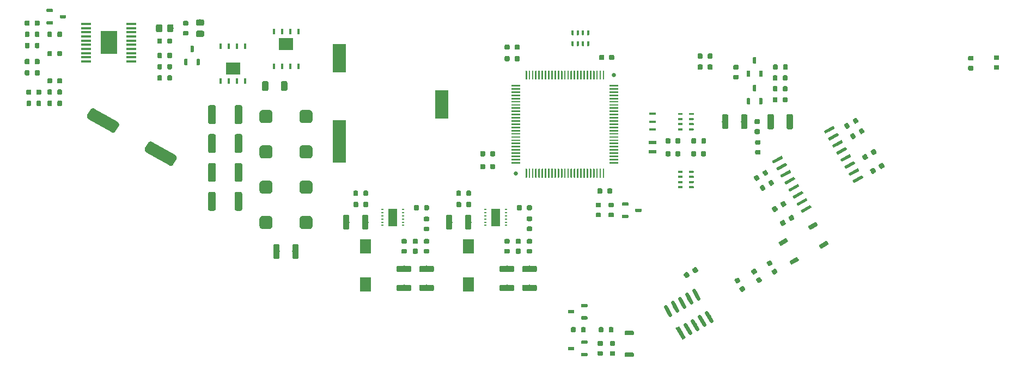
<source format=gbr>
G04 #@! TF.GenerationSoftware,KiCad,Pcbnew,(5.0.0-rc2-dev-296-g4594fedc2)*
G04 #@! TF.CreationDate,2018-05-02T00:47:15+09:30*
G04 #@! TF.ProjectId,zaphod-controller,7A6170686F642D636F6E74726F6C6C65,1.0*
G04 #@! TF.SameCoordinates,Original*
G04 #@! TF.FileFunction,Paste,Top*
G04 #@! TF.FilePolarity,Positive*
%FSLAX46Y46*%
G04 Gerber Fmt 4.6, Leading zero omitted, Abs format (unit mm)*
G04 Created by KiCad (PCBNEW (5.0.0-rc2-dev-296-g4594fedc2)) date 05/02/18 00:47:15*
%MOMM*%
%LPD*%
G01*
G04 APERTURE LIST*
%ADD10C,0.630000*%
%ADD11C,0.100000*%
%ADD12C,0.235200*%
%ADD13C,0.991200*%
%ADD14C,0.512400*%
%ADD15C,1.848000*%
%ADD16C,0.478800*%
%ADD17C,0.672000*%
%ADD18C,0.764400*%
%ADD19C,0.336000*%
%ADD20C,0.772800*%
%ADD21C,0.714000*%
%ADD22R,2.100000X6.720000*%
%ADD23R,2.100000X4.368000*%
%ADD24C,0.974400*%
%ADD25C,1.176000*%
%ADD26C,1.990800*%
%ADD27R,1.755600X2.234400*%
%ADD28R,2.289000X1.878000*%
%ADD29R,0.428400X0.848400*%
%ADD30R,0.403200X0.252000*%
%ADD31R,1.428000X2.772000*%
%ADD32R,1.596000X0.336000*%
%ADD33R,2.520000X3.528000*%
%ADD34R,1.092000X0.336000*%
%ADD35C,0.630000*%
%ADD36R,1.176000X0.630000*%
G04 APERTURE END LIST*
D10*
X154370000Y-89630000D03*
X169630000Y-74370000D03*
D11*
G36*
X168064563Y-88937283D02*
X168070271Y-88938130D01*
X168075869Y-88939532D01*
X168081302Y-88941476D01*
X168086518Y-88943943D01*
X168091468Y-88946910D01*
X168096102Y-88950347D01*
X168100378Y-88954222D01*
X168104253Y-88958498D01*
X168107690Y-88963132D01*
X168110657Y-88968082D01*
X168113124Y-88973298D01*
X168115068Y-88978731D01*
X168116470Y-88984329D01*
X168117317Y-88990037D01*
X168117600Y-88995800D01*
X168117600Y-90264200D01*
X168117317Y-90269963D01*
X168116470Y-90275671D01*
X168115068Y-90281269D01*
X168113124Y-90286702D01*
X168110657Y-90291918D01*
X168107690Y-90296868D01*
X168104253Y-90301502D01*
X168100378Y-90305778D01*
X168096102Y-90309653D01*
X168091468Y-90313090D01*
X168086518Y-90316057D01*
X168081302Y-90318524D01*
X168075869Y-90320468D01*
X168070271Y-90321870D01*
X168064563Y-90322717D01*
X168058800Y-90323000D01*
X167941200Y-90323000D01*
X167935437Y-90322717D01*
X167929729Y-90321870D01*
X167924131Y-90320468D01*
X167918698Y-90318524D01*
X167913482Y-90316057D01*
X167908532Y-90313090D01*
X167903898Y-90309653D01*
X167899622Y-90305778D01*
X167895747Y-90301502D01*
X167892310Y-90296868D01*
X167889343Y-90291918D01*
X167886876Y-90286702D01*
X167884932Y-90281269D01*
X167883530Y-90275671D01*
X167882683Y-90269963D01*
X167882400Y-90264200D01*
X167882400Y-88995800D01*
X167882683Y-88990037D01*
X167883530Y-88984329D01*
X167884932Y-88978731D01*
X167886876Y-88973298D01*
X167889343Y-88968082D01*
X167892310Y-88963132D01*
X167895747Y-88958498D01*
X167899622Y-88954222D01*
X167903898Y-88950347D01*
X167908532Y-88946910D01*
X167913482Y-88943943D01*
X167918698Y-88941476D01*
X167924131Y-88939532D01*
X167929729Y-88938130D01*
X167935437Y-88937283D01*
X167941200Y-88937000D01*
X168058800Y-88937000D01*
X168064563Y-88937283D01*
X168064563Y-88937283D01*
G37*
D12*
X168000000Y-89630000D03*
D11*
G36*
X167564563Y-88937283D02*
X167570271Y-88938130D01*
X167575869Y-88939532D01*
X167581302Y-88941476D01*
X167586518Y-88943943D01*
X167591468Y-88946910D01*
X167596102Y-88950347D01*
X167600378Y-88954222D01*
X167604253Y-88958498D01*
X167607690Y-88963132D01*
X167610657Y-88968082D01*
X167613124Y-88973298D01*
X167615068Y-88978731D01*
X167616470Y-88984329D01*
X167617317Y-88990037D01*
X167617600Y-88995800D01*
X167617600Y-90264200D01*
X167617317Y-90269963D01*
X167616470Y-90275671D01*
X167615068Y-90281269D01*
X167613124Y-90286702D01*
X167610657Y-90291918D01*
X167607690Y-90296868D01*
X167604253Y-90301502D01*
X167600378Y-90305778D01*
X167596102Y-90309653D01*
X167591468Y-90313090D01*
X167586518Y-90316057D01*
X167581302Y-90318524D01*
X167575869Y-90320468D01*
X167570271Y-90321870D01*
X167564563Y-90322717D01*
X167558800Y-90323000D01*
X167441200Y-90323000D01*
X167435437Y-90322717D01*
X167429729Y-90321870D01*
X167424131Y-90320468D01*
X167418698Y-90318524D01*
X167413482Y-90316057D01*
X167408532Y-90313090D01*
X167403898Y-90309653D01*
X167399622Y-90305778D01*
X167395747Y-90301502D01*
X167392310Y-90296868D01*
X167389343Y-90291918D01*
X167386876Y-90286702D01*
X167384932Y-90281269D01*
X167383530Y-90275671D01*
X167382683Y-90269963D01*
X167382400Y-90264200D01*
X167382400Y-88995800D01*
X167382683Y-88990037D01*
X167383530Y-88984329D01*
X167384932Y-88978731D01*
X167386876Y-88973298D01*
X167389343Y-88968082D01*
X167392310Y-88963132D01*
X167395747Y-88958498D01*
X167399622Y-88954222D01*
X167403898Y-88950347D01*
X167408532Y-88946910D01*
X167413482Y-88943943D01*
X167418698Y-88941476D01*
X167424131Y-88939532D01*
X167429729Y-88938130D01*
X167435437Y-88937283D01*
X167441200Y-88937000D01*
X167558800Y-88937000D01*
X167564563Y-88937283D01*
X167564563Y-88937283D01*
G37*
D12*
X167500000Y-89630000D03*
D11*
G36*
X167064563Y-88937283D02*
X167070271Y-88938130D01*
X167075869Y-88939532D01*
X167081302Y-88941476D01*
X167086518Y-88943943D01*
X167091468Y-88946910D01*
X167096102Y-88950347D01*
X167100378Y-88954222D01*
X167104253Y-88958498D01*
X167107690Y-88963132D01*
X167110657Y-88968082D01*
X167113124Y-88973298D01*
X167115068Y-88978731D01*
X167116470Y-88984329D01*
X167117317Y-88990037D01*
X167117600Y-88995800D01*
X167117600Y-90264200D01*
X167117317Y-90269963D01*
X167116470Y-90275671D01*
X167115068Y-90281269D01*
X167113124Y-90286702D01*
X167110657Y-90291918D01*
X167107690Y-90296868D01*
X167104253Y-90301502D01*
X167100378Y-90305778D01*
X167096102Y-90309653D01*
X167091468Y-90313090D01*
X167086518Y-90316057D01*
X167081302Y-90318524D01*
X167075869Y-90320468D01*
X167070271Y-90321870D01*
X167064563Y-90322717D01*
X167058800Y-90323000D01*
X166941200Y-90323000D01*
X166935437Y-90322717D01*
X166929729Y-90321870D01*
X166924131Y-90320468D01*
X166918698Y-90318524D01*
X166913482Y-90316057D01*
X166908532Y-90313090D01*
X166903898Y-90309653D01*
X166899622Y-90305778D01*
X166895747Y-90301502D01*
X166892310Y-90296868D01*
X166889343Y-90291918D01*
X166886876Y-90286702D01*
X166884932Y-90281269D01*
X166883530Y-90275671D01*
X166882683Y-90269963D01*
X166882400Y-90264200D01*
X166882400Y-88995800D01*
X166882683Y-88990037D01*
X166883530Y-88984329D01*
X166884932Y-88978731D01*
X166886876Y-88973298D01*
X166889343Y-88968082D01*
X166892310Y-88963132D01*
X166895747Y-88958498D01*
X166899622Y-88954222D01*
X166903898Y-88950347D01*
X166908532Y-88946910D01*
X166913482Y-88943943D01*
X166918698Y-88941476D01*
X166924131Y-88939532D01*
X166929729Y-88938130D01*
X166935437Y-88937283D01*
X166941200Y-88937000D01*
X167058800Y-88937000D01*
X167064563Y-88937283D01*
X167064563Y-88937283D01*
G37*
D12*
X167000000Y-89630000D03*
D11*
G36*
X166564563Y-88937283D02*
X166570271Y-88938130D01*
X166575869Y-88939532D01*
X166581302Y-88941476D01*
X166586518Y-88943943D01*
X166591468Y-88946910D01*
X166596102Y-88950347D01*
X166600378Y-88954222D01*
X166604253Y-88958498D01*
X166607690Y-88963132D01*
X166610657Y-88968082D01*
X166613124Y-88973298D01*
X166615068Y-88978731D01*
X166616470Y-88984329D01*
X166617317Y-88990037D01*
X166617600Y-88995800D01*
X166617600Y-90264200D01*
X166617317Y-90269963D01*
X166616470Y-90275671D01*
X166615068Y-90281269D01*
X166613124Y-90286702D01*
X166610657Y-90291918D01*
X166607690Y-90296868D01*
X166604253Y-90301502D01*
X166600378Y-90305778D01*
X166596102Y-90309653D01*
X166591468Y-90313090D01*
X166586518Y-90316057D01*
X166581302Y-90318524D01*
X166575869Y-90320468D01*
X166570271Y-90321870D01*
X166564563Y-90322717D01*
X166558800Y-90323000D01*
X166441200Y-90323000D01*
X166435437Y-90322717D01*
X166429729Y-90321870D01*
X166424131Y-90320468D01*
X166418698Y-90318524D01*
X166413482Y-90316057D01*
X166408532Y-90313090D01*
X166403898Y-90309653D01*
X166399622Y-90305778D01*
X166395747Y-90301502D01*
X166392310Y-90296868D01*
X166389343Y-90291918D01*
X166386876Y-90286702D01*
X166384932Y-90281269D01*
X166383530Y-90275671D01*
X166382683Y-90269963D01*
X166382400Y-90264200D01*
X166382400Y-88995800D01*
X166382683Y-88990037D01*
X166383530Y-88984329D01*
X166384932Y-88978731D01*
X166386876Y-88973298D01*
X166389343Y-88968082D01*
X166392310Y-88963132D01*
X166395747Y-88958498D01*
X166399622Y-88954222D01*
X166403898Y-88950347D01*
X166408532Y-88946910D01*
X166413482Y-88943943D01*
X166418698Y-88941476D01*
X166424131Y-88939532D01*
X166429729Y-88938130D01*
X166435437Y-88937283D01*
X166441200Y-88937000D01*
X166558800Y-88937000D01*
X166564563Y-88937283D01*
X166564563Y-88937283D01*
G37*
D12*
X166500000Y-89630000D03*
D11*
G36*
X166064563Y-88937283D02*
X166070271Y-88938130D01*
X166075869Y-88939532D01*
X166081302Y-88941476D01*
X166086518Y-88943943D01*
X166091468Y-88946910D01*
X166096102Y-88950347D01*
X166100378Y-88954222D01*
X166104253Y-88958498D01*
X166107690Y-88963132D01*
X166110657Y-88968082D01*
X166113124Y-88973298D01*
X166115068Y-88978731D01*
X166116470Y-88984329D01*
X166117317Y-88990037D01*
X166117600Y-88995800D01*
X166117600Y-90264200D01*
X166117317Y-90269963D01*
X166116470Y-90275671D01*
X166115068Y-90281269D01*
X166113124Y-90286702D01*
X166110657Y-90291918D01*
X166107690Y-90296868D01*
X166104253Y-90301502D01*
X166100378Y-90305778D01*
X166096102Y-90309653D01*
X166091468Y-90313090D01*
X166086518Y-90316057D01*
X166081302Y-90318524D01*
X166075869Y-90320468D01*
X166070271Y-90321870D01*
X166064563Y-90322717D01*
X166058800Y-90323000D01*
X165941200Y-90323000D01*
X165935437Y-90322717D01*
X165929729Y-90321870D01*
X165924131Y-90320468D01*
X165918698Y-90318524D01*
X165913482Y-90316057D01*
X165908532Y-90313090D01*
X165903898Y-90309653D01*
X165899622Y-90305778D01*
X165895747Y-90301502D01*
X165892310Y-90296868D01*
X165889343Y-90291918D01*
X165886876Y-90286702D01*
X165884932Y-90281269D01*
X165883530Y-90275671D01*
X165882683Y-90269963D01*
X165882400Y-90264200D01*
X165882400Y-88995800D01*
X165882683Y-88990037D01*
X165883530Y-88984329D01*
X165884932Y-88978731D01*
X165886876Y-88973298D01*
X165889343Y-88968082D01*
X165892310Y-88963132D01*
X165895747Y-88958498D01*
X165899622Y-88954222D01*
X165903898Y-88950347D01*
X165908532Y-88946910D01*
X165913482Y-88943943D01*
X165918698Y-88941476D01*
X165924131Y-88939532D01*
X165929729Y-88938130D01*
X165935437Y-88937283D01*
X165941200Y-88937000D01*
X166058800Y-88937000D01*
X166064563Y-88937283D01*
X166064563Y-88937283D01*
G37*
D12*
X166000000Y-89630000D03*
D11*
G36*
X165564563Y-88937283D02*
X165570271Y-88938130D01*
X165575869Y-88939532D01*
X165581302Y-88941476D01*
X165586518Y-88943943D01*
X165591468Y-88946910D01*
X165596102Y-88950347D01*
X165600378Y-88954222D01*
X165604253Y-88958498D01*
X165607690Y-88963132D01*
X165610657Y-88968082D01*
X165613124Y-88973298D01*
X165615068Y-88978731D01*
X165616470Y-88984329D01*
X165617317Y-88990037D01*
X165617600Y-88995800D01*
X165617600Y-90264200D01*
X165617317Y-90269963D01*
X165616470Y-90275671D01*
X165615068Y-90281269D01*
X165613124Y-90286702D01*
X165610657Y-90291918D01*
X165607690Y-90296868D01*
X165604253Y-90301502D01*
X165600378Y-90305778D01*
X165596102Y-90309653D01*
X165591468Y-90313090D01*
X165586518Y-90316057D01*
X165581302Y-90318524D01*
X165575869Y-90320468D01*
X165570271Y-90321870D01*
X165564563Y-90322717D01*
X165558800Y-90323000D01*
X165441200Y-90323000D01*
X165435437Y-90322717D01*
X165429729Y-90321870D01*
X165424131Y-90320468D01*
X165418698Y-90318524D01*
X165413482Y-90316057D01*
X165408532Y-90313090D01*
X165403898Y-90309653D01*
X165399622Y-90305778D01*
X165395747Y-90301502D01*
X165392310Y-90296868D01*
X165389343Y-90291918D01*
X165386876Y-90286702D01*
X165384932Y-90281269D01*
X165383530Y-90275671D01*
X165382683Y-90269963D01*
X165382400Y-90264200D01*
X165382400Y-88995800D01*
X165382683Y-88990037D01*
X165383530Y-88984329D01*
X165384932Y-88978731D01*
X165386876Y-88973298D01*
X165389343Y-88968082D01*
X165392310Y-88963132D01*
X165395747Y-88958498D01*
X165399622Y-88954222D01*
X165403898Y-88950347D01*
X165408532Y-88946910D01*
X165413482Y-88943943D01*
X165418698Y-88941476D01*
X165424131Y-88939532D01*
X165429729Y-88938130D01*
X165435437Y-88937283D01*
X165441200Y-88937000D01*
X165558800Y-88937000D01*
X165564563Y-88937283D01*
X165564563Y-88937283D01*
G37*
D12*
X165500000Y-89630000D03*
D11*
G36*
X165064563Y-88937283D02*
X165070271Y-88938130D01*
X165075869Y-88939532D01*
X165081302Y-88941476D01*
X165086518Y-88943943D01*
X165091468Y-88946910D01*
X165096102Y-88950347D01*
X165100378Y-88954222D01*
X165104253Y-88958498D01*
X165107690Y-88963132D01*
X165110657Y-88968082D01*
X165113124Y-88973298D01*
X165115068Y-88978731D01*
X165116470Y-88984329D01*
X165117317Y-88990037D01*
X165117600Y-88995800D01*
X165117600Y-90264200D01*
X165117317Y-90269963D01*
X165116470Y-90275671D01*
X165115068Y-90281269D01*
X165113124Y-90286702D01*
X165110657Y-90291918D01*
X165107690Y-90296868D01*
X165104253Y-90301502D01*
X165100378Y-90305778D01*
X165096102Y-90309653D01*
X165091468Y-90313090D01*
X165086518Y-90316057D01*
X165081302Y-90318524D01*
X165075869Y-90320468D01*
X165070271Y-90321870D01*
X165064563Y-90322717D01*
X165058800Y-90323000D01*
X164941200Y-90323000D01*
X164935437Y-90322717D01*
X164929729Y-90321870D01*
X164924131Y-90320468D01*
X164918698Y-90318524D01*
X164913482Y-90316057D01*
X164908532Y-90313090D01*
X164903898Y-90309653D01*
X164899622Y-90305778D01*
X164895747Y-90301502D01*
X164892310Y-90296868D01*
X164889343Y-90291918D01*
X164886876Y-90286702D01*
X164884932Y-90281269D01*
X164883530Y-90275671D01*
X164882683Y-90269963D01*
X164882400Y-90264200D01*
X164882400Y-88995800D01*
X164882683Y-88990037D01*
X164883530Y-88984329D01*
X164884932Y-88978731D01*
X164886876Y-88973298D01*
X164889343Y-88968082D01*
X164892310Y-88963132D01*
X164895747Y-88958498D01*
X164899622Y-88954222D01*
X164903898Y-88950347D01*
X164908532Y-88946910D01*
X164913482Y-88943943D01*
X164918698Y-88941476D01*
X164924131Y-88939532D01*
X164929729Y-88938130D01*
X164935437Y-88937283D01*
X164941200Y-88937000D01*
X165058800Y-88937000D01*
X165064563Y-88937283D01*
X165064563Y-88937283D01*
G37*
D12*
X165000000Y-89630000D03*
D11*
G36*
X164564563Y-88937283D02*
X164570271Y-88938130D01*
X164575869Y-88939532D01*
X164581302Y-88941476D01*
X164586518Y-88943943D01*
X164591468Y-88946910D01*
X164596102Y-88950347D01*
X164600378Y-88954222D01*
X164604253Y-88958498D01*
X164607690Y-88963132D01*
X164610657Y-88968082D01*
X164613124Y-88973298D01*
X164615068Y-88978731D01*
X164616470Y-88984329D01*
X164617317Y-88990037D01*
X164617600Y-88995800D01*
X164617600Y-90264200D01*
X164617317Y-90269963D01*
X164616470Y-90275671D01*
X164615068Y-90281269D01*
X164613124Y-90286702D01*
X164610657Y-90291918D01*
X164607690Y-90296868D01*
X164604253Y-90301502D01*
X164600378Y-90305778D01*
X164596102Y-90309653D01*
X164591468Y-90313090D01*
X164586518Y-90316057D01*
X164581302Y-90318524D01*
X164575869Y-90320468D01*
X164570271Y-90321870D01*
X164564563Y-90322717D01*
X164558800Y-90323000D01*
X164441200Y-90323000D01*
X164435437Y-90322717D01*
X164429729Y-90321870D01*
X164424131Y-90320468D01*
X164418698Y-90318524D01*
X164413482Y-90316057D01*
X164408532Y-90313090D01*
X164403898Y-90309653D01*
X164399622Y-90305778D01*
X164395747Y-90301502D01*
X164392310Y-90296868D01*
X164389343Y-90291918D01*
X164386876Y-90286702D01*
X164384932Y-90281269D01*
X164383530Y-90275671D01*
X164382683Y-90269963D01*
X164382400Y-90264200D01*
X164382400Y-88995800D01*
X164382683Y-88990037D01*
X164383530Y-88984329D01*
X164384932Y-88978731D01*
X164386876Y-88973298D01*
X164389343Y-88968082D01*
X164392310Y-88963132D01*
X164395747Y-88958498D01*
X164399622Y-88954222D01*
X164403898Y-88950347D01*
X164408532Y-88946910D01*
X164413482Y-88943943D01*
X164418698Y-88941476D01*
X164424131Y-88939532D01*
X164429729Y-88938130D01*
X164435437Y-88937283D01*
X164441200Y-88937000D01*
X164558800Y-88937000D01*
X164564563Y-88937283D01*
X164564563Y-88937283D01*
G37*
D12*
X164500000Y-89630000D03*
D11*
G36*
X164064563Y-88937283D02*
X164070271Y-88938130D01*
X164075869Y-88939532D01*
X164081302Y-88941476D01*
X164086518Y-88943943D01*
X164091468Y-88946910D01*
X164096102Y-88950347D01*
X164100378Y-88954222D01*
X164104253Y-88958498D01*
X164107690Y-88963132D01*
X164110657Y-88968082D01*
X164113124Y-88973298D01*
X164115068Y-88978731D01*
X164116470Y-88984329D01*
X164117317Y-88990037D01*
X164117600Y-88995800D01*
X164117600Y-90264200D01*
X164117317Y-90269963D01*
X164116470Y-90275671D01*
X164115068Y-90281269D01*
X164113124Y-90286702D01*
X164110657Y-90291918D01*
X164107690Y-90296868D01*
X164104253Y-90301502D01*
X164100378Y-90305778D01*
X164096102Y-90309653D01*
X164091468Y-90313090D01*
X164086518Y-90316057D01*
X164081302Y-90318524D01*
X164075869Y-90320468D01*
X164070271Y-90321870D01*
X164064563Y-90322717D01*
X164058800Y-90323000D01*
X163941200Y-90323000D01*
X163935437Y-90322717D01*
X163929729Y-90321870D01*
X163924131Y-90320468D01*
X163918698Y-90318524D01*
X163913482Y-90316057D01*
X163908532Y-90313090D01*
X163903898Y-90309653D01*
X163899622Y-90305778D01*
X163895747Y-90301502D01*
X163892310Y-90296868D01*
X163889343Y-90291918D01*
X163886876Y-90286702D01*
X163884932Y-90281269D01*
X163883530Y-90275671D01*
X163882683Y-90269963D01*
X163882400Y-90264200D01*
X163882400Y-88995800D01*
X163882683Y-88990037D01*
X163883530Y-88984329D01*
X163884932Y-88978731D01*
X163886876Y-88973298D01*
X163889343Y-88968082D01*
X163892310Y-88963132D01*
X163895747Y-88958498D01*
X163899622Y-88954222D01*
X163903898Y-88950347D01*
X163908532Y-88946910D01*
X163913482Y-88943943D01*
X163918698Y-88941476D01*
X163924131Y-88939532D01*
X163929729Y-88938130D01*
X163935437Y-88937283D01*
X163941200Y-88937000D01*
X164058800Y-88937000D01*
X164064563Y-88937283D01*
X164064563Y-88937283D01*
G37*
D12*
X164000000Y-89630000D03*
D11*
G36*
X163564563Y-88937283D02*
X163570271Y-88938130D01*
X163575869Y-88939532D01*
X163581302Y-88941476D01*
X163586518Y-88943943D01*
X163591468Y-88946910D01*
X163596102Y-88950347D01*
X163600378Y-88954222D01*
X163604253Y-88958498D01*
X163607690Y-88963132D01*
X163610657Y-88968082D01*
X163613124Y-88973298D01*
X163615068Y-88978731D01*
X163616470Y-88984329D01*
X163617317Y-88990037D01*
X163617600Y-88995800D01*
X163617600Y-90264200D01*
X163617317Y-90269963D01*
X163616470Y-90275671D01*
X163615068Y-90281269D01*
X163613124Y-90286702D01*
X163610657Y-90291918D01*
X163607690Y-90296868D01*
X163604253Y-90301502D01*
X163600378Y-90305778D01*
X163596102Y-90309653D01*
X163591468Y-90313090D01*
X163586518Y-90316057D01*
X163581302Y-90318524D01*
X163575869Y-90320468D01*
X163570271Y-90321870D01*
X163564563Y-90322717D01*
X163558800Y-90323000D01*
X163441200Y-90323000D01*
X163435437Y-90322717D01*
X163429729Y-90321870D01*
X163424131Y-90320468D01*
X163418698Y-90318524D01*
X163413482Y-90316057D01*
X163408532Y-90313090D01*
X163403898Y-90309653D01*
X163399622Y-90305778D01*
X163395747Y-90301502D01*
X163392310Y-90296868D01*
X163389343Y-90291918D01*
X163386876Y-90286702D01*
X163384932Y-90281269D01*
X163383530Y-90275671D01*
X163382683Y-90269963D01*
X163382400Y-90264200D01*
X163382400Y-88995800D01*
X163382683Y-88990037D01*
X163383530Y-88984329D01*
X163384932Y-88978731D01*
X163386876Y-88973298D01*
X163389343Y-88968082D01*
X163392310Y-88963132D01*
X163395747Y-88958498D01*
X163399622Y-88954222D01*
X163403898Y-88950347D01*
X163408532Y-88946910D01*
X163413482Y-88943943D01*
X163418698Y-88941476D01*
X163424131Y-88939532D01*
X163429729Y-88938130D01*
X163435437Y-88937283D01*
X163441200Y-88937000D01*
X163558800Y-88937000D01*
X163564563Y-88937283D01*
X163564563Y-88937283D01*
G37*
D12*
X163500000Y-89630000D03*
D11*
G36*
X163064563Y-88937283D02*
X163070271Y-88938130D01*
X163075869Y-88939532D01*
X163081302Y-88941476D01*
X163086518Y-88943943D01*
X163091468Y-88946910D01*
X163096102Y-88950347D01*
X163100378Y-88954222D01*
X163104253Y-88958498D01*
X163107690Y-88963132D01*
X163110657Y-88968082D01*
X163113124Y-88973298D01*
X163115068Y-88978731D01*
X163116470Y-88984329D01*
X163117317Y-88990037D01*
X163117600Y-88995800D01*
X163117600Y-90264200D01*
X163117317Y-90269963D01*
X163116470Y-90275671D01*
X163115068Y-90281269D01*
X163113124Y-90286702D01*
X163110657Y-90291918D01*
X163107690Y-90296868D01*
X163104253Y-90301502D01*
X163100378Y-90305778D01*
X163096102Y-90309653D01*
X163091468Y-90313090D01*
X163086518Y-90316057D01*
X163081302Y-90318524D01*
X163075869Y-90320468D01*
X163070271Y-90321870D01*
X163064563Y-90322717D01*
X163058800Y-90323000D01*
X162941200Y-90323000D01*
X162935437Y-90322717D01*
X162929729Y-90321870D01*
X162924131Y-90320468D01*
X162918698Y-90318524D01*
X162913482Y-90316057D01*
X162908532Y-90313090D01*
X162903898Y-90309653D01*
X162899622Y-90305778D01*
X162895747Y-90301502D01*
X162892310Y-90296868D01*
X162889343Y-90291918D01*
X162886876Y-90286702D01*
X162884932Y-90281269D01*
X162883530Y-90275671D01*
X162882683Y-90269963D01*
X162882400Y-90264200D01*
X162882400Y-88995800D01*
X162882683Y-88990037D01*
X162883530Y-88984329D01*
X162884932Y-88978731D01*
X162886876Y-88973298D01*
X162889343Y-88968082D01*
X162892310Y-88963132D01*
X162895747Y-88958498D01*
X162899622Y-88954222D01*
X162903898Y-88950347D01*
X162908532Y-88946910D01*
X162913482Y-88943943D01*
X162918698Y-88941476D01*
X162924131Y-88939532D01*
X162929729Y-88938130D01*
X162935437Y-88937283D01*
X162941200Y-88937000D01*
X163058800Y-88937000D01*
X163064563Y-88937283D01*
X163064563Y-88937283D01*
G37*
D12*
X163000000Y-89630000D03*
D11*
G36*
X162564563Y-88937283D02*
X162570271Y-88938130D01*
X162575869Y-88939532D01*
X162581302Y-88941476D01*
X162586518Y-88943943D01*
X162591468Y-88946910D01*
X162596102Y-88950347D01*
X162600378Y-88954222D01*
X162604253Y-88958498D01*
X162607690Y-88963132D01*
X162610657Y-88968082D01*
X162613124Y-88973298D01*
X162615068Y-88978731D01*
X162616470Y-88984329D01*
X162617317Y-88990037D01*
X162617600Y-88995800D01*
X162617600Y-90264200D01*
X162617317Y-90269963D01*
X162616470Y-90275671D01*
X162615068Y-90281269D01*
X162613124Y-90286702D01*
X162610657Y-90291918D01*
X162607690Y-90296868D01*
X162604253Y-90301502D01*
X162600378Y-90305778D01*
X162596102Y-90309653D01*
X162591468Y-90313090D01*
X162586518Y-90316057D01*
X162581302Y-90318524D01*
X162575869Y-90320468D01*
X162570271Y-90321870D01*
X162564563Y-90322717D01*
X162558800Y-90323000D01*
X162441200Y-90323000D01*
X162435437Y-90322717D01*
X162429729Y-90321870D01*
X162424131Y-90320468D01*
X162418698Y-90318524D01*
X162413482Y-90316057D01*
X162408532Y-90313090D01*
X162403898Y-90309653D01*
X162399622Y-90305778D01*
X162395747Y-90301502D01*
X162392310Y-90296868D01*
X162389343Y-90291918D01*
X162386876Y-90286702D01*
X162384932Y-90281269D01*
X162383530Y-90275671D01*
X162382683Y-90269963D01*
X162382400Y-90264200D01*
X162382400Y-88995800D01*
X162382683Y-88990037D01*
X162383530Y-88984329D01*
X162384932Y-88978731D01*
X162386876Y-88973298D01*
X162389343Y-88968082D01*
X162392310Y-88963132D01*
X162395747Y-88958498D01*
X162399622Y-88954222D01*
X162403898Y-88950347D01*
X162408532Y-88946910D01*
X162413482Y-88943943D01*
X162418698Y-88941476D01*
X162424131Y-88939532D01*
X162429729Y-88938130D01*
X162435437Y-88937283D01*
X162441200Y-88937000D01*
X162558800Y-88937000D01*
X162564563Y-88937283D01*
X162564563Y-88937283D01*
G37*
D12*
X162500000Y-89630000D03*
D11*
G36*
X162064563Y-88937283D02*
X162070271Y-88938130D01*
X162075869Y-88939532D01*
X162081302Y-88941476D01*
X162086518Y-88943943D01*
X162091468Y-88946910D01*
X162096102Y-88950347D01*
X162100378Y-88954222D01*
X162104253Y-88958498D01*
X162107690Y-88963132D01*
X162110657Y-88968082D01*
X162113124Y-88973298D01*
X162115068Y-88978731D01*
X162116470Y-88984329D01*
X162117317Y-88990037D01*
X162117600Y-88995800D01*
X162117600Y-90264200D01*
X162117317Y-90269963D01*
X162116470Y-90275671D01*
X162115068Y-90281269D01*
X162113124Y-90286702D01*
X162110657Y-90291918D01*
X162107690Y-90296868D01*
X162104253Y-90301502D01*
X162100378Y-90305778D01*
X162096102Y-90309653D01*
X162091468Y-90313090D01*
X162086518Y-90316057D01*
X162081302Y-90318524D01*
X162075869Y-90320468D01*
X162070271Y-90321870D01*
X162064563Y-90322717D01*
X162058800Y-90323000D01*
X161941200Y-90323000D01*
X161935437Y-90322717D01*
X161929729Y-90321870D01*
X161924131Y-90320468D01*
X161918698Y-90318524D01*
X161913482Y-90316057D01*
X161908532Y-90313090D01*
X161903898Y-90309653D01*
X161899622Y-90305778D01*
X161895747Y-90301502D01*
X161892310Y-90296868D01*
X161889343Y-90291918D01*
X161886876Y-90286702D01*
X161884932Y-90281269D01*
X161883530Y-90275671D01*
X161882683Y-90269963D01*
X161882400Y-90264200D01*
X161882400Y-88995800D01*
X161882683Y-88990037D01*
X161883530Y-88984329D01*
X161884932Y-88978731D01*
X161886876Y-88973298D01*
X161889343Y-88968082D01*
X161892310Y-88963132D01*
X161895747Y-88958498D01*
X161899622Y-88954222D01*
X161903898Y-88950347D01*
X161908532Y-88946910D01*
X161913482Y-88943943D01*
X161918698Y-88941476D01*
X161924131Y-88939532D01*
X161929729Y-88938130D01*
X161935437Y-88937283D01*
X161941200Y-88937000D01*
X162058800Y-88937000D01*
X162064563Y-88937283D01*
X162064563Y-88937283D01*
G37*
D12*
X162000000Y-89630000D03*
D11*
G36*
X161564563Y-88937283D02*
X161570271Y-88938130D01*
X161575869Y-88939532D01*
X161581302Y-88941476D01*
X161586518Y-88943943D01*
X161591468Y-88946910D01*
X161596102Y-88950347D01*
X161600378Y-88954222D01*
X161604253Y-88958498D01*
X161607690Y-88963132D01*
X161610657Y-88968082D01*
X161613124Y-88973298D01*
X161615068Y-88978731D01*
X161616470Y-88984329D01*
X161617317Y-88990037D01*
X161617600Y-88995800D01*
X161617600Y-90264200D01*
X161617317Y-90269963D01*
X161616470Y-90275671D01*
X161615068Y-90281269D01*
X161613124Y-90286702D01*
X161610657Y-90291918D01*
X161607690Y-90296868D01*
X161604253Y-90301502D01*
X161600378Y-90305778D01*
X161596102Y-90309653D01*
X161591468Y-90313090D01*
X161586518Y-90316057D01*
X161581302Y-90318524D01*
X161575869Y-90320468D01*
X161570271Y-90321870D01*
X161564563Y-90322717D01*
X161558800Y-90323000D01*
X161441200Y-90323000D01*
X161435437Y-90322717D01*
X161429729Y-90321870D01*
X161424131Y-90320468D01*
X161418698Y-90318524D01*
X161413482Y-90316057D01*
X161408532Y-90313090D01*
X161403898Y-90309653D01*
X161399622Y-90305778D01*
X161395747Y-90301502D01*
X161392310Y-90296868D01*
X161389343Y-90291918D01*
X161386876Y-90286702D01*
X161384932Y-90281269D01*
X161383530Y-90275671D01*
X161382683Y-90269963D01*
X161382400Y-90264200D01*
X161382400Y-88995800D01*
X161382683Y-88990037D01*
X161383530Y-88984329D01*
X161384932Y-88978731D01*
X161386876Y-88973298D01*
X161389343Y-88968082D01*
X161392310Y-88963132D01*
X161395747Y-88958498D01*
X161399622Y-88954222D01*
X161403898Y-88950347D01*
X161408532Y-88946910D01*
X161413482Y-88943943D01*
X161418698Y-88941476D01*
X161424131Y-88939532D01*
X161429729Y-88938130D01*
X161435437Y-88937283D01*
X161441200Y-88937000D01*
X161558800Y-88937000D01*
X161564563Y-88937283D01*
X161564563Y-88937283D01*
G37*
D12*
X161500000Y-89630000D03*
D11*
G36*
X161064563Y-88937283D02*
X161070271Y-88938130D01*
X161075869Y-88939532D01*
X161081302Y-88941476D01*
X161086518Y-88943943D01*
X161091468Y-88946910D01*
X161096102Y-88950347D01*
X161100378Y-88954222D01*
X161104253Y-88958498D01*
X161107690Y-88963132D01*
X161110657Y-88968082D01*
X161113124Y-88973298D01*
X161115068Y-88978731D01*
X161116470Y-88984329D01*
X161117317Y-88990037D01*
X161117600Y-88995800D01*
X161117600Y-90264200D01*
X161117317Y-90269963D01*
X161116470Y-90275671D01*
X161115068Y-90281269D01*
X161113124Y-90286702D01*
X161110657Y-90291918D01*
X161107690Y-90296868D01*
X161104253Y-90301502D01*
X161100378Y-90305778D01*
X161096102Y-90309653D01*
X161091468Y-90313090D01*
X161086518Y-90316057D01*
X161081302Y-90318524D01*
X161075869Y-90320468D01*
X161070271Y-90321870D01*
X161064563Y-90322717D01*
X161058800Y-90323000D01*
X160941200Y-90323000D01*
X160935437Y-90322717D01*
X160929729Y-90321870D01*
X160924131Y-90320468D01*
X160918698Y-90318524D01*
X160913482Y-90316057D01*
X160908532Y-90313090D01*
X160903898Y-90309653D01*
X160899622Y-90305778D01*
X160895747Y-90301502D01*
X160892310Y-90296868D01*
X160889343Y-90291918D01*
X160886876Y-90286702D01*
X160884932Y-90281269D01*
X160883530Y-90275671D01*
X160882683Y-90269963D01*
X160882400Y-90264200D01*
X160882400Y-88995800D01*
X160882683Y-88990037D01*
X160883530Y-88984329D01*
X160884932Y-88978731D01*
X160886876Y-88973298D01*
X160889343Y-88968082D01*
X160892310Y-88963132D01*
X160895747Y-88958498D01*
X160899622Y-88954222D01*
X160903898Y-88950347D01*
X160908532Y-88946910D01*
X160913482Y-88943943D01*
X160918698Y-88941476D01*
X160924131Y-88939532D01*
X160929729Y-88938130D01*
X160935437Y-88937283D01*
X160941200Y-88937000D01*
X161058800Y-88937000D01*
X161064563Y-88937283D01*
X161064563Y-88937283D01*
G37*
D12*
X161000000Y-89630000D03*
D11*
G36*
X160564563Y-88937283D02*
X160570271Y-88938130D01*
X160575869Y-88939532D01*
X160581302Y-88941476D01*
X160586518Y-88943943D01*
X160591468Y-88946910D01*
X160596102Y-88950347D01*
X160600378Y-88954222D01*
X160604253Y-88958498D01*
X160607690Y-88963132D01*
X160610657Y-88968082D01*
X160613124Y-88973298D01*
X160615068Y-88978731D01*
X160616470Y-88984329D01*
X160617317Y-88990037D01*
X160617600Y-88995800D01*
X160617600Y-90264200D01*
X160617317Y-90269963D01*
X160616470Y-90275671D01*
X160615068Y-90281269D01*
X160613124Y-90286702D01*
X160610657Y-90291918D01*
X160607690Y-90296868D01*
X160604253Y-90301502D01*
X160600378Y-90305778D01*
X160596102Y-90309653D01*
X160591468Y-90313090D01*
X160586518Y-90316057D01*
X160581302Y-90318524D01*
X160575869Y-90320468D01*
X160570271Y-90321870D01*
X160564563Y-90322717D01*
X160558800Y-90323000D01*
X160441200Y-90323000D01*
X160435437Y-90322717D01*
X160429729Y-90321870D01*
X160424131Y-90320468D01*
X160418698Y-90318524D01*
X160413482Y-90316057D01*
X160408532Y-90313090D01*
X160403898Y-90309653D01*
X160399622Y-90305778D01*
X160395747Y-90301502D01*
X160392310Y-90296868D01*
X160389343Y-90291918D01*
X160386876Y-90286702D01*
X160384932Y-90281269D01*
X160383530Y-90275671D01*
X160382683Y-90269963D01*
X160382400Y-90264200D01*
X160382400Y-88995800D01*
X160382683Y-88990037D01*
X160383530Y-88984329D01*
X160384932Y-88978731D01*
X160386876Y-88973298D01*
X160389343Y-88968082D01*
X160392310Y-88963132D01*
X160395747Y-88958498D01*
X160399622Y-88954222D01*
X160403898Y-88950347D01*
X160408532Y-88946910D01*
X160413482Y-88943943D01*
X160418698Y-88941476D01*
X160424131Y-88939532D01*
X160429729Y-88938130D01*
X160435437Y-88937283D01*
X160441200Y-88937000D01*
X160558800Y-88937000D01*
X160564563Y-88937283D01*
X160564563Y-88937283D01*
G37*
D12*
X160500000Y-89630000D03*
D11*
G36*
X160064563Y-88937283D02*
X160070271Y-88938130D01*
X160075869Y-88939532D01*
X160081302Y-88941476D01*
X160086518Y-88943943D01*
X160091468Y-88946910D01*
X160096102Y-88950347D01*
X160100378Y-88954222D01*
X160104253Y-88958498D01*
X160107690Y-88963132D01*
X160110657Y-88968082D01*
X160113124Y-88973298D01*
X160115068Y-88978731D01*
X160116470Y-88984329D01*
X160117317Y-88990037D01*
X160117600Y-88995800D01*
X160117600Y-90264200D01*
X160117317Y-90269963D01*
X160116470Y-90275671D01*
X160115068Y-90281269D01*
X160113124Y-90286702D01*
X160110657Y-90291918D01*
X160107690Y-90296868D01*
X160104253Y-90301502D01*
X160100378Y-90305778D01*
X160096102Y-90309653D01*
X160091468Y-90313090D01*
X160086518Y-90316057D01*
X160081302Y-90318524D01*
X160075869Y-90320468D01*
X160070271Y-90321870D01*
X160064563Y-90322717D01*
X160058800Y-90323000D01*
X159941200Y-90323000D01*
X159935437Y-90322717D01*
X159929729Y-90321870D01*
X159924131Y-90320468D01*
X159918698Y-90318524D01*
X159913482Y-90316057D01*
X159908532Y-90313090D01*
X159903898Y-90309653D01*
X159899622Y-90305778D01*
X159895747Y-90301502D01*
X159892310Y-90296868D01*
X159889343Y-90291918D01*
X159886876Y-90286702D01*
X159884932Y-90281269D01*
X159883530Y-90275671D01*
X159882683Y-90269963D01*
X159882400Y-90264200D01*
X159882400Y-88995800D01*
X159882683Y-88990037D01*
X159883530Y-88984329D01*
X159884932Y-88978731D01*
X159886876Y-88973298D01*
X159889343Y-88968082D01*
X159892310Y-88963132D01*
X159895747Y-88958498D01*
X159899622Y-88954222D01*
X159903898Y-88950347D01*
X159908532Y-88946910D01*
X159913482Y-88943943D01*
X159918698Y-88941476D01*
X159924131Y-88939532D01*
X159929729Y-88938130D01*
X159935437Y-88937283D01*
X159941200Y-88937000D01*
X160058800Y-88937000D01*
X160064563Y-88937283D01*
X160064563Y-88937283D01*
G37*
D12*
X160000000Y-89630000D03*
D11*
G36*
X159564563Y-88937283D02*
X159570271Y-88938130D01*
X159575869Y-88939532D01*
X159581302Y-88941476D01*
X159586518Y-88943943D01*
X159591468Y-88946910D01*
X159596102Y-88950347D01*
X159600378Y-88954222D01*
X159604253Y-88958498D01*
X159607690Y-88963132D01*
X159610657Y-88968082D01*
X159613124Y-88973298D01*
X159615068Y-88978731D01*
X159616470Y-88984329D01*
X159617317Y-88990037D01*
X159617600Y-88995800D01*
X159617600Y-90264200D01*
X159617317Y-90269963D01*
X159616470Y-90275671D01*
X159615068Y-90281269D01*
X159613124Y-90286702D01*
X159610657Y-90291918D01*
X159607690Y-90296868D01*
X159604253Y-90301502D01*
X159600378Y-90305778D01*
X159596102Y-90309653D01*
X159591468Y-90313090D01*
X159586518Y-90316057D01*
X159581302Y-90318524D01*
X159575869Y-90320468D01*
X159570271Y-90321870D01*
X159564563Y-90322717D01*
X159558800Y-90323000D01*
X159441200Y-90323000D01*
X159435437Y-90322717D01*
X159429729Y-90321870D01*
X159424131Y-90320468D01*
X159418698Y-90318524D01*
X159413482Y-90316057D01*
X159408532Y-90313090D01*
X159403898Y-90309653D01*
X159399622Y-90305778D01*
X159395747Y-90301502D01*
X159392310Y-90296868D01*
X159389343Y-90291918D01*
X159386876Y-90286702D01*
X159384932Y-90281269D01*
X159383530Y-90275671D01*
X159382683Y-90269963D01*
X159382400Y-90264200D01*
X159382400Y-88995800D01*
X159382683Y-88990037D01*
X159383530Y-88984329D01*
X159384932Y-88978731D01*
X159386876Y-88973298D01*
X159389343Y-88968082D01*
X159392310Y-88963132D01*
X159395747Y-88958498D01*
X159399622Y-88954222D01*
X159403898Y-88950347D01*
X159408532Y-88946910D01*
X159413482Y-88943943D01*
X159418698Y-88941476D01*
X159424131Y-88939532D01*
X159429729Y-88938130D01*
X159435437Y-88937283D01*
X159441200Y-88937000D01*
X159558800Y-88937000D01*
X159564563Y-88937283D01*
X159564563Y-88937283D01*
G37*
D12*
X159500000Y-89630000D03*
D11*
G36*
X159064563Y-88937283D02*
X159070271Y-88938130D01*
X159075869Y-88939532D01*
X159081302Y-88941476D01*
X159086518Y-88943943D01*
X159091468Y-88946910D01*
X159096102Y-88950347D01*
X159100378Y-88954222D01*
X159104253Y-88958498D01*
X159107690Y-88963132D01*
X159110657Y-88968082D01*
X159113124Y-88973298D01*
X159115068Y-88978731D01*
X159116470Y-88984329D01*
X159117317Y-88990037D01*
X159117600Y-88995800D01*
X159117600Y-90264200D01*
X159117317Y-90269963D01*
X159116470Y-90275671D01*
X159115068Y-90281269D01*
X159113124Y-90286702D01*
X159110657Y-90291918D01*
X159107690Y-90296868D01*
X159104253Y-90301502D01*
X159100378Y-90305778D01*
X159096102Y-90309653D01*
X159091468Y-90313090D01*
X159086518Y-90316057D01*
X159081302Y-90318524D01*
X159075869Y-90320468D01*
X159070271Y-90321870D01*
X159064563Y-90322717D01*
X159058800Y-90323000D01*
X158941200Y-90323000D01*
X158935437Y-90322717D01*
X158929729Y-90321870D01*
X158924131Y-90320468D01*
X158918698Y-90318524D01*
X158913482Y-90316057D01*
X158908532Y-90313090D01*
X158903898Y-90309653D01*
X158899622Y-90305778D01*
X158895747Y-90301502D01*
X158892310Y-90296868D01*
X158889343Y-90291918D01*
X158886876Y-90286702D01*
X158884932Y-90281269D01*
X158883530Y-90275671D01*
X158882683Y-90269963D01*
X158882400Y-90264200D01*
X158882400Y-88995800D01*
X158882683Y-88990037D01*
X158883530Y-88984329D01*
X158884932Y-88978731D01*
X158886876Y-88973298D01*
X158889343Y-88968082D01*
X158892310Y-88963132D01*
X158895747Y-88958498D01*
X158899622Y-88954222D01*
X158903898Y-88950347D01*
X158908532Y-88946910D01*
X158913482Y-88943943D01*
X158918698Y-88941476D01*
X158924131Y-88939532D01*
X158929729Y-88938130D01*
X158935437Y-88937283D01*
X158941200Y-88937000D01*
X159058800Y-88937000D01*
X159064563Y-88937283D01*
X159064563Y-88937283D01*
G37*
D12*
X159000000Y-89630000D03*
D11*
G36*
X158564563Y-88937283D02*
X158570271Y-88938130D01*
X158575869Y-88939532D01*
X158581302Y-88941476D01*
X158586518Y-88943943D01*
X158591468Y-88946910D01*
X158596102Y-88950347D01*
X158600378Y-88954222D01*
X158604253Y-88958498D01*
X158607690Y-88963132D01*
X158610657Y-88968082D01*
X158613124Y-88973298D01*
X158615068Y-88978731D01*
X158616470Y-88984329D01*
X158617317Y-88990037D01*
X158617600Y-88995800D01*
X158617600Y-90264200D01*
X158617317Y-90269963D01*
X158616470Y-90275671D01*
X158615068Y-90281269D01*
X158613124Y-90286702D01*
X158610657Y-90291918D01*
X158607690Y-90296868D01*
X158604253Y-90301502D01*
X158600378Y-90305778D01*
X158596102Y-90309653D01*
X158591468Y-90313090D01*
X158586518Y-90316057D01*
X158581302Y-90318524D01*
X158575869Y-90320468D01*
X158570271Y-90321870D01*
X158564563Y-90322717D01*
X158558800Y-90323000D01*
X158441200Y-90323000D01*
X158435437Y-90322717D01*
X158429729Y-90321870D01*
X158424131Y-90320468D01*
X158418698Y-90318524D01*
X158413482Y-90316057D01*
X158408532Y-90313090D01*
X158403898Y-90309653D01*
X158399622Y-90305778D01*
X158395747Y-90301502D01*
X158392310Y-90296868D01*
X158389343Y-90291918D01*
X158386876Y-90286702D01*
X158384932Y-90281269D01*
X158383530Y-90275671D01*
X158382683Y-90269963D01*
X158382400Y-90264200D01*
X158382400Y-88995800D01*
X158382683Y-88990037D01*
X158383530Y-88984329D01*
X158384932Y-88978731D01*
X158386876Y-88973298D01*
X158389343Y-88968082D01*
X158392310Y-88963132D01*
X158395747Y-88958498D01*
X158399622Y-88954222D01*
X158403898Y-88950347D01*
X158408532Y-88946910D01*
X158413482Y-88943943D01*
X158418698Y-88941476D01*
X158424131Y-88939532D01*
X158429729Y-88938130D01*
X158435437Y-88937283D01*
X158441200Y-88937000D01*
X158558800Y-88937000D01*
X158564563Y-88937283D01*
X158564563Y-88937283D01*
G37*
D12*
X158500000Y-89630000D03*
D11*
G36*
X158064563Y-88937283D02*
X158070271Y-88938130D01*
X158075869Y-88939532D01*
X158081302Y-88941476D01*
X158086518Y-88943943D01*
X158091468Y-88946910D01*
X158096102Y-88950347D01*
X158100378Y-88954222D01*
X158104253Y-88958498D01*
X158107690Y-88963132D01*
X158110657Y-88968082D01*
X158113124Y-88973298D01*
X158115068Y-88978731D01*
X158116470Y-88984329D01*
X158117317Y-88990037D01*
X158117600Y-88995800D01*
X158117600Y-90264200D01*
X158117317Y-90269963D01*
X158116470Y-90275671D01*
X158115068Y-90281269D01*
X158113124Y-90286702D01*
X158110657Y-90291918D01*
X158107690Y-90296868D01*
X158104253Y-90301502D01*
X158100378Y-90305778D01*
X158096102Y-90309653D01*
X158091468Y-90313090D01*
X158086518Y-90316057D01*
X158081302Y-90318524D01*
X158075869Y-90320468D01*
X158070271Y-90321870D01*
X158064563Y-90322717D01*
X158058800Y-90323000D01*
X157941200Y-90323000D01*
X157935437Y-90322717D01*
X157929729Y-90321870D01*
X157924131Y-90320468D01*
X157918698Y-90318524D01*
X157913482Y-90316057D01*
X157908532Y-90313090D01*
X157903898Y-90309653D01*
X157899622Y-90305778D01*
X157895747Y-90301502D01*
X157892310Y-90296868D01*
X157889343Y-90291918D01*
X157886876Y-90286702D01*
X157884932Y-90281269D01*
X157883530Y-90275671D01*
X157882683Y-90269963D01*
X157882400Y-90264200D01*
X157882400Y-88995800D01*
X157882683Y-88990037D01*
X157883530Y-88984329D01*
X157884932Y-88978731D01*
X157886876Y-88973298D01*
X157889343Y-88968082D01*
X157892310Y-88963132D01*
X157895747Y-88958498D01*
X157899622Y-88954222D01*
X157903898Y-88950347D01*
X157908532Y-88946910D01*
X157913482Y-88943943D01*
X157918698Y-88941476D01*
X157924131Y-88939532D01*
X157929729Y-88938130D01*
X157935437Y-88937283D01*
X157941200Y-88937000D01*
X158058800Y-88937000D01*
X158064563Y-88937283D01*
X158064563Y-88937283D01*
G37*
D12*
X158000000Y-89630000D03*
D11*
G36*
X157564563Y-88937283D02*
X157570271Y-88938130D01*
X157575869Y-88939532D01*
X157581302Y-88941476D01*
X157586518Y-88943943D01*
X157591468Y-88946910D01*
X157596102Y-88950347D01*
X157600378Y-88954222D01*
X157604253Y-88958498D01*
X157607690Y-88963132D01*
X157610657Y-88968082D01*
X157613124Y-88973298D01*
X157615068Y-88978731D01*
X157616470Y-88984329D01*
X157617317Y-88990037D01*
X157617600Y-88995800D01*
X157617600Y-90264200D01*
X157617317Y-90269963D01*
X157616470Y-90275671D01*
X157615068Y-90281269D01*
X157613124Y-90286702D01*
X157610657Y-90291918D01*
X157607690Y-90296868D01*
X157604253Y-90301502D01*
X157600378Y-90305778D01*
X157596102Y-90309653D01*
X157591468Y-90313090D01*
X157586518Y-90316057D01*
X157581302Y-90318524D01*
X157575869Y-90320468D01*
X157570271Y-90321870D01*
X157564563Y-90322717D01*
X157558800Y-90323000D01*
X157441200Y-90323000D01*
X157435437Y-90322717D01*
X157429729Y-90321870D01*
X157424131Y-90320468D01*
X157418698Y-90318524D01*
X157413482Y-90316057D01*
X157408532Y-90313090D01*
X157403898Y-90309653D01*
X157399622Y-90305778D01*
X157395747Y-90301502D01*
X157392310Y-90296868D01*
X157389343Y-90291918D01*
X157386876Y-90286702D01*
X157384932Y-90281269D01*
X157383530Y-90275671D01*
X157382683Y-90269963D01*
X157382400Y-90264200D01*
X157382400Y-88995800D01*
X157382683Y-88990037D01*
X157383530Y-88984329D01*
X157384932Y-88978731D01*
X157386876Y-88973298D01*
X157389343Y-88968082D01*
X157392310Y-88963132D01*
X157395747Y-88958498D01*
X157399622Y-88954222D01*
X157403898Y-88950347D01*
X157408532Y-88946910D01*
X157413482Y-88943943D01*
X157418698Y-88941476D01*
X157424131Y-88939532D01*
X157429729Y-88938130D01*
X157435437Y-88937283D01*
X157441200Y-88937000D01*
X157558800Y-88937000D01*
X157564563Y-88937283D01*
X157564563Y-88937283D01*
G37*
D12*
X157500000Y-89630000D03*
D11*
G36*
X157064563Y-88937283D02*
X157070271Y-88938130D01*
X157075869Y-88939532D01*
X157081302Y-88941476D01*
X157086518Y-88943943D01*
X157091468Y-88946910D01*
X157096102Y-88950347D01*
X157100378Y-88954222D01*
X157104253Y-88958498D01*
X157107690Y-88963132D01*
X157110657Y-88968082D01*
X157113124Y-88973298D01*
X157115068Y-88978731D01*
X157116470Y-88984329D01*
X157117317Y-88990037D01*
X157117600Y-88995800D01*
X157117600Y-90264200D01*
X157117317Y-90269963D01*
X157116470Y-90275671D01*
X157115068Y-90281269D01*
X157113124Y-90286702D01*
X157110657Y-90291918D01*
X157107690Y-90296868D01*
X157104253Y-90301502D01*
X157100378Y-90305778D01*
X157096102Y-90309653D01*
X157091468Y-90313090D01*
X157086518Y-90316057D01*
X157081302Y-90318524D01*
X157075869Y-90320468D01*
X157070271Y-90321870D01*
X157064563Y-90322717D01*
X157058800Y-90323000D01*
X156941200Y-90323000D01*
X156935437Y-90322717D01*
X156929729Y-90321870D01*
X156924131Y-90320468D01*
X156918698Y-90318524D01*
X156913482Y-90316057D01*
X156908532Y-90313090D01*
X156903898Y-90309653D01*
X156899622Y-90305778D01*
X156895747Y-90301502D01*
X156892310Y-90296868D01*
X156889343Y-90291918D01*
X156886876Y-90286702D01*
X156884932Y-90281269D01*
X156883530Y-90275671D01*
X156882683Y-90269963D01*
X156882400Y-90264200D01*
X156882400Y-88995800D01*
X156882683Y-88990037D01*
X156883530Y-88984329D01*
X156884932Y-88978731D01*
X156886876Y-88973298D01*
X156889343Y-88968082D01*
X156892310Y-88963132D01*
X156895747Y-88958498D01*
X156899622Y-88954222D01*
X156903898Y-88950347D01*
X156908532Y-88946910D01*
X156913482Y-88943943D01*
X156918698Y-88941476D01*
X156924131Y-88939532D01*
X156929729Y-88938130D01*
X156935437Y-88937283D01*
X156941200Y-88937000D01*
X157058800Y-88937000D01*
X157064563Y-88937283D01*
X157064563Y-88937283D01*
G37*
D12*
X157000000Y-89630000D03*
D11*
G36*
X156564563Y-88937283D02*
X156570271Y-88938130D01*
X156575869Y-88939532D01*
X156581302Y-88941476D01*
X156586518Y-88943943D01*
X156591468Y-88946910D01*
X156596102Y-88950347D01*
X156600378Y-88954222D01*
X156604253Y-88958498D01*
X156607690Y-88963132D01*
X156610657Y-88968082D01*
X156613124Y-88973298D01*
X156615068Y-88978731D01*
X156616470Y-88984329D01*
X156617317Y-88990037D01*
X156617600Y-88995800D01*
X156617600Y-90264200D01*
X156617317Y-90269963D01*
X156616470Y-90275671D01*
X156615068Y-90281269D01*
X156613124Y-90286702D01*
X156610657Y-90291918D01*
X156607690Y-90296868D01*
X156604253Y-90301502D01*
X156600378Y-90305778D01*
X156596102Y-90309653D01*
X156591468Y-90313090D01*
X156586518Y-90316057D01*
X156581302Y-90318524D01*
X156575869Y-90320468D01*
X156570271Y-90321870D01*
X156564563Y-90322717D01*
X156558800Y-90323000D01*
X156441200Y-90323000D01*
X156435437Y-90322717D01*
X156429729Y-90321870D01*
X156424131Y-90320468D01*
X156418698Y-90318524D01*
X156413482Y-90316057D01*
X156408532Y-90313090D01*
X156403898Y-90309653D01*
X156399622Y-90305778D01*
X156395747Y-90301502D01*
X156392310Y-90296868D01*
X156389343Y-90291918D01*
X156386876Y-90286702D01*
X156384932Y-90281269D01*
X156383530Y-90275671D01*
X156382683Y-90269963D01*
X156382400Y-90264200D01*
X156382400Y-88995800D01*
X156382683Y-88990037D01*
X156383530Y-88984329D01*
X156384932Y-88978731D01*
X156386876Y-88973298D01*
X156389343Y-88968082D01*
X156392310Y-88963132D01*
X156395747Y-88958498D01*
X156399622Y-88954222D01*
X156403898Y-88950347D01*
X156408532Y-88946910D01*
X156413482Y-88943943D01*
X156418698Y-88941476D01*
X156424131Y-88939532D01*
X156429729Y-88938130D01*
X156435437Y-88937283D01*
X156441200Y-88937000D01*
X156558800Y-88937000D01*
X156564563Y-88937283D01*
X156564563Y-88937283D01*
G37*
D12*
X156500000Y-89630000D03*
D11*
G36*
X156064563Y-88937283D02*
X156070271Y-88938130D01*
X156075869Y-88939532D01*
X156081302Y-88941476D01*
X156086518Y-88943943D01*
X156091468Y-88946910D01*
X156096102Y-88950347D01*
X156100378Y-88954222D01*
X156104253Y-88958498D01*
X156107690Y-88963132D01*
X156110657Y-88968082D01*
X156113124Y-88973298D01*
X156115068Y-88978731D01*
X156116470Y-88984329D01*
X156117317Y-88990037D01*
X156117600Y-88995800D01*
X156117600Y-90264200D01*
X156117317Y-90269963D01*
X156116470Y-90275671D01*
X156115068Y-90281269D01*
X156113124Y-90286702D01*
X156110657Y-90291918D01*
X156107690Y-90296868D01*
X156104253Y-90301502D01*
X156100378Y-90305778D01*
X156096102Y-90309653D01*
X156091468Y-90313090D01*
X156086518Y-90316057D01*
X156081302Y-90318524D01*
X156075869Y-90320468D01*
X156070271Y-90321870D01*
X156064563Y-90322717D01*
X156058800Y-90323000D01*
X155941200Y-90323000D01*
X155935437Y-90322717D01*
X155929729Y-90321870D01*
X155924131Y-90320468D01*
X155918698Y-90318524D01*
X155913482Y-90316057D01*
X155908532Y-90313090D01*
X155903898Y-90309653D01*
X155899622Y-90305778D01*
X155895747Y-90301502D01*
X155892310Y-90296868D01*
X155889343Y-90291918D01*
X155886876Y-90286702D01*
X155884932Y-90281269D01*
X155883530Y-90275671D01*
X155882683Y-90269963D01*
X155882400Y-90264200D01*
X155882400Y-88995800D01*
X155882683Y-88990037D01*
X155883530Y-88984329D01*
X155884932Y-88978731D01*
X155886876Y-88973298D01*
X155889343Y-88968082D01*
X155892310Y-88963132D01*
X155895747Y-88958498D01*
X155899622Y-88954222D01*
X155903898Y-88950347D01*
X155908532Y-88946910D01*
X155913482Y-88943943D01*
X155918698Y-88941476D01*
X155924131Y-88939532D01*
X155929729Y-88938130D01*
X155935437Y-88937283D01*
X155941200Y-88937000D01*
X156058800Y-88937000D01*
X156064563Y-88937283D01*
X156064563Y-88937283D01*
G37*
D12*
X156000000Y-89630000D03*
D11*
G36*
X155009963Y-87882683D02*
X155015671Y-87883530D01*
X155021269Y-87884932D01*
X155026702Y-87886876D01*
X155031918Y-87889343D01*
X155036868Y-87892310D01*
X155041502Y-87895747D01*
X155045778Y-87899622D01*
X155049653Y-87903898D01*
X155053090Y-87908532D01*
X155056057Y-87913482D01*
X155058524Y-87918698D01*
X155060468Y-87924131D01*
X155061870Y-87929729D01*
X155062717Y-87935437D01*
X155063000Y-87941200D01*
X155063000Y-88058800D01*
X155062717Y-88064563D01*
X155061870Y-88070271D01*
X155060468Y-88075869D01*
X155058524Y-88081302D01*
X155056057Y-88086518D01*
X155053090Y-88091468D01*
X155049653Y-88096102D01*
X155045778Y-88100378D01*
X155041502Y-88104253D01*
X155036868Y-88107690D01*
X155031918Y-88110657D01*
X155026702Y-88113124D01*
X155021269Y-88115068D01*
X155015671Y-88116470D01*
X155009963Y-88117317D01*
X155004200Y-88117600D01*
X153735800Y-88117600D01*
X153730037Y-88117317D01*
X153724329Y-88116470D01*
X153718731Y-88115068D01*
X153713298Y-88113124D01*
X153708082Y-88110657D01*
X153703132Y-88107690D01*
X153698498Y-88104253D01*
X153694222Y-88100378D01*
X153690347Y-88096102D01*
X153686910Y-88091468D01*
X153683943Y-88086518D01*
X153681476Y-88081302D01*
X153679532Y-88075869D01*
X153678130Y-88070271D01*
X153677283Y-88064563D01*
X153677000Y-88058800D01*
X153677000Y-87941200D01*
X153677283Y-87935437D01*
X153678130Y-87929729D01*
X153679532Y-87924131D01*
X153681476Y-87918698D01*
X153683943Y-87913482D01*
X153686910Y-87908532D01*
X153690347Y-87903898D01*
X153694222Y-87899622D01*
X153698498Y-87895747D01*
X153703132Y-87892310D01*
X153708082Y-87889343D01*
X153713298Y-87886876D01*
X153718731Y-87884932D01*
X153724329Y-87883530D01*
X153730037Y-87882683D01*
X153735800Y-87882400D01*
X155004200Y-87882400D01*
X155009963Y-87882683D01*
X155009963Y-87882683D01*
G37*
D12*
X154370000Y-88000000D03*
D11*
G36*
X155009963Y-87382683D02*
X155015671Y-87383530D01*
X155021269Y-87384932D01*
X155026702Y-87386876D01*
X155031918Y-87389343D01*
X155036868Y-87392310D01*
X155041502Y-87395747D01*
X155045778Y-87399622D01*
X155049653Y-87403898D01*
X155053090Y-87408532D01*
X155056057Y-87413482D01*
X155058524Y-87418698D01*
X155060468Y-87424131D01*
X155061870Y-87429729D01*
X155062717Y-87435437D01*
X155063000Y-87441200D01*
X155063000Y-87558800D01*
X155062717Y-87564563D01*
X155061870Y-87570271D01*
X155060468Y-87575869D01*
X155058524Y-87581302D01*
X155056057Y-87586518D01*
X155053090Y-87591468D01*
X155049653Y-87596102D01*
X155045778Y-87600378D01*
X155041502Y-87604253D01*
X155036868Y-87607690D01*
X155031918Y-87610657D01*
X155026702Y-87613124D01*
X155021269Y-87615068D01*
X155015671Y-87616470D01*
X155009963Y-87617317D01*
X155004200Y-87617600D01*
X153735800Y-87617600D01*
X153730037Y-87617317D01*
X153724329Y-87616470D01*
X153718731Y-87615068D01*
X153713298Y-87613124D01*
X153708082Y-87610657D01*
X153703132Y-87607690D01*
X153698498Y-87604253D01*
X153694222Y-87600378D01*
X153690347Y-87596102D01*
X153686910Y-87591468D01*
X153683943Y-87586518D01*
X153681476Y-87581302D01*
X153679532Y-87575869D01*
X153678130Y-87570271D01*
X153677283Y-87564563D01*
X153677000Y-87558800D01*
X153677000Y-87441200D01*
X153677283Y-87435437D01*
X153678130Y-87429729D01*
X153679532Y-87424131D01*
X153681476Y-87418698D01*
X153683943Y-87413482D01*
X153686910Y-87408532D01*
X153690347Y-87403898D01*
X153694222Y-87399622D01*
X153698498Y-87395747D01*
X153703132Y-87392310D01*
X153708082Y-87389343D01*
X153713298Y-87386876D01*
X153718731Y-87384932D01*
X153724329Y-87383530D01*
X153730037Y-87382683D01*
X153735800Y-87382400D01*
X155004200Y-87382400D01*
X155009963Y-87382683D01*
X155009963Y-87382683D01*
G37*
D12*
X154370000Y-87500000D03*
D11*
G36*
X155009963Y-86882683D02*
X155015671Y-86883530D01*
X155021269Y-86884932D01*
X155026702Y-86886876D01*
X155031918Y-86889343D01*
X155036868Y-86892310D01*
X155041502Y-86895747D01*
X155045778Y-86899622D01*
X155049653Y-86903898D01*
X155053090Y-86908532D01*
X155056057Y-86913482D01*
X155058524Y-86918698D01*
X155060468Y-86924131D01*
X155061870Y-86929729D01*
X155062717Y-86935437D01*
X155063000Y-86941200D01*
X155063000Y-87058800D01*
X155062717Y-87064563D01*
X155061870Y-87070271D01*
X155060468Y-87075869D01*
X155058524Y-87081302D01*
X155056057Y-87086518D01*
X155053090Y-87091468D01*
X155049653Y-87096102D01*
X155045778Y-87100378D01*
X155041502Y-87104253D01*
X155036868Y-87107690D01*
X155031918Y-87110657D01*
X155026702Y-87113124D01*
X155021269Y-87115068D01*
X155015671Y-87116470D01*
X155009963Y-87117317D01*
X155004200Y-87117600D01*
X153735800Y-87117600D01*
X153730037Y-87117317D01*
X153724329Y-87116470D01*
X153718731Y-87115068D01*
X153713298Y-87113124D01*
X153708082Y-87110657D01*
X153703132Y-87107690D01*
X153698498Y-87104253D01*
X153694222Y-87100378D01*
X153690347Y-87096102D01*
X153686910Y-87091468D01*
X153683943Y-87086518D01*
X153681476Y-87081302D01*
X153679532Y-87075869D01*
X153678130Y-87070271D01*
X153677283Y-87064563D01*
X153677000Y-87058800D01*
X153677000Y-86941200D01*
X153677283Y-86935437D01*
X153678130Y-86929729D01*
X153679532Y-86924131D01*
X153681476Y-86918698D01*
X153683943Y-86913482D01*
X153686910Y-86908532D01*
X153690347Y-86903898D01*
X153694222Y-86899622D01*
X153698498Y-86895747D01*
X153703132Y-86892310D01*
X153708082Y-86889343D01*
X153713298Y-86886876D01*
X153718731Y-86884932D01*
X153724329Y-86883530D01*
X153730037Y-86882683D01*
X153735800Y-86882400D01*
X155004200Y-86882400D01*
X155009963Y-86882683D01*
X155009963Y-86882683D01*
G37*
D12*
X154370000Y-87000000D03*
D11*
G36*
X155009963Y-86382683D02*
X155015671Y-86383530D01*
X155021269Y-86384932D01*
X155026702Y-86386876D01*
X155031918Y-86389343D01*
X155036868Y-86392310D01*
X155041502Y-86395747D01*
X155045778Y-86399622D01*
X155049653Y-86403898D01*
X155053090Y-86408532D01*
X155056057Y-86413482D01*
X155058524Y-86418698D01*
X155060468Y-86424131D01*
X155061870Y-86429729D01*
X155062717Y-86435437D01*
X155063000Y-86441200D01*
X155063000Y-86558800D01*
X155062717Y-86564563D01*
X155061870Y-86570271D01*
X155060468Y-86575869D01*
X155058524Y-86581302D01*
X155056057Y-86586518D01*
X155053090Y-86591468D01*
X155049653Y-86596102D01*
X155045778Y-86600378D01*
X155041502Y-86604253D01*
X155036868Y-86607690D01*
X155031918Y-86610657D01*
X155026702Y-86613124D01*
X155021269Y-86615068D01*
X155015671Y-86616470D01*
X155009963Y-86617317D01*
X155004200Y-86617600D01*
X153735800Y-86617600D01*
X153730037Y-86617317D01*
X153724329Y-86616470D01*
X153718731Y-86615068D01*
X153713298Y-86613124D01*
X153708082Y-86610657D01*
X153703132Y-86607690D01*
X153698498Y-86604253D01*
X153694222Y-86600378D01*
X153690347Y-86596102D01*
X153686910Y-86591468D01*
X153683943Y-86586518D01*
X153681476Y-86581302D01*
X153679532Y-86575869D01*
X153678130Y-86570271D01*
X153677283Y-86564563D01*
X153677000Y-86558800D01*
X153677000Y-86441200D01*
X153677283Y-86435437D01*
X153678130Y-86429729D01*
X153679532Y-86424131D01*
X153681476Y-86418698D01*
X153683943Y-86413482D01*
X153686910Y-86408532D01*
X153690347Y-86403898D01*
X153694222Y-86399622D01*
X153698498Y-86395747D01*
X153703132Y-86392310D01*
X153708082Y-86389343D01*
X153713298Y-86386876D01*
X153718731Y-86384932D01*
X153724329Y-86383530D01*
X153730037Y-86382683D01*
X153735800Y-86382400D01*
X155004200Y-86382400D01*
X155009963Y-86382683D01*
X155009963Y-86382683D01*
G37*
D12*
X154370000Y-86500000D03*
D11*
G36*
X155009963Y-85882683D02*
X155015671Y-85883530D01*
X155021269Y-85884932D01*
X155026702Y-85886876D01*
X155031918Y-85889343D01*
X155036868Y-85892310D01*
X155041502Y-85895747D01*
X155045778Y-85899622D01*
X155049653Y-85903898D01*
X155053090Y-85908532D01*
X155056057Y-85913482D01*
X155058524Y-85918698D01*
X155060468Y-85924131D01*
X155061870Y-85929729D01*
X155062717Y-85935437D01*
X155063000Y-85941200D01*
X155063000Y-86058800D01*
X155062717Y-86064563D01*
X155061870Y-86070271D01*
X155060468Y-86075869D01*
X155058524Y-86081302D01*
X155056057Y-86086518D01*
X155053090Y-86091468D01*
X155049653Y-86096102D01*
X155045778Y-86100378D01*
X155041502Y-86104253D01*
X155036868Y-86107690D01*
X155031918Y-86110657D01*
X155026702Y-86113124D01*
X155021269Y-86115068D01*
X155015671Y-86116470D01*
X155009963Y-86117317D01*
X155004200Y-86117600D01*
X153735800Y-86117600D01*
X153730037Y-86117317D01*
X153724329Y-86116470D01*
X153718731Y-86115068D01*
X153713298Y-86113124D01*
X153708082Y-86110657D01*
X153703132Y-86107690D01*
X153698498Y-86104253D01*
X153694222Y-86100378D01*
X153690347Y-86096102D01*
X153686910Y-86091468D01*
X153683943Y-86086518D01*
X153681476Y-86081302D01*
X153679532Y-86075869D01*
X153678130Y-86070271D01*
X153677283Y-86064563D01*
X153677000Y-86058800D01*
X153677000Y-85941200D01*
X153677283Y-85935437D01*
X153678130Y-85929729D01*
X153679532Y-85924131D01*
X153681476Y-85918698D01*
X153683943Y-85913482D01*
X153686910Y-85908532D01*
X153690347Y-85903898D01*
X153694222Y-85899622D01*
X153698498Y-85895747D01*
X153703132Y-85892310D01*
X153708082Y-85889343D01*
X153713298Y-85886876D01*
X153718731Y-85884932D01*
X153724329Y-85883530D01*
X153730037Y-85882683D01*
X153735800Y-85882400D01*
X155004200Y-85882400D01*
X155009963Y-85882683D01*
X155009963Y-85882683D01*
G37*
D12*
X154370000Y-86000000D03*
D11*
G36*
X155009963Y-85382683D02*
X155015671Y-85383530D01*
X155021269Y-85384932D01*
X155026702Y-85386876D01*
X155031918Y-85389343D01*
X155036868Y-85392310D01*
X155041502Y-85395747D01*
X155045778Y-85399622D01*
X155049653Y-85403898D01*
X155053090Y-85408532D01*
X155056057Y-85413482D01*
X155058524Y-85418698D01*
X155060468Y-85424131D01*
X155061870Y-85429729D01*
X155062717Y-85435437D01*
X155063000Y-85441200D01*
X155063000Y-85558800D01*
X155062717Y-85564563D01*
X155061870Y-85570271D01*
X155060468Y-85575869D01*
X155058524Y-85581302D01*
X155056057Y-85586518D01*
X155053090Y-85591468D01*
X155049653Y-85596102D01*
X155045778Y-85600378D01*
X155041502Y-85604253D01*
X155036868Y-85607690D01*
X155031918Y-85610657D01*
X155026702Y-85613124D01*
X155021269Y-85615068D01*
X155015671Y-85616470D01*
X155009963Y-85617317D01*
X155004200Y-85617600D01*
X153735800Y-85617600D01*
X153730037Y-85617317D01*
X153724329Y-85616470D01*
X153718731Y-85615068D01*
X153713298Y-85613124D01*
X153708082Y-85610657D01*
X153703132Y-85607690D01*
X153698498Y-85604253D01*
X153694222Y-85600378D01*
X153690347Y-85596102D01*
X153686910Y-85591468D01*
X153683943Y-85586518D01*
X153681476Y-85581302D01*
X153679532Y-85575869D01*
X153678130Y-85570271D01*
X153677283Y-85564563D01*
X153677000Y-85558800D01*
X153677000Y-85441200D01*
X153677283Y-85435437D01*
X153678130Y-85429729D01*
X153679532Y-85424131D01*
X153681476Y-85418698D01*
X153683943Y-85413482D01*
X153686910Y-85408532D01*
X153690347Y-85403898D01*
X153694222Y-85399622D01*
X153698498Y-85395747D01*
X153703132Y-85392310D01*
X153708082Y-85389343D01*
X153713298Y-85386876D01*
X153718731Y-85384932D01*
X153724329Y-85383530D01*
X153730037Y-85382683D01*
X153735800Y-85382400D01*
X155004200Y-85382400D01*
X155009963Y-85382683D01*
X155009963Y-85382683D01*
G37*
D12*
X154370000Y-85500000D03*
D11*
G36*
X155009963Y-84882683D02*
X155015671Y-84883530D01*
X155021269Y-84884932D01*
X155026702Y-84886876D01*
X155031918Y-84889343D01*
X155036868Y-84892310D01*
X155041502Y-84895747D01*
X155045778Y-84899622D01*
X155049653Y-84903898D01*
X155053090Y-84908532D01*
X155056057Y-84913482D01*
X155058524Y-84918698D01*
X155060468Y-84924131D01*
X155061870Y-84929729D01*
X155062717Y-84935437D01*
X155063000Y-84941200D01*
X155063000Y-85058800D01*
X155062717Y-85064563D01*
X155061870Y-85070271D01*
X155060468Y-85075869D01*
X155058524Y-85081302D01*
X155056057Y-85086518D01*
X155053090Y-85091468D01*
X155049653Y-85096102D01*
X155045778Y-85100378D01*
X155041502Y-85104253D01*
X155036868Y-85107690D01*
X155031918Y-85110657D01*
X155026702Y-85113124D01*
X155021269Y-85115068D01*
X155015671Y-85116470D01*
X155009963Y-85117317D01*
X155004200Y-85117600D01*
X153735800Y-85117600D01*
X153730037Y-85117317D01*
X153724329Y-85116470D01*
X153718731Y-85115068D01*
X153713298Y-85113124D01*
X153708082Y-85110657D01*
X153703132Y-85107690D01*
X153698498Y-85104253D01*
X153694222Y-85100378D01*
X153690347Y-85096102D01*
X153686910Y-85091468D01*
X153683943Y-85086518D01*
X153681476Y-85081302D01*
X153679532Y-85075869D01*
X153678130Y-85070271D01*
X153677283Y-85064563D01*
X153677000Y-85058800D01*
X153677000Y-84941200D01*
X153677283Y-84935437D01*
X153678130Y-84929729D01*
X153679532Y-84924131D01*
X153681476Y-84918698D01*
X153683943Y-84913482D01*
X153686910Y-84908532D01*
X153690347Y-84903898D01*
X153694222Y-84899622D01*
X153698498Y-84895747D01*
X153703132Y-84892310D01*
X153708082Y-84889343D01*
X153713298Y-84886876D01*
X153718731Y-84884932D01*
X153724329Y-84883530D01*
X153730037Y-84882683D01*
X153735800Y-84882400D01*
X155004200Y-84882400D01*
X155009963Y-84882683D01*
X155009963Y-84882683D01*
G37*
D12*
X154370000Y-85000000D03*
D11*
G36*
X155009963Y-84382683D02*
X155015671Y-84383530D01*
X155021269Y-84384932D01*
X155026702Y-84386876D01*
X155031918Y-84389343D01*
X155036868Y-84392310D01*
X155041502Y-84395747D01*
X155045778Y-84399622D01*
X155049653Y-84403898D01*
X155053090Y-84408532D01*
X155056057Y-84413482D01*
X155058524Y-84418698D01*
X155060468Y-84424131D01*
X155061870Y-84429729D01*
X155062717Y-84435437D01*
X155063000Y-84441200D01*
X155063000Y-84558800D01*
X155062717Y-84564563D01*
X155061870Y-84570271D01*
X155060468Y-84575869D01*
X155058524Y-84581302D01*
X155056057Y-84586518D01*
X155053090Y-84591468D01*
X155049653Y-84596102D01*
X155045778Y-84600378D01*
X155041502Y-84604253D01*
X155036868Y-84607690D01*
X155031918Y-84610657D01*
X155026702Y-84613124D01*
X155021269Y-84615068D01*
X155015671Y-84616470D01*
X155009963Y-84617317D01*
X155004200Y-84617600D01*
X153735800Y-84617600D01*
X153730037Y-84617317D01*
X153724329Y-84616470D01*
X153718731Y-84615068D01*
X153713298Y-84613124D01*
X153708082Y-84610657D01*
X153703132Y-84607690D01*
X153698498Y-84604253D01*
X153694222Y-84600378D01*
X153690347Y-84596102D01*
X153686910Y-84591468D01*
X153683943Y-84586518D01*
X153681476Y-84581302D01*
X153679532Y-84575869D01*
X153678130Y-84570271D01*
X153677283Y-84564563D01*
X153677000Y-84558800D01*
X153677000Y-84441200D01*
X153677283Y-84435437D01*
X153678130Y-84429729D01*
X153679532Y-84424131D01*
X153681476Y-84418698D01*
X153683943Y-84413482D01*
X153686910Y-84408532D01*
X153690347Y-84403898D01*
X153694222Y-84399622D01*
X153698498Y-84395747D01*
X153703132Y-84392310D01*
X153708082Y-84389343D01*
X153713298Y-84386876D01*
X153718731Y-84384932D01*
X153724329Y-84383530D01*
X153730037Y-84382683D01*
X153735800Y-84382400D01*
X155004200Y-84382400D01*
X155009963Y-84382683D01*
X155009963Y-84382683D01*
G37*
D12*
X154370000Y-84500000D03*
D11*
G36*
X155009963Y-83882683D02*
X155015671Y-83883530D01*
X155021269Y-83884932D01*
X155026702Y-83886876D01*
X155031918Y-83889343D01*
X155036868Y-83892310D01*
X155041502Y-83895747D01*
X155045778Y-83899622D01*
X155049653Y-83903898D01*
X155053090Y-83908532D01*
X155056057Y-83913482D01*
X155058524Y-83918698D01*
X155060468Y-83924131D01*
X155061870Y-83929729D01*
X155062717Y-83935437D01*
X155063000Y-83941200D01*
X155063000Y-84058800D01*
X155062717Y-84064563D01*
X155061870Y-84070271D01*
X155060468Y-84075869D01*
X155058524Y-84081302D01*
X155056057Y-84086518D01*
X155053090Y-84091468D01*
X155049653Y-84096102D01*
X155045778Y-84100378D01*
X155041502Y-84104253D01*
X155036868Y-84107690D01*
X155031918Y-84110657D01*
X155026702Y-84113124D01*
X155021269Y-84115068D01*
X155015671Y-84116470D01*
X155009963Y-84117317D01*
X155004200Y-84117600D01*
X153735800Y-84117600D01*
X153730037Y-84117317D01*
X153724329Y-84116470D01*
X153718731Y-84115068D01*
X153713298Y-84113124D01*
X153708082Y-84110657D01*
X153703132Y-84107690D01*
X153698498Y-84104253D01*
X153694222Y-84100378D01*
X153690347Y-84096102D01*
X153686910Y-84091468D01*
X153683943Y-84086518D01*
X153681476Y-84081302D01*
X153679532Y-84075869D01*
X153678130Y-84070271D01*
X153677283Y-84064563D01*
X153677000Y-84058800D01*
X153677000Y-83941200D01*
X153677283Y-83935437D01*
X153678130Y-83929729D01*
X153679532Y-83924131D01*
X153681476Y-83918698D01*
X153683943Y-83913482D01*
X153686910Y-83908532D01*
X153690347Y-83903898D01*
X153694222Y-83899622D01*
X153698498Y-83895747D01*
X153703132Y-83892310D01*
X153708082Y-83889343D01*
X153713298Y-83886876D01*
X153718731Y-83884932D01*
X153724329Y-83883530D01*
X153730037Y-83882683D01*
X153735800Y-83882400D01*
X155004200Y-83882400D01*
X155009963Y-83882683D01*
X155009963Y-83882683D01*
G37*
D12*
X154370000Y-84000000D03*
D11*
G36*
X155009963Y-83382683D02*
X155015671Y-83383530D01*
X155021269Y-83384932D01*
X155026702Y-83386876D01*
X155031918Y-83389343D01*
X155036868Y-83392310D01*
X155041502Y-83395747D01*
X155045778Y-83399622D01*
X155049653Y-83403898D01*
X155053090Y-83408532D01*
X155056057Y-83413482D01*
X155058524Y-83418698D01*
X155060468Y-83424131D01*
X155061870Y-83429729D01*
X155062717Y-83435437D01*
X155063000Y-83441200D01*
X155063000Y-83558800D01*
X155062717Y-83564563D01*
X155061870Y-83570271D01*
X155060468Y-83575869D01*
X155058524Y-83581302D01*
X155056057Y-83586518D01*
X155053090Y-83591468D01*
X155049653Y-83596102D01*
X155045778Y-83600378D01*
X155041502Y-83604253D01*
X155036868Y-83607690D01*
X155031918Y-83610657D01*
X155026702Y-83613124D01*
X155021269Y-83615068D01*
X155015671Y-83616470D01*
X155009963Y-83617317D01*
X155004200Y-83617600D01*
X153735800Y-83617600D01*
X153730037Y-83617317D01*
X153724329Y-83616470D01*
X153718731Y-83615068D01*
X153713298Y-83613124D01*
X153708082Y-83610657D01*
X153703132Y-83607690D01*
X153698498Y-83604253D01*
X153694222Y-83600378D01*
X153690347Y-83596102D01*
X153686910Y-83591468D01*
X153683943Y-83586518D01*
X153681476Y-83581302D01*
X153679532Y-83575869D01*
X153678130Y-83570271D01*
X153677283Y-83564563D01*
X153677000Y-83558800D01*
X153677000Y-83441200D01*
X153677283Y-83435437D01*
X153678130Y-83429729D01*
X153679532Y-83424131D01*
X153681476Y-83418698D01*
X153683943Y-83413482D01*
X153686910Y-83408532D01*
X153690347Y-83403898D01*
X153694222Y-83399622D01*
X153698498Y-83395747D01*
X153703132Y-83392310D01*
X153708082Y-83389343D01*
X153713298Y-83386876D01*
X153718731Y-83384932D01*
X153724329Y-83383530D01*
X153730037Y-83382683D01*
X153735800Y-83382400D01*
X155004200Y-83382400D01*
X155009963Y-83382683D01*
X155009963Y-83382683D01*
G37*
D12*
X154370000Y-83500000D03*
D11*
G36*
X155009963Y-82882683D02*
X155015671Y-82883530D01*
X155021269Y-82884932D01*
X155026702Y-82886876D01*
X155031918Y-82889343D01*
X155036868Y-82892310D01*
X155041502Y-82895747D01*
X155045778Y-82899622D01*
X155049653Y-82903898D01*
X155053090Y-82908532D01*
X155056057Y-82913482D01*
X155058524Y-82918698D01*
X155060468Y-82924131D01*
X155061870Y-82929729D01*
X155062717Y-82935437D01*
X155063000Y-82941200D01*
X155063000Y-83058800D01*
X155062717Y-83064563D01*
X155061870Y-83070271D01*
X155060468Y-83075869D01*
X155058524Y-83081302D01*
X155056057Y-83086518D01*
X155053090Y-83091468D01*
X155049653Y-83096102D01*
X155045778Y-83100378D01*
X155041502Y-83104253D01*
X155036868Y-83107690D01*
X155031918Y-83110657D01*
X155026702Y-83113124D01*
X155021269Y-83115068D01*
X155015671Y-83116470D01*
X155009963Y-83117317D01*
X155004200Y-83117600D01*
X153735800Y-83117600D01*
X153730037Y-83117317D01*
X153724329Y-83116470D01*
X153718731Y-83115068D01*
X153713298Y-83113124D01*
X153708082Y-83110657D01*
X153703132Y-83107690D01*
X153698498Y-83104253D01*
X153694222Y-83100378D01*
X153690347Y-83096102D01*
X153686910Y-83091468D01*
X153683943Y-83086518D01*
X153681476Y-83081302D01*
X153679532Y-83075869D01*
X153678130Y-83070271D01*
X153677283Y-83064563D01*
X153677000Y-83058800D01*
X153677000Y-82941200D01*
X153677283Y-82935437D01*
X153678130Y-82929729D01*
X153679532Y-82924131D01*
X153681476Y-82918698D01*
X153683943Y-82913482D01*
X153686910Y-82908532D01*
X153690347Y-82903898D01*
X153694222Y-82899622D01*
X153698498Y-82895747D01*
X153703132Y-82892310D01*
X153708082Y-82889343D01*
X153713298Y-82886876D01*
X153718731Y-82884932D01*
X153724329Y-82883530D01*
X153730037Y-82882683D01*
X153735800Y-82882400D01*
X155004200Y-82882400D01*
X155009963Y-82882683D01*
X155009963Y-82882683D01*
G37*
D12*
X154370000Y-83000000D03*
D11*
G36*
X155009963Y-82382683D02*
X155015671Y-82383530D01*
X155021269Y-82384932D01*
X155026702Y-82386876D01*
X155031918Y-82389343D01*
X155036868Y-82392310D01*
X155041502Y-82395747D01*
X155045778Y-82399622D01*
X155049653Y-82403898D01*
X155053090Y-82408532D01*
X155056057Y-82413482D01*
X155058524Y-82418698D01*
X155060468Y-82424131D01*
X155061870Y-82429729D01*
X155062717Y-82435437D01*
X155063000Y-82441200D01*
X155063000Y-82558800D01*
X155062717Y-82564563D01*
X155061870Y-82570271D01*
X155060468Y-82575869D01*
X155058524Y-82581302D01*
X155056057Y-82586518D01*
X155053090Y-82591468D01*
X155049653Y-82596102D01*
X155045778Y-82600378D01*
X155041502Y-82604253D01*
X155036868Y-82607690D01*
X155031918Y-82610657D01*
X155026702Y-82613124D01*
X155021269Y-82615068D01*
X155015671Y-82616470D01*
X155009963Y-82617317D01*
X155004200Y-82617600D01*
X153735800Y-82617600D01*
X153730037Y-82617317D01*
X153724329Y-82616470D01*
X153718731Y-82615068D01*
X153713298Y-82613124D01*
X153708082Y-82610657D01*
X153703132Y-82607690D01*
X153698498Y-82604253D01*
X153694222Y-82600378D01*
X153690347Y-82596102D01*
X153686910Y-82591468D01*
X153683943Y-82586518D01*
X153681476Y-82581302D01*
X153679532Y-82575869D01*
X153678130Y-82570271D01*
X153677283Y-82564563D01*
X153677000Y-82558800D01*
X153677000Y-82441200D01*
X153677283Y-82435437D01*
X153678130Y-82429729D01*
X153679532Y-82424131D01*
X153681476Y-82418698D01*
X153683943Y-82413482D01*
X153686910Y-82408532D01*
X153690347Y-82403898D01*
X153694222Y-82399622D01*
X153698498Y-82395747D01*
X153703132Y-82392310D01*
X153708082Y-82389343D01*
X153713298Y-82386876D01*
X153718731Y-82384932D01*
X153724329Y-82383530D01*
X153730037Y-82382683D01*
X153735800Y-82382400D01*
X155004200Y-82382400D01*
X155009963Y-82382683D01*
X155009963Y-82382683D01*
G37*
D12*
X154370000Y-82500000D03*
D11*
G36*
X155009963Y-81882683D02*
X155015671Y-81883530D01*
X155021269Y-81884932D01*
X155026702Y-81886876D01*
X155031918Y-81889343D01*
X155036868Y-81892310D01*
X155041502Y-81895747D01*
X155045778Y-81899622D01*
X155049653Y-81903898D01*
X155053090Y-81908532D01*
X155056057Y-81913482D01*
X155058524Y-81918698D01*
X155060468Y-81924131D01*
X155061870Y-81929729D01*
X155062717Y-81935437D01*
X155063000Y-81941200D01*
X155063000Y-82058800D01*
X155062717Y-82064563D01*
X155061870Y-82070271D01*
X155060468Y-82075869D01*
X155058524Y-82081302D01*
X155056057Y-82086518D01*
X155053090Y-82091468D01*
X155049653Y-82096102D01*
X155045778Y-82100378D01*
X155041502Y-82104253D01*
X155036868Y-82107690D01*
X155031918Y-82110657D01*
X155026702Y-82113124D01*
X155021269Y-82115068D01*
X155015671Y-82116470D01*
X155009963Y-82117317D01*
X155004200Y-82117600D01*
X153735800Y-82117600D01*
X153730037Y-82117317D01*
X153724329Y-82116470D01*
X153718731Y-82115068D01*
X153713298Y-82113124D01*
X153708082Y-82110657D01*
X153703132Y-82107690D01*
X153698498Y-82104253D01*
X153694222Y-82100378D01*
X153690347Y-82096102D01*
X153686910Y-82091468D01*
X153683943Y-82086518D01*
X153681476Y-82081302D01*
X153679532Y-82075869D01*
X153678130Y-82070271D01*
X153677283Y-82064563D01*
X153677000Y-82058800D01*
X153677000Y-81941200D01*
X153677283Y-81935437D01*
X153678130Y-81929729D01*
X153679532Y-81924131D01*
X153681476Y-81918698D01*
X153683943Y-81913482D01*
X153686910Y-81908532D01*
X153690347Y-81903898D01*
X153694222Y-81899622D01*
X153698498Y-81895747D01*
X153703132Y-81892310D01*
X153708082Y-81889343D01*
X153713298Y-81886876D01*
X153718731Y-81884932D01*
X153724329Y-81883530D01*
X153730037Y-81882683D01*
X153735800Y-81882400D01*
X155004200Y-81882400D01*
X155009963Y-81882683D01*
X155009963Y-81882683D01*
G37*
D12*
X154370000Y-82000000D03*
D11*
G36*
X155009963Y-81382683D02*
X155015671Y-81383530D01*
X155021269Y-81384932D01*
X155026702Y-81386876D01*
X155031918Y-81389343D01*
X155036868Y-81392310D01*
X155041502Y-81395747D01*
X155045778Y-81399622D01*
X155049653Y-81403898D01*
X155053090Y-81408532D01*
X155056057Y-81413482D01*
X155058524Y-81418698D01*
X155060468Y-81424131D01*
X155061870Y-81429729D01*
X155062717Y-81435437D01*
X155063000Y-81441200D01*
X155063000Y-81558800D01*
X155062717Y-81564563D01*
X155061870Y-81570271D01*
X155060468Y-81575869D01*
X155058524Y-81581302D01*
X155056057Y-81586518D01*
X155053090Y-81591468D01*
X155049653Y-81596102D01*
X155045778Y-81600378D01*
X155041502Y-81604253D01*
X155036868Y-81607690D01*
X155031918Y-81610657D01*
X155026702Y-81613124D01*
X155021269Y-81615068D01*
X155015671Y-81616470D01*
X155009963Y-81617317D01*
X155004200Y-81617600D01*
X153735800Y-81617600D01*
X153730037Y-81617317D01*
X153724329Y-81616470D01*
X153718731Y-81615068D01*
X153713298Y-81613124D01*
X153708082Y-81610657D01*
X153703132Y-81607690D01*
X153698498Y-81604253D01*
X153694222Y-81600378D01*
X153690347Y-81596102D01*
X153686910Y-81591468D01*
X153683943Y-81586518D01*
X153681476Y-81581302D01*
X153679532Y-81575869D01*
X153678130Y-81570271D01*
X153677283Y-81564563D01*
X153677000Y-81558800D01*
X153677000Y-81441200D01*
X153677283Y-81435437D01*
X153678130Y-81429729D01*
X153679532Y-81424131D01*
X153681476Y-81418698D01*
X153683943Y-81413482D01*
X153686910Y-81408532D01*
X153690347Y-81403898D01*
X153694222Y-81399622D01*
X153698498Y-81395747D01*
X153703132Y-81392310D01*
X153708082Y-81389343D01*
X153713298Y-81386876D01*
X153718731Y-81384932D01*
X153724329Y-81383530D01*
X153730037Y-81382683D01*
X153735800Y-81382400D01*
X155004200Y-81382400D01*
X155009963Y-81382683D01*
X155009963Y-81382683D01*
G37*
D12*
X154370000Y-81500000D03*
D11*
G36*
X155009963Y-80882683D02*
X155015671Y-80883530D01*
X155021269Y-80884932D01*
X155026702Y-80886876D01*
X155031918Y-80889343D01*
X155036868Y-80892310D01*
X155041502Y-80895747D01*
X155045778Y-80899622D01*
X155049653Y-80903898D01*
X155053090Y-80908532D01*
X155056057Y-80913482D01*
X155058524Y-80918698D01*
X155060468Y-80924131D01*
X155061870Y-80929729D01*
X155062717Y-80935437D01*
X155063000Y-80941200D01*
X155063000Y-81058800D01*
X155062717Y-81064563D01*
X155061870Y-81070271D01*
X155060468Y-81075869D01*
X155058524Y-81081302D01*
X155056057Y-81086518D01*
X155053090Y-81091468D01*
X155049653Y-81096102D01*
X155045778Y-81100378D01*
X155041502Y-81104253D01*
X155036868Y-81107690D01*
X155031918Y-81110657D01*
X155026702Y-81113124D01*
X155021269Y-81115068D01*
X155015671Y-81116470D01*
X155009963Y-81117317D01*
X155004200Y-81117600D01*
X153735800Y-81117600D01*
X153730037Y-81117317D01*
X153724329Y-81116470D01*
X153718731Y-81115068D01*
X153713298Y-81113124D01*
X153708082Y-81110657D01*
X153703132Y-81107690D01*
X153698498Y-81104253D01*
X153694222Y-81100378D01*
X153690347Y-81096102D01*
X153686910Y-81091468D01*
X153683943Y-81086518D01*
X153681476Y-81081302D01*
X153679532Y-81075869D01*
X153678130Y-81070271D01*
X153677283Y-81064563D01*
X153677000Y-81058800D01*
X153677000Y-80941200D01*
X153677283Y-80935437D01*
X153678130Y-80929729D01*
X153679532Y-80924131D01*
X153681476Y-80918698D01*
X153683943Y-80913482D01*
X153686910Y-80908532D01*
X153690347Y-80903898D01*
X153694222Y-80899622D01*
X153698498Y-80895747D01*
X153703132Y-80892310D01*
X153708082Y-80889343D01*
X153713298Y-80886876D01*
X153718731Y-80884932D01*
X153724329Y-80883530D01*
X153730037Y-80882683D01*
X153735800Y-80882400D01*
X155004200Y-80882400D01*
X155009963Y-80882683D01*
X155009963Y-80882683D01*
G37*
D12*
X154370000Y-81000000D03*
D11*
G36*
X155009963Y-80382683D02*
X155015671Y-80383530D01*
X155021269Y-80384932D01*
X155026702Y-80386876D01*
X155031918Y-80389343D01*
X155036868Y-80392310D01*
X155041502Y-80395747D01*
X155045778Y-80399622D01*
X155049653Y-80403898D01*
X155053090Y-80408532D01*
X155056057Y-80413482D01*
X155058524Y-80418698D01*
X155060468Y-80424131D01*
X155061870Y-80429729D01*
X155062717Y-80435437D01*
X155063000Y-80441200D01*
X155063000Y-80558800D01*
X155062717Y-80564563D01*
X155061870Y-80570271D01*
X155060468Y-80575869D01*
X155058524Y-80581302D01*
X155056057Y-80586518D01*
X155053090Y-80591468D01*
X155049653Y-80596102D01*
X155045778Y-80600378D01*
X155041502Y-80604253D01*
X155036868Y-80607690D01*
X155031918Y-80610657D01*
X155026702Y-80613124D01*
X155021269Y-80615068D01*
X155015671Y-80616470D01*
X155009963Y-80617317D01*
X155004200Y-80617600D01*
X153735800Y-80617600D01*
X153730037Y-80617317D01*
X153724329Y-80616470D01*
X153718731Y-80615068D01*
X153713298Y-80613124D01*
X153708082Y-80610657D01*
X153703132Y-80607690D01*
X153698498Y-80604253D01*
X153694222Y-80600378D01*
X153690347Y-80596102D01*
X153686910Y-80591468D01*
X153683943Y-80586518D01*
X153681476Y-80581302D01*
X153679532Y-80575869D01*
X153678130Y-80570271D01*
X153677283Y-80564563D01*
X153677000Y-80558800D01*
X153677000Y-80441200D01*
X153677283Y-80435437D01*
X153678130Y-80429729D01*
X153679532Y-80424131D01*
X153681476Y-80418698D01*
X153683943Y-80413482D01*
X153686910Y-80408532D01*
X153690347Y-80403898D01*
X153694222Y-80399622D01*
X153698498Y-80395747D01*
X153703132Y-80392310D01*
X153708082Y-80389343D01*
X153713298Y-80386876D01*
X153718731Y-80384932D01*
X153724329Y-80383530D01*
X153730037Y-80382683D01*
X153735800Y-80382400D01*
X155004200Y-80382400D01*
X155009963Y-80382683D01*
X155009963Y-80382683D01*
G37*
D12*
X154370000Y-80500000D03*
D11*
G36*
X155009963Y-79882683D02*
X155015671Y-79883530D01*
X155021269Y-79884932D01*
X155026702Y-79886876D01*
X155031918Y-79889343D01*
X155036868Y-79892310D01*
X155041502Y-79895747D01*
X155045778Y-79899622D01*
X155049653Y-79903898D01*
X155053090Y-79908532D01*
X155056057Y-79913482D01*
X155058524Y-79918698D01*
X155060468Y-79924131D01*
X155061870Y-79929729D01*
X155062717Y-79935437D01*
X155063000Y-79941200D01*
X155063000Y-80058800D01*
X155062717Y-80064563D01*
X155061870Y-80070271D01*
X155060468Y-80075869D01*
X155058524Y-80081302D01*
X155056057Y-80086518D01*
X155053090Y-80091468D01*
X155049653Y-80096102D01*
X155045778Y-80100378D01*
X155041502Y-80104253D01*
X155036868Y-80107690D01*
X155031918Y-80110657D01*
X155026702Y-80113124D01*
X155021269Y-80115068D01*
X155015671Y-80116470D01*
X155009963Y-80117317D01*
X155004200Y-80117600D01*
X153735800Y-80117600D01*
X153730037Y-80117317D01*
X153724329Y-80116470D01*
X153718731Y-80115068D01*
X153713298Y-80113124D01*
X153708082Y-80110657D01*
X153703132Y-80107690D01*
X153698498Y-80104253D01*
X153694222Y-80100378D01*
X153690347Y-80096102D01*
X153686910Y-80091468D01*
X153683943Y-80086518D01*
X153681476Y-80081302D01*
X153679532Y-80075869D01*
X153678130Y-80070271D01*
X153677283Y-80064563D01*
X153677000Y-80058800D01*
X153677000Y-79941200D01*
X153677283Y-79935437D01*
X153678130Y-79929729D01*
X153679532Y-79924131D01*
X153681476Y-79918698D01*
X153683943Y-79913482D01*
X153686910Y-79908532D01*
X153690347Y-79903898D01*
X153694222Y-79899622D01*
X153698498Y-79895747D01*
X153703132Y-79892310D01*
X153708082Y-79889343D01*
X153713298Y-79886876D01*
X153718731Y-79884932D01*
X153724329Y-79883530D01*
X153730037Y-79882683D01*
X153735800Y-79882400D01*
X155004200Y-79882400D01*
X155009963Y-79882683D01*
X155009963Y-79882683D01*
G37*
D12*
X154370000Y-80000000D03*
D11*
G36*
X155009963Y-79382683D02*
X155015671Y-79383530D01*
X155021269Y-79384932D01*
X155026702Y-79386876D01*
X155031918Y-79389343D01*
X155036868Y-79392310D01*
X155041502Y-79395747D01*
X155045778Y-79399622D01*
X155049653Y-79403898D01*
X155053090Y-79408532D01*
X155056057Y-79413482D01*
X155058524Y-79418698D01*
X155060468Y-79424131D01*
X155061870Y-79429729D01*
X155062717Y-79435437D01*
X155063000Y-79441200D01*
X155063000Y-79558800D01*
X155062717Y-79564563D01*
X155061870Y-79570271D01*
X155060468Y-79575869D01*
X155058524Y-79581302D01*
X155056057Y-79586518D01*
X155053090Y-79591468D01*
X155049653Y-79596102D01*
X155045778Y-79600378D01*
X155041502Y-79604253D01*
X155036868Y-79607690D01*
X155031918Y-79610657D01*
X155026702Y-79613124D01*
X155021269Y-79615068D01*
X155015671Y-79616470D01*
X155009963Y-79617317D01*
X155004200Y-79617600D01*
X153735800Y-79617600D01*
X153730037Y-79617317D01*
X153724329Y-79616470D01*
X153718731Y-79615068D01*
X153713298Y-79613124D01*
X153708082Y-79610657D01*
X153703132Y-79607690D01*
X153698498Y-79604253D01*
X153694222Y-79600378D01*
X153690347Y-79596102D01*
X153686910Y-79591468D01*
X153683943Y-79586518D01*
X153681476Y-79581302D01*
X153679532Y-79575869D01*
X153678130Y-79570271D01*
X153677283Y-79564563D01*
X153677000Y-79558800D01*
X153677000Y-79441200D01*
X153677283Y-79435437D01*
X153678130Y-79429729D01*
X153679532Y-79424131D01*
X153681476Y-79418698D01*
X153683943Y-79413482D01*
X153686910Y-79408532D01*
X153690347Y-79403898D01*
X153694222Y-79399622D01*
X153698498Y-79395747D01*
X153703132Y-79392310D01*
X153708082Y-79389343D01*
X153713298Y-79386876D01*
X153718731Y-79384932D01*
X153724329Y-79383530D01*
X153730037Y-79382683D01*
X153735800Y-79382400D01*
X155004200Y-79382400D01*
X155009963Y-79382683D01*
X155009963Y-79382683D01*
G37*
D12*
X154370000Y-79500000D03*
D11*
G36*
X155009963Y-78882683D02*
X155015671Y-78883530D01*
X155021269Y-78884932D01*
X155026702Y-78886876D01*
X155031918Y-78889343D01*
X155036868Y-78892310D01*
X155041502Y-78895747D01*
X155045778Y-78899622D01*
X155049653Y-78903898D01*
X155053090Y-78908532D01*
X155056057Y-78913482D01*
X155058524Y-78918698D01*
X155060468Y-78924131D01*
X155061870Y-78929729D01*
X155062717Y-78935437D01*
X155063000Y-78941200D01*
X155063000Y-79058800D01*
X155062717Y-79064563D01*
X155061870Y-79070271D01*
X155060468Y-79075869D01*
X155058524Y-79081302D01*
X155056057Y-79086518D01*
X155053090Y-79091468D01*
X155049653Y-79096102D01*
X155045778Y-79100378D01*
X155041502Y-79104253D01*
X155036868Y-79107690D01*
X155031918Y-79110657D01*
X155026702Y-79113124D01*
X155021269Y-79115068D01*
X155015671Y-79116470D01*
X155009963Y-79117317D01*
X155004200Y-79117600D01*
X153735800Y-79117600D01*
X153730037Y-79117317D01*
X153724329Y-79116470D01*
X153718731Y-79115068D01*
X153713298Y-79113124D01*
X153708082Y-79110657D01*
X153703132Y-79107690D01*
X153698498Y-79104253D01*
X153694222Y-79100378D01*
X153690347Y-79096102D01*
X153686910Y-79091468D01*
X153683943Y-79086518D01*
X153681476Y-79081302D01*
X153679532Y-79075869D01*
X153678130Y-79070271D01*
X153677283Y-79064563D01*
X153677000Y-79058800D01*
X153677000Y-78941200D01*
X153677283Y-78935437D01*
X153678130Y-78929729D01*
X153679532Y-78924131D01*
X153681476Y-78918698D01*
X153683943Y-78913482D01*
X153686910Y-78908532D01*
X153690347Y-78903898D01*
X153694222Y-78899622D01*
X153698498Y-78895747D01*
X153703132Y-78892310D01*
X153708082Y-78889343D01*
X153713298Y-78886876D01*
X153718731Y-78884932D01*
X153724329Y-78883530D01*
X153730037Y-78882683D01*
X153735800Y-78882400D01*
X155004200Y-78882400D01*
X155009963Y-78882683D01*
X155009963Y-78882683D01*
G37*
D12*
X154370000Y-79000000D03*
D11*
G36*
X155009963Y-78382683D02*
X155015671Y-78383530D01*
X155021269Y-78384932D01*
X155026702Y-78386876D01*
X155031918Y-78389343D01*
X155036868Y-78392310D01*
X155041502Y-78395747D01*
X155045778Y-78399622D01*
X155049653Y-78403898D01*
X155053090Y-78408532D01*
X155056057Y-78413482D01*
X155058524Y-78418698D01*
X155060468Y-78424131D01*
X155061870Y-78429729D01*
X155062717Y-78435437D01*
X155063000Y-78441200D01*
X155063000Y-78558800D01*
X155062717Y-78564563D01*
X155061870Y-78570271D01*
X155060468Y-78575869D01*
X155058524Y-78581302D01*
X155056057Y-78586518D01*
X155053090Y-78591468D01*
X155049653Y-78596102D01*
X155045778Y-78600378D01*
X155041502Y-78604253D01*
X155036868Y-78607690D01*
X155031918Y-78610657D01*
X155026702Y-78613124D01*
X155021269Y-78615068D01*
X155015671Y-78616470D01*
X155009963Y-78617317D01*
X155004200Y-78617600D01*
X153735800Y-78617600D01*
X153730037Y-78617317D01*
X153724329Y-78616470D01*
X153718731Y-78615068D01*
X153713298Y-78613124D01*
X153708082Y-78610657D01*
X153703132Y-78607690D01*
X153698498Y-78604253D01*
X153694222Y-78600378D01*
X153690347Y-78596102D01*
X153686910Y-78591468D01*
X153683943Y-78586518D01*
X153681476Y-78581302D01*
X153679532Y-78575869D01*
X153678130Y-78570271D01*
X153677283Y-78564563D01*
X153677000Y-78558800D01*
X153677000Y-78441200D01*
X153677283Y-78435437D01*
X153678130Y-78429729D01*
X153679532Y-78424131D01*
X153681476Y-78418698D01*
X153683943Y-78413482D01*
X153686910Y-78408532D01*
X153690347Y-78403898D01*
X153694222Y-78399622D01*
X153698498Y-78395747D01*
X153703132Y-78392310D01*
X153708082Y-78389343D01*
X153713298Y-78386876D01*
X153718731Y-78384932D01*
X153724329Y-78383530D01*
X153730037Y-78382683D01*
X153735800Y-78382400D01*
X155004200Y-78382400D01*
X155009963Y-78382683D01*
X155009963Y-78382683D01*
G37*
D12*
X154370000Y-78500000D03*
D11*
G36*
X155009963Y-77882683D02*
X155015671Y-77883530D01*
X155021269Y-77884932D01*
X155026702Y-77886876D01*
X155031918Y-77889343D01*
X155036868Y-77892310D01*
X155041502Y-77895747D01*
X155045778Y-77899622D01*
X155049653Y-77903898D01*
X155053090Y-77908532D01*
X155056057Y-77913482D01*
X155058524Y-77918698D01*
X155060468Y-77924131D01*
X155061870Y-77929729D01*
X155062717Y-77935437D01*
X155063000Y-77941200D01*
X155063000Y-78058800D01*
X155062717Y-78064563D01*
X155061870Y-78070271D01*
X155060468Y-78075869D01*
X155058524Y-78081302D01*
X155056057Y-78086518D01*
X155053090Y-78091468D01*
X155049653Y-78096102D01*
X155045778Y-78100378D01*
X155041502Y-78104253D01*
X155036868Y-78107690D01*
X155031918Y-78110657D01*
X155026702Y-78113124D01*
X155021269Y-78115068D01*
X155015671Y-78116470D01*
X155009963Y-78117317D01*
X155004200Y-78117600D01*
X153735800Y-78117600D01*
X153730037Y-78117317D01*
X153724329Y-78116470D01*
X153718731Y-78115068D01*
X153713298Y-78113124D01*
X153708082Y-78110657D01*
X153703132Y-78107690D01*
X153698498Y-78104253D01*
X153694222Y-78100378D01*
X153690347Y-78096102D01*
X153686910Y-78091468D01*
X153683943Y-78086518D01*
X153681476Y-78081302D01*
X153679532Y-78075869D01*
X153678130Y-78070271D01*
X153677283Y-78064563D01*
X153677000Y-78058800D01*
X153677000Y-77941200D01*
X153677283Y-77935437D01*
X153678130Y-77929729D01*
X153679532Y-77924131D01*
X153681476Y-77918698D01*
X153683943Y-77913482D01*
X153686910Y-77908532D01*
X153690347Y-77903898D01*
X153694222Y-77899622D01*
X153698498Y-77895747D01*
X153703132Y-77892310D01*
X153708082Y-77889343D01*
X153713298Y-77886876D01*
X153718731Y-77884932D01*
X153724329Y-77883530D01*
X153730037Y-77882683D01*
X153735800Y-77882400D01*
X155004200Y-77882400D01*
X155009963Y-77882683D01*
X155009963Y-77882683D01*
G37*
D12*
X154370000Y-78000000D03*
D11*
G36*
X155009963Y-77382683D02*
X155015671Y-77383530D01*
X155021269Y-77384932D01*
X155026702Y-77386876D01*
X155031918Y-77389343D01*
X155036868Y-77392310D01*
X155041502Y-77395747D01*
X155045778Y-77399622D01*
X155049653Y-77403898D01*
X155053090Y-77408532D01*
X155056057Y-77413482D01*
X155058524Y-77418698D01*
X155060468Y-77424131D01*
X155061870Y-77429729D01*
X155062717Y-77435437D01*
X155063000Y-77441200D01*
X155063000Y-77558800D01*
X155062717Y-77564563D01*
X155061870Y-77570271D01*
X155060468Y-77575869D01*
X155058524Y-77581302D01*
X155056057Y-77586518D01*
X155053090Y-77591468D01*
X155049653Y-77596102D01*
X155045778Y-77600378D01*
X155041502Y-77604253D01*
X155036868Y-77607690D01*
X155031918Y-77610657D01*
X155026702Y-77613124D01*
X155021269Y-77615068D01*
X155015671Y-77616470D01*
X155009963Y-77617317D01*
X155004200Y-77617600D01*
X153735800Y-77617600D01*
X153730037Y-77617317D01*
X153724329Y-77616470D01*
X153718731Y-77615068D01*
X153713298Y-77613124D01*
X153708082Y-77610657D01*
X153703132Y-77607690D01*
X153698498Y-77604253D01*
X153694222Y-77600378D01*
X153690347Y-77596102D01*
X153686910Y-77591468D01*
X153683943Y-77586518D01*
X153681476Y-77581302D01*
X153679532Y-77575869D01*
X153678130Y-77570271D01*
X153677283Y-77564563D01*
X153677000Y-77558800D01*
X153677000Y-77441200D01*
X153677283Y-77435437D01*
X153678130Y-77429729D01*
X153679532Y-77424131D01*
X153681476Y-77418698D01*
X153683943Y-77413482D01*
X153686910Y-77408532D01*
X153690347Y-77403898D01*
X153694222Y-77399622D01*
X153698498Y-77395747D01*
X153703132Y-77392310D01*
X153708082Y-77389343D01*
X153713298Y-77386876D01*
X153718731Y-77384932D01*
X153724329Y-77383530D01*
X153730037Y-77382683D01*
X153735800Y-77382400D01*
X155004200Y-77382400D01*
X155009963Y-77382683D01*
X155009963Y-77382683D01*
G37*
D12*
X154370000Y-77500000D03*
D11*
G36*
X155009963Y-76882683D02*
X155015671Y-76883530D01*
X155021269Y-76884932D01*
X155026702Y-76886876D01*
X155031918Y-76889343D01*
X155036868Y-76892310D01*
X155041502Y-76895747D01*
X155045778Y-76899622D01*
X155049653Y-76903898D01*
X155053090Y-76908532D01*
X155056057Y-76913482D01*
X155058524Y-76918698D01*
X155060468Y-76924131D01*
X155061870Y-76929729D01*
X155062717Y-76935437D01*
X155063000Y-76941200D01*
X155063000Y-77058800D01*
X155062717Y-77064563D01*
X155061870Y-77070271D01*
X155060468Y-77075869D01*
X155058524Y-77081302D01*
X155056057Y-77086518D01*
X155053090Y-77091468D01*
X155049653Y-77096102D01*
X155045778Y-77100378D01*
X155041502Y-77104253D01*
X155036868Y-77107690D01*
X155031918Y-77110657D01*
X155026702Y-77113124D01*
X155021269Y-77115068D01*
X155015671Y-77116470D01*
X155009963Y-77117317D01*
X155004200Y-77117600D01*
X153735800Y-77117600D01*
X153730037Y-77117317D01*
X153724329Y-77116470D01*
X153718731Y-77115068D01*
X153713298Y-77113124D01*
X153708082Y-77110657D01*
X153703132Y-77107690D01*
X153698498Y-77104253D01*
X153694222Y-77100378D01*
X153690347Y-77096102D01*
X153686910Y-77091468D01*
X153683943Y-77086518D01*
X153681476Y-77081302D01*
X153679532Y-77075869D01*
X153678130Y-77070271D01*
X153677283Y-77064563D01*
X153677000Y-77058800D01*
X153677000Y-76941200D01*
X153677283Y-76935437D01*
X153678130Y-76929729D01*
X153679532Y-76924131D01*
X153681476Y-76918698D01*
X153683943Y-76913482D01*
X153686910Y-76908532D01*
X153690347Y-76903898D01*
X153694222Y-76899622D01*
X153698498Y-76895747D01*
X153703132Y-76892310D01*
X153708082Y-76889343D01*
X153713298Y-76886876D01*
X153718731Y-76884932D01*
X153724329Y-76883530D01*
X153730037Y-76882683D01*
X153735800Y-76882400D01*
X155004200Y-76882400D01*
X155009963Y-76882683D01*
X155009963Y-76882683D01*
G37*
D12*
X154370000Y-77000000D03*
D11*
G36*
X155009963Y-76382683D02*
X155015671Y-76383530D01*
X155021269Y-76384932D01*
X155026702Y-76386876D01*
X155031918Y-76389343D01*
X155036868Y-76392310D01*
X155041502Y-76395747D01*
X155045778Y-76399622D01*
X155049653Y-76403898D01*
X155053090Y-76408532D01*
X155056057Y-76413482D01*
X155058524Y-76418698D01*
X155060468Y-76424131D01*
X155061870Y-76429729D01*
X155062717Y-76435437D01*
X155063000Y-76441200D01*
X155063000Y-76558800D01*
X155062717Y-76564563D01*
X155061870Y-76570271D01*
X155060468Y-76575869D01*
X155058524Y-76581302D01*
X155056057Y-76586518D01*
X155053090Y-76591468D01*
X155049653Y-76596102D01*
X155045778Y-76600378D01*
X155041502Y-76604253D01*
X155036868Y-76607690D01*
X155031918Y-76610657D01*
X155026702Y-76613124D01*
X155021269Y-76615068D01*
X155015671Y-76616470D01*
X155009963Y-76617317D01*
X155004200Y-76617600D01*
X153735800Y-76617600D01*
X153730037Y-76617317D01*
X153724329Y-76616470D01*
X153718731Y-76615068D01*
X153713298Y-76613124D01*
X153708082Y-76610657D01*
X153703132Y-76607690D01*
X153698498Y-76604253D01*
X153694222Y-76600378D01*
X153690347Y-76596102D01*
X153686910Y-76591468D01*
X153683943Y-76586518D01*
X153681476Y-76581302D01*
X153679532Y-76575869D01*
X153678130Y-76570271D01*
X153677283Y-76564563D01*
X153677000Y-76558800D01*
X153677000Y-76441200D01*
X153677283Y-76435437D01*
X153678130Y-76429729D01*
X153679532Y-76424131D01*
X153681476Y-76418698D01*
X153683943Y-76413482D01*
X153686910Y-76408532D01*
X153690347Y-76403898D01*
X153694222Y-76399622D01*
X153698498Y-76395747D01*
X153703132Y-76392310D01*
X153708082Y-76389343D01*
X153713298Y-76386876D01*
X153718731Y-76384932D01*
X153724329Y-76383530D01*
X153730037Y-76382683D01*
X153735800Y-76382400D01*
X155004200Y-76382400D01*
X155009963Y-76382683D01*
X155009963Y-76382683D01*
G37*
D12*
X154370000Y-76500000D03*
D11*
G36*
X155009963Y-75882683D02*
X155015671Y-75883530D01*
X155021269Y-75884932D01*
X155026702Y-75886876D01*
X155031918Y-75889343D01*
X155036868Y-75892310D01*
X155041502Y-75895747D01*
X155045778Y-75899622D01*
X155049653Y-75903898D01*
X155053090Y-75908532D01*
X155056057Y-75913482D01*
X155058524Y-75918698D01*
X155060468Y-75924131D01*
X155061870Y-75929729D01*
X155062717Y-75935437D01*
X155063000Y-75941200D01*
X155063000Y-76058800D01*
X155062717Y-76064563D01*
X155061870Y-76070271D01*
X155060468Y-76075869D01*
X155058524Y-76081302D01*
X155056057Y-76086518D01*
X155053090Y-76091468D01*
X155049653Y-76096102D01*
X155045778Y-76100378D01*
X155041502Y-76104253D01*
X155036868Y-76107690D01*
X155031918Y-76110657D01*
X155026702Y-76113124D01*
X155021269Y-76115068D01*
X155015671Y-76116470D01*
X155009963Y-76117317D01*
X155004200Y-76117600D01*
X153735800Y-76117600D01*
X153730037Y-76117317D01*
X153724329Y-76116470D01*
X153718731Y-76115068D01*
X153713298Y-76113124D01*
X153708082Y-76110657D01*
X153703132Y-76107690D01*
X153698498Y-76104253D01*
X153694222Y-76100378D01*
X153690347Y-76096102D01*
X153686910Y-76091468D01*
X153683943Y-76086518D01*
X153681476Y-76081302D01*
X153679532Y-76075869D01*
X153678130Y-76070271D01*
X153677283Y-76064563D01*
X153677000Y-76058800D01*
X153677000Y-75941200D01*
X153677283Y-75935437D01*
X153678130Y-75929729D01*
X153679532Y-75924131D01*
X153681476Y-75918698D01*
X153683943Y-75913482D01*
X153686910Y-75908532D01*
X153690347Y-75903898D01*
X153694222Y-75899622D01*
X153698498Y-75895747D01*
X153703132Y-75892310D01*
X153708082Y-75889343D01*
X153713298Y-75886876D01*
X153718731Y-75884932D01*
X153724329Y-75883530D01*
X153730037Y-75882683D01*
X153735800Y-75882400D01*
X155004200Y-75882400D01*
X155009963Y-75882683D01*
X155009963Y-75882683D01*
G37*
D12*
X154370000Y-76000000D03*
D11*
G36*
X156064563Y-73677283D02*
X156070271Y-73678130D01*
X156075869Y-73679532D01*
X156081302Y-73681476D01*
X156086518Y-73683943D01*
X156091468Y-73686910D01*
X156096102Y-73690347D01*
X156100378Y-73694222D01*
X156104253Y-73698498D01*
X156107690Y-73703132D01*
X156110657Y-73708082D01*
X156113124Y-73713298D01*
X156115068Y-73718731D01*
X156116470Y-73724329D01*
X156117317Y-73730037D01*
X156117600Y-73735800D01*
X156117600Y-75004200D01*
X156117317Y-75009963D01*
X156116470Y-75015671D01*
X156115068Y-75021269D01*
X156113124Y-75026702D01*
X156110657Y-75031918D01*
X156107690Y-75036868D01*
X156104253Y-75041502D01*
X156100378Y-75045778D01*
X156096102Y-75049653D01*
X156091468Y-75053090D01*
X156086518Y-75056057D01*
X156081302Y-75058524D01*
X156075869Y-75060468D01*
X156070271Y-75061870D01*
X156064563Y-75062717D01*
X156058800Y-75063000D01*
X155941200Y-75063000D01*
X155935437Y-75062717D01*
X155929729Y-75061870D01*
X155924131Y-75060468D01*
X155918698Y-75058524D01*
X155913482Y-75056057D01*
X155908532Y-75053090D01*
X155903898Y-75049653D01*
X155899622Y-75045778D01*
X155895747Y-75041502D01*
X155892310Y-75036868D01*
X155889343Y-75031918D01*
X155886876Y-75026702D01*
X155884932Y-75021269D01*
X155883530Y-75015671D01*
X155882683Y-75009963D01*
X155882400Y-75004200D01*
X155882400Y-73735800D01*
X155882683Y-73730037D01*
X155883530Y-73724329D01*
X155884932Y-73718731D01*
X155886876Y-73713298D01*
X155889343Y-73708082D01*
X155892310Y-73703132D01*
X155895747Y-73698498D01*
X155899622Y-73694222D01*
X155903898Y-73690347D01*
X155908532Y-73686910D01*
X155913482Y-73683943D01*
X155918698Y-73681476D01*
X155924131Y-73679532D01*
X155929729Y-73678130D01*
X155935437Y-73677283D01*
X155941200Y-73677000D01*
X156058800Y-73677000D01*
X156064563Y-73677283D01*
X156064563Y-73677283D01*
G37*
D12*
X156000000Y-74370000D03*
D11*
G36*
X156564563Y-73677283D02*
X156570271Y-73678130D01*
X156575869Y-73679532D01*
X156581302Y-73681476D01*
X156586518Y-73683943D01*
X156591468Y-73686910D01*
X156596102Y-73690347D01*
X156600378Y-73694222D01*
X156604253Y-73698498D01*
X156607690Y-73703132D01*
X156610657Y-73708082D01*
X156613124Y-73713298D01*
X156615068Y-73718731D01*
X156616470Y-73724329D01*
X156617317Y-73730037D01*
X156617600Y-73735800D01*
X156617600Y-75004200D01*
X156617317Y-75009963D01*
X156616470Y-75015671D01*
X156615068Y-75021269D01*
X156613124Y-75026702D01*
X156610657Y-75031918D01*
X156607690Y-75036868D01*
X156604253Y-75041502D01*
X156600378Y-75045778D01*
X156596102Y-75049653D01*
X156591468Y-75053090D01*
X156586518Y-75056057D01*
X156581302Y-75058524D01*
X156575869Y-75060468D01*
X156570271Y-75061870D01*
X156564563Y-75062717D01*
X156558800Y-75063000D01*
X156441200Y-75063000D01*
X156435437Y-75062717D01*
X156429729Y-75061870D01*
X156424131Y-75060468D01*
X156418698Y-75058524D01*
X156413482Y-75056057D01*
X156408532Y-75053090D01*
X156403898Y-75049653D01*
X156399622Y-75045778D01*
X156395747Y-75041502D01*
X156392310Y-75036868D01*
X156389343Y-75031918D01*
X156386876Y-75026702D01*
X156384932Y-75021269D01*
X156383530Y-75015671D01*
X156382683Y-75009963D01*
X156382400Y-75004200D01*
X156382400Y-73735800D01*
X156382683Y-73730037D01*
X156383530Y-73724329D01*
X156384932Y-73718731D01*
X156386876Y-73713298D01*
X156389343Y-73708082D01*
X156392310Y-73703132D01*
X156395747Y-73698498D01*
X156399622Y-73694222D01*
X156403898Y-73690347D01*
X156408532Y-73686910D01*
X156413482Y-73683943D01*
X156418698Y-73681476D01*
X156424131Y-73679532D01*
X156429729Y-73678130D01*
X156435437Y-73677283D01*
X156441200Y-73677000D01*
X156558800Y-73677000D01*
X156564563Y-73677283D01*
X156564563Y-73677283D01*
G37*
D12*
X156500000Y-74370000D03*
D11*
G36*
X157064563Y-73677283D02*
X157070271Y-73678130D01*
X157075869Y-73679532D01*
X157081302Y-73681476D01*
X157086518Y-73683943D01*
X157091468Y-73686910D01*
X157096102Y-73690347D01*
X157100378Y-73694222D01*
X157104253Y-73698498D01*
X157107690Y-73703132D01*
X157110657Y-73708082D01*
X157113124Y-73713298D01*
X157115068Y-73718731D01*
X157116470Y-73724329D01*
X157117317Y-73730037D01*
X157117600Y-73735800D01*
X157117600Y-75004200D01*
X157117317Y-75009963D01*
X157116470Y-75015671D01*
X157115068Y-75021269D01*
X157113124Y-75026702D01*
X157110657Y-75031918D01*
X157107690Y-75036868D01*
X157104253Y-75041502D01*
X157100378Y-75045778D01*
X157096102Y-75049653D01*
X157091468Y-75053090D01*
X157086518Y-75056057D01*
X157081302Y-75058524D01*
X157075869Y-75060468D01*
X157070271Y-75061870D01*
X157064563Y-75062717D01*
X157058800Y-75063000D01*
X156941200Y-75063000D01*
X156935437Y-75062717D01*
X156929729Y-75061870D01*
X156924131Y-75060468D01*
X156918698Y-75058524D01*
X156913482Y-75056057D01*
X156908532Y-75053090D01*
X156903898Y-75049653D01*
X156899622Y-75045778D01*
X156895747Y-75041502D01*
X156892310Y-75036868D01*
X156889343Y-75031918D01*
X156886876Y-75026702D01*
X156884932Y-75021269D01*
X156883530Y-75015671D01*
X156882683Y-75009963D01*
X156882400Y-75004200D01*
X156882400Y-73735800D01*
X156882683Y-73730037D01*
X156883530Y-73724329D01*
X156884932Y-73718731D01*
X156886876Y-73713298D01*
X156889343Y-73708082D01*
X156892310Y-73703132D01*
X156895747Y-73698498D01*
X156899622Y-73694222D01*
X156903898Y-73690347D01*
X156908532Y-73686910D01*
X156913482Y-73683943D01*
X156918698Y-73681476D01*
X156924131Y-73679532D01*
X156929729Y-73678130D01*
X156935437Y-73677283D01*
X156941200Y-73677000D01*
X157058800Y-73677000D01*
X157064563Y-73677283D01*
X157064563Y-73677283D01*
G37*
D12*
X157000000Y-74370000D03*
D11*
G36*
X157564563Y-73677283D02*
X157570271Y-73678130D01*
X157575869Y-73679532D01*
X157581302Y-73681476D01*
X157586518Y-73683943D01*
X157591468Y-73686910D01*
X157596102Y-73690347D01*
X157600378Y-73694222D01*
X157604253Y-73698498D01*
X157607690Y-73703132D01*
X157610657Y-73708082D01*
X157613124Y-73713298D01*
X157615068Y-73718731D01*
X157616470Y-73724329D01*
X157617317Y-73730037D01*
X157617600Y-73735800D01*
X157617600Y-75004200D01*
X157617317Y-75009963D01*
X157616470Y-75015671D01*
X157615068Y-75021269D01*
X157613124Y-75026702D01*
X157610657Y-75031918D01*
X157607690Y-75036868D01*
X157604253Y-75041502D01*
X157600378Y-75045778D01*
X157596102Y-75049653D01*
X157591468Y-75053090D01*
X157586518Y-75056057D01*
X157581302Y-75058524D01*
X157575869Y-75060468D01*
X157570271Y-75061870D01*
X157564563Y-75062717D01*
X157558800Y-75063000D01*
X157441200Y-75063000D01*
X157435437Y-75062717D01*
X157429729Y-75061870D01*
X157424131Y-75060468D01*
X157418698Y-75058524D01*
X157413482Y-75056057D01*
X157408532Y-75053090D01*
X157403898Y-75049653D01*
X157399622Y-75045778D01*
X157395747Y-75041502D01*
X157392310Y-75036868D01*
X157389343Y-75031918D01*
X157386876Y-75026702D01*
X157384932Y-75021269D01*
X157383530Y-75015671D01*
X157382683Y-75009963D01*
X157382400Y-75004200D01*
X157382400Y-73735800D01*
X157382683Y-73730037D01*
X157383530Y-73724329D01*
X157384932Y-73718731D01*
X157386876Y-73713298D01*
X157389343Y-73708082D01*
X157392310Y-73703132D01*
X157395747Y-73698498D01*
X157399622Y-73694222D01*
X157403898Y-73690347D01*
X157408532Y-73686910D01*
X157413482Y-73683943D01*
X157418698Y-73681476D01*
X157424131Y-73679532D01*
X157429729Y-73678130D01*
X157435437Y-73677283D01*
X157441200Y-73677000D01*
X157558800Y-73677000D01*
X157564563Y-73677283D01*
X157564563Y-73677283D01*
G37*
D12*
X157500000Y-74370000D03*
D11*
G36*
X158064563Y-73677283D02*
X158070271Y-73678130D01*
X158075869Y-73679532D01*
X158081302Y-73681476D01*
X158086518Y-73683943D01*
X158091468Y-73686910D01*
X158096102Y-73690347D01*
X158100378Y-73694222D01*
X158104253Y-73698498D01*
X158107690Y-73703132D01*
X158110657Y-73708082D01*
X158113124Y-73713298D01*
X158115068Y-73718731D01*
X158116470Y-73724329D01*
X158117317Y-73730037D01*
X158117600Y-73735800D01*
X158117600Y-75004200D01*
X158117317Y-75009963D01*
X158116470Y-75015671D01*
X158115068Y-75021269D01*
X158113124Y-75026702D01*
X158110657Y-75031918D01*
X158107690Y-75036868D01*
X158104253Y-75041502D01*
X158100378Y-75045778D01*
X158096102Y-75049653D01*
X158091468Y-75053090D01*
X158086518Y-75056057D01*
X158081302Y-75058524D01*
X158075869Y-75060468D01*
X158070271Y-75061870D01*
X158064563Y-75062717D01*
X158058800Y-75063000D01*
X157941200Y-75063000D01*
X157935437Y-75062717D01*
X157929729Y-75061870D01*
X157924131Y-75060468D01*
X157918698Y-75058524D01*
X157913482Y-75056057D01*
X157908532Y-75053090D01*
X157903898Y-75049653D01*
X157899622Y-75045778D01*
X157895747Y-75041502D01*
X157892310Y-75036868D01*
X157889343Y-75031918D01*
X157886876Y-75026702D01*
X157884932Y-75021269D01*
X157883530Y-75015671D01*
X157882683Y-75009963D01*
X157882400Y-75004200D01*
X157882400Y-73735800D01*
X157882683Y-73730037D01*
X157883530Y-73724329D01*
X157884932Y-73718731D01*
X157886876Y-73713298D01*
X157889343Y-73708082D01*
X157892310Y-73703132D01*
X157895747Y-73698498D01*
X157899622Y-73694222D01*
X157903898Y-73690347D01*
X157908532Y-73686910D01*
X157913482Y-73683943D01*
X157918698Y-73681476D01*
X157924131Y-73679532D01*
X157929729Y-73678130D01*
X157935437Y-73677283D01*
X157941200Y-73677000D01*
X158058800Y-73677000D01*
X158064563Y-73677283D01*
X158064563Y-73677283D01*
G37*
D12*
X158000000Y-74370000D03*
D11*
G36*
X158564563Y-73677283D02*
X158570271Y-73678130D01*
X158575869Y-73679532D01*
X158581302Y-73681476D01*
X158586518Y-73683943D01*
X158591468Y-73686910D01*
X158596102Y-73690347D01*
X158600378Y-73694222D01*
X158604253Y-73698498D01*
X158607690Y-73703132D01*
X158610657Y-73708082D01*
X158613124Y-73713298D01*
X158615068Y-73718731D01*
X158616470Y-73724329D01*
X158617317Y-73730037D01*
X158617600Y-73735800D01*
X158617600Y-75004200D01*
X158617317Y-75009963D01*
X158616470Y-75015671D01*
X158615068Y-75021269D01*
X158613124Y-75026702D01*
X158610657Y-75031918D01*
X158607690Y-75036868D01*
X158604253Y-75041502D01*
X158600378Y-75045778D01*
X158596102Y-75049653D01*
X158591468Y-75053090D01*
X158586518Y-75056057D01*
X158581302Y-75058524D01*
X158575869Y-75060468D01*
X158570271Y-75061870D01*
X158564563Y-75062717D01*
X158558800Y-75063000D01*
X158441200Y-75063000D01*
X158435437Y-75062717D01*
X158429729Y-75061870D01*
X158424131Y-75060468D01*
X158418698Y-75058524D01*
X158413482Y-75056057D01*
X158408532Y-75053090D01*
X158403898Y-75049653D01*
X158399622Y-75045778D01*
X158395747Y-75041502D01*
X158392310Y-75036868D01*
X158389343Y-75031918D01*
X158386876Y-75026702D01*
X158384932Y-75021269D01*
X158383530Y-75015671D01*
X158382683Y-75009963D01*
X158382400Y-75004200D01*
X158382400Y-73735800D01*
X158382683Y-73730037D01*
X158383530Y-73724329D01*
X158384932Y-73718731D01*
X158386876Y-73713298D01*
X158389343Y-73708082D01*
X158392310Y-73703132D01*
X158395747Y-73698498D01*
X158399622Y-73694222D01*
X158403898Y-73690347D01*
X158408532Y-73686910D01*
X158413482Y-73683943D01*
X158418698Y-73681476D01*
X158424131Y-73679532D01*
X158429729Y-73678130D01*
X158435437Y-73677283D01*
X158441200Y-73677000D01*
X158558800Y-73677000D01*
X158564563Y-73677283D01*
X158564563Y-73677283D01*
G37*
D12*
X158500000Y-74370000D03*
D11*
G36*
X159064563Y-73677283D02*
X159070271Y-73678130D01*
X159075869Y-73679532D01*
X159081302Y-73681476D01*
X159086518Y-73683943D01*
X159091468Y-73686910D01*
X159096102Y-73690347D01*
X159100378Y-73694222D01*
X159104253Y-73698498D01*
X159107690Y-73703132D01*
X159110657Y-73708082D01*
X159113124Y-73713298D01*
X159115068Y-73718731D01*
X159116470Y-73724329D01*
X159117317Y-73730037D01*
X159117600Y-73735800D01*
X159117600Y-75004200D01*
X159117317Y-75009963D01*
X159116470Y-75015671D01*
X159115068Y-75021269D01*
X159113124Y-75026702D01*
X159110657Y-75031918D01*
X159107690Y-75036868D01*
X159104253Y-75041502D01*
X159100378Y-75045778D01*
X159096102Y-75049653D01*
X159091468Y-75053090D01*
X159086518Y-75056057D01*
X159081302Y-75058524D01*
X159075869Y-75060468D01*
X159070271Y-75061870D01*
X159064563Y-75062717D01*
X159058800Y-75063000D01*
X158941200Y-75063000D01*
X158935437Y-75062717D01*
X158929729Y-75061870D01*
X158924131Y-75060468D01*
X158918698Y-75058524D01*
X158913482Y-75056057D01*
X158908532Y-75053090D01*
X158903898Y-75049653D01*
X158899622Y-75045778D01*
X158895747Y-75041502D01*
X158892310Y-75036868D01*
X158889343Y-75031918D01*
X158886876Y-75026702D01*
X158884932Y-75021269D01*
X158883530Y-75015671D01*
X158882683Y-75009963D01*
X158882400Y-75004200D01*
X158882400Y-73735800D01*
X158882683Y-73730037D01*
X158883530Y-73724329D01*
X158884932Y-73718731D01*
X158886876Y-73713298D01*
X158889343Y-73708082D01*
X158892310Y-73703132D01*
X158895747Y-73698498D01*
X158899622Y-73694222D01*
X158903898Y-73690347D01*
X158908532Y-73686910D01*
X158913482Y-73683943D01*
X158918698Y-73681476D01*
X158924131Y-73679532D01*
X158929729Y-73678130D01*
X158935437Y-73677283D01*
X158941200Y-73677000D01*
X159058800Y-73677000D01*
X159064563Y-73677283D01*
X159064563Y-73677283D01*
G37*
D12*
X159000000Y-74370000D03*
D11*
G36*
X159564563Y-73677283D02*
X159570271Y-73678130D01*
X159575869Y-73679532D01*
X159581302Y-73681476D01*
X159586518Y-73683943D01*
X159591468Y-73686910D01*
X159596102Y-73690347D01*
X159600378Y-73694222D01*
X159604253Y-73698498D01*
X159607690Y-73703132D01*
X159610657Y-73708082D01*
X159613124Y-73713298D01*
X159615068Y-73718731D01*
X159616470Y-73724329D01*
X159617317Y-73730037D01*
X159617600Y-73735800D01*
X159617600Y-75004200D01*
X159617317Y-75009963D01*
X159616470Y-75015671D01*
X159615068Y-75021269D01*
X159613124Y-75026702D01*
X159610657Y-75031918D01*
X159607690Y-75036868D01*
X159604253Y-75041502D01*
X159600378Y-75045778D01*
X159596102Y-75049653D01*
X159591468Y-75053090D01*
X159586518Y-75056057D01*
X159581302Y-75058524D01*
X159575869Y-75060468D01*
X159570271Y-75061870D01*
X159564563Y-75062717D01*
X159558800Y-75063000D01*
X159441200Y-75063000D01*
X159435437Y-75062717D01*
X159429729Y-75061870D01*
X159424131Y-75060468D01*
X159418698Y-75058524D01*
X159413482Y-75056057D01*
X159408532Y-75053090D01*
X159403898Y-75049653D01*
X159399622Y-75045778D01*
X159395747Y-75041502D01*
X159392310Y-75036868D01*
X159389343Y-75031918D01*
X159386876Y-75026702D01*
X159384932Y-75021269D01*
X159383530Y-75015671D01*
X159382683Y-75009963D01*
X159382400Y-75004200D01*
X159382400Y-73735800D01*
X159382683Y-73730037D01*
X159383530Y-73724329D01*
X159384932Y-73718731D01*
X159386876Y-73713298D01*
X159389343Y-73708082D01*
X159392310Y-73703132D01*
X159395747Y-73698498D01*
X159399622Y-73694222D01*
X159403898Y-73690347D01*
X159408532Y-73686910D01*
X159413482Y-73683943D01*
X159418698Y-73681476D01*
X159424131Y-73679532D01*
X159429729Y-73678130D01*
X159435437Y-73677283D01*
X159441200Y-73677000D01*
X159558800Y-73677000D01*
X159564563Y-73677283D01*
X159564563Y-73677283D01*
G37*
D12*
X159500000Y-74370000D03*
D11*
G36*
X160064563Y-73677283D02*
X160070271Y-73678130D01*
X160075869Y-73679532D01*
X160081302Y-73681476D01*
X160086518Y-73683943D01*
X160091468Y-73686910D01*
X160096102Y-73690347D01*
X160100378Y-73694222D01*
X160104253Y-73698498D01*
X160107690Y-73703132D01*
X160110657Y-73708082D01*
X160113124Y-73713298D01*
X160115068Y-73718731D01*
X160116470Y-73724329D01*
X160117317Y-73730037D01*
X160117600Y-73735800D01*
X160117600Y-75004200D01*
X160117317Y-75009963D01*
X160116470Y-75015671D01*
X160115068Y-75021269D01*
X160113124Y-75026702D01*
X160110657Y-75031918D01*
X160107690Y-75036868D01*
X160104253Y-75041502D01*
X160100378Y-75045778D01*
X160096102Y-75049653D01*
X160091468Y-75053090D01*
X160086518Y-75056057D01*
X160081302Y-75058524D01*
X160075869Y-75060468D01*
X160070271Y-75061870D01*
X160064563Y-75062717D01*
X160058800Y-75063000D01*
X159941200Y-75063000D01*
X159935437Y-75062717D01*
X159929729Y-75061870D01*
X159924131Y-75060468D01*
X159918698Y-75058524D01*
X159913482Y-75056057D01*
X159908532Y-75053090D01*
X159903898Y-75049653D01*
X159899622Y-75045778D01*
X159895747Y-75041502D01*
X159892310Y-75036868D01*
X159889343Y-75031918D01*
X159886876Y-75026702D01*
X159884932Y-75021269D01*
X159883530Y-75015671D01*
X159882683Y-75009963D01*
X159882400Y-75004200D01*
X159882400Y-73735800D01*
X159882683Y-73730037D01*
X159883530Y-73724329D01*
X159884932Y-73718731D01*
X159886876Y-73713298D01*
X159889343Y-73708082D01*
X159892310Y-73703132D01*
X159895747Y-73698498D01*
X159899622Y-73694222D01*
X159903898Y-73690347D01*
X159908532Y-73686910D01*
X159913482Y-73683943D01*
X159918698Y-73681476D01*
X159924131Y-73679532D01*
X159929729Y-73678130D01*
X159935437Y-73677283D01*
X159941200Y-73677000D01*
X160058800Y-73677000D01*
X160064563Y-73677283D01*
X160064563Y-73677283D01*
G37*
D12*
X160000000Y-74370000D03*
D11*
G36*
X160564563Y-73677283D02*
X160570271Y-73678130D01*
X160575869Y-73679532D01*
X160581302Y-73681476D01*
X160586518Y-73683943D01*
X160591468Y-73686910D01*
X160596102Y-73690347D01*
X160600378Y-73694222D01*
X160604253Y-73698498D01*
X160607690Y-73703132D01*
X160610657Y-73708082D01*
X160613124Y-73713298D01*
X160615068Y-73718731D01*
X160616470Y-73724329D01*
X160617317Y-73730037D01*
X160617600Y-73735800D01*
X160617600Y-75004200D01*
X160617317Y-75009963D01*
X160616470Y-75015671D01*
X160615068Y-75021269D01*
X160613124Y-75026702D01*
X160610657Y-75031918D01*
X160607690Y-75036868D01*
X160604253Y-75041502D01*
X160600378Y-75045778D01*
X160596102Y-75049653D01*
X160591468Y-75053090D01*
X160586518Y-75056057D01*
X160581302Y-75058524D01*
X160575869Y-75060468D01*
X160570271Y-75061870D01*
X160564563Y-75062717D01*
X160558800Y-75063000D01*
X160441200Y-75063000D01*
X160435437Y-75062717D01*
X160429729Y-75061870D01*
X160424131Y-75060468D01*
X160418698Y-75058524D01*
X160413482Y-75056057D01*
X160408532Y-75053090D01*
X160403898Y-75049653D01*
X160399622Y-75045778D01*
X160395747Y-75041502D01*
X160392310Y-75036868D01*
X160389343Y-75031918D01*
X160386876Y-75026702D01*
X160384932Y-75021269D01*
X160383530Y-75015671D01*
X160382683Y-75009963D01*
X160382400Y-75004200D01*
X160382400Y-73735800D01*
X160382683Y-73730037D01*
X160383530Y-73724329D01*
X160384932Y-73718731D01*
X160386876Y-73713298D01*
X160389343Y-73708082D01*
X160392310Y-73703132D01*
X160395747Y-73698498D01*
X160399622Y-73694222D01*
X160403898Y-73690347D01*
X160408532Y-73686910D01*
X160413482Y-73683943D01*
X160418698Y-73681476D01*
X160424131Y-73679532D01*
X160429729Y-73678130D01*
X160435437Y-73677283D01*
X160441200Y-73677000D01*
X160558800Y-73677000D01*
X160564563Y-73677283D01*
X160564563Y-73677283D01*
G37*
D12*
X160500000Y-74370000D03*
D11*
G36*
X161064563Y-73677283D02*
X161070271Y-73678130D01*
X161075869Y-73679532D01*
X161081302Y-73681476D01*
X161086518Y-73683943D01*
X161091468Y-73686910D01*
X161096102Y-73690347D01*
X161100378Y-73694222D01*
X161104253Y-73698498D01*
X161107690Y-73703132D01*
X161110657Y-73708082D01*
X161113124Y-73713298D01*
X161115068Y-73718731D01*
X161116470Y-73724329D01*
X161117317Y-73730037D01*
X161117600Y-73735800D01*
X161117600Y-75004200D01*
X161117317Y-75009963D01*
X161116470Y-75015671D01*
X161115068Y-75021269D01*
X161113124Y-75026702D01*
X161110657Y-75031918D01*
X161107690Y-75036868D01*
X161104253Y-75041502D01*
X161100378Y-75045778D01*
X161096102Y-75049653D01*
X161091468Y-75053090D01*
X161086518Y-75056057D01*
X161081302Y-75058524D01*
X161075869Y-75060468D01*
X161070271Y-75061870D01*
X161064563Y-75062717D01*
X161058800Y-75063000D01*
X160941200Y-75063000D01*
X160935437Y-75062717D01*
X160929729Y-75061870D01*
X160924131Y-75060468D01*
X160918698Y-75058524D01*
X160913482Y-75056057D01*
X160908532Y-75053090D01*
X160903898Y-75049653D01*
X160899622Y-75045778D01*
X160895747Y-75041502D01*
X160892310Y-75036868D01*
X160889343Y-75031918D01*
X160886876Y-75026702D01*
X160884932Y-75021269D01*
X160883530Y-75015671D01*
X160882683Y-75009963D01*
X160882400Y-75004200D01*
X160882400Y-73735800D01*
X160882683Y-73730037D01*
X160883530Y-73724329D01*
X160884932Y-73718731D01*
X160886876Y-73713298D01*
X160889343Y-73708082D01*
X160892310Y-73703132D01*
X160895747Y-73698498D01*
X160899622Y-73694222D01*
X160903898Y-73690347D01*
X160908532Y-73686910D01*
X160913482Y-73683943D01*
X160918698Y-73681476D01*
X160924131Y-73679532D01*
X160929729Y-73678130D01*
X160935437Y-73677283D01*
X160941200Y-73677000D01*
X161058800Y-73677000D01*
X161064563Y-73677283D01*
X161064563Y-73677283D01*
G37*
D12*
X161000000Y-74370000D03*
D11*
G36*
X161564563Y-73677283D02*
X161570271Y-73678130D01*
X161575869Y-73679532D01*
X161581302Y-73681476D01*
X161586518Y-73683943D01*
X161591468Y-73686910D01*
X161596102Y-73690347D01*
X161600378Y-73694222D01*
X161604253Y-73698498D01*
X161607690Y-73703132D01*
X161610657Y-73708082D01*
X161613124Y-73713298D01*
X161615068Y-73718731D01*
X161616470Y-73724329D01*
X161617317Y-73730037D01*
X161617600Y-73735800D01*
X161617600Y-75004200D01*
X161617317Y-75009963D01*
X161616470Y-75015671D01*
X161615068Y-75021269D01*
X161613124Y-75026702D01*
X161610657Y-75031918D01*
X161607690Y-75036868D01*
X161604253Y-75041502D01*
X161600378Y-75045778D01*
X161596102Y-75049653D01*
X161591468Y-75053090D01*
X161586518Y-75056057D01*
X161581302Y-75058524D01*
X161575869Y-75060468D01*
X161570271Y-75061870D01*
X161564563Y-75062717D01*
X161558800Y-75063000D01*
X161441200Y-75063000D01*
X161435437Y-75062717D01*
X161429729Y-75061870D01*
X161424131Y-75060468D01*
X161418698Y-75058524D01*
X161413482Y-75056057D01*
X161408532Y-75053090D01*
X161403898Y-75049653D01*
X161399622Y-75045778D01*
X161395747Y-75041502D01*
X161392310Y-75036868D01*
X161389343Y-75031918D01*
X161386876Y-75026702D01*
X161384932Y-75021269D01*
X161383530Y-75015671D01*
X161382683Y-75009963D01*
X161382400Y-75004200D01*
X161382400Y-73735800D01*
X161382683Y-73730037D01*
X161383530Y-73724329D01*
X161384932Y-73718731D01*
X161386876Y-73713298D01*
X161389343Y-73708082D01*
X161392310Y-73703132D01*
X161395747Y-73698498D01*
X161399622Y-73694222D01*
X161403898Y-73690347D01*
X161408532Y-73686910D01*
X161413482Y-73683943D01*
X161418698Y-73681476D01*
X161424131Y-73679532D01*
X161429729Y-73678130D01*
X161435437Y-73677283D01*
X161441200Y-73677000D01*
X161558800Y-73677000D01*
X161564563Y-73677283D01*
X161564563Y-73677283D01*
G37*
D12*
X161500000Y-74370000D03*
D11*
G36*
X162064563Y-73677283D02*
X162070271Y-73678130D01*
X162075869Y-73679532D01*
X162081302Y-73681476D01*
X162086518Y-73683943D01*
X162091468Y-73686910D01*
X162096102Y-73690347D01*
X162100378Y-73694222D01*
X162104253Y-73698498D01*
X162107690Y-73703132D01*
X162110657Y-73708082D01*
X162113124Y-73713298D01*
X162115068Y-73718731D01*
X162116470Y-73724329D01*
X162117317Y-73730037D01*
X162117600Y-73735800D01*
X162117600Y-75004200D01*
X162117317Y-75009963D01*
X162116470Y-75015671D01*
X162115068Y-75021269D01*
X162113124Y-75026702D01*
X162110657Y-75031918D01*
X162107690Y-75036868D01*
X162104253Y-75041502D01*
X162100378Y-75045778D01*
X162096102Y-75049653D01*
X162091468Y-75053090D01*
X162086518Y-75056057D01*
X162081302Y-75058524D01*
X162075869Y-75060468D01*
X162070271Y-75061870D01*
X162064563Y-75062717D01*
X162058800Y-75063000D01*
X161941200Y-75063000D01*
X161935437Y-75062717D01*
X161929729Y-75061870D01*
X161924131Y-75060468D01*
X161918698Y-75058524D01*
X161913482Y-75056057D01*
X161908532Y-75053090D01*
X161903898Y-75049653D01*
X161899622Y-75045778D01*
X161895747Y-75041502D01*
X161892310Y-75036868D01*
X161889343Y-75031918D01*
X161886876Y-75026702D01*
X161884932Y-75021269D01*
X161883530Y-75015671D01*
X161882683Y-75009963D01*
X161882400Y-75004200D01*
X161882400Y-73735800D01*
X161882683Y-73730037D01*
X161883530Y-73724329D01*
X161884932Y-73718731D01*
X161886876Y-73713298D01*
X161889343Y-73708082D01*
X161892310Y-73703132D01*
X161895747Y-73698498D01*
X161899622Y-73694222D01*
X161903898Y-73690347D01*
X161908532Y-73686910D01*
X161913482Y-73683943D01*
X161918698Y-73681476D01*
X161924131Y-73679532D01*
X161929729Y-73678130D01*
X161935437Y-73677283D01*
X161941200Y-73677000D01*
X162058800Y-73677000D01*
X162064563Y-73677283D01*
X162064563Y-73677283D01*
G37*
D12*
X162000000Y-74370000D03*
D11*
G36*
X162564563Y-73677283D02*
X162570271Y-73678130D01*
X162575869Y-73679532D01*
X162581302Y-73681476D01*
X162586518Y-73683943D01*
X162591468Y-73686910D01*
X162596102Y-73690347D01*
X162600378Y-73694222D01*
X162604253Y-73698498D01*
X162607690Y-73703132D01*
X162610657Y-73708082D01*
X162613124Y-73713298D01*
X162615068Y-73718731D01*
X162616470Y-73724329D01*
X162617317Y-73730037D01*
X162617600Y-73735800D01*
X162617600Y-75004200D01*
X162617317Y-75009963D01*
X162616470Y-75015671D01*
X162615068Y-75021269D01*
X162613124Y-75026702D01*
X162610657Y-75031918D01*
X162607690Y-75036868D01*
X162604253Y-75041502D01*
X162600378Y-75045778D01*
X162596102Y-75049653D01*
X162591468Y-75053090D01*
X162586518Y-75056057D01*
X162581302Y-75058524D01*
X162575869Y-75060468D01*
X162570271Y-75061870D01*
X162564563Y-75062717D01*
X162558800Y-75063000D01*
X162441200Y-75063000D01*
X162435437Y-75062717D01*
X162429729Y-75061870D01*
X162424131Y-75060468D01*
X162418698Y-75058524D01*
X162413482Y-75056057D01*
X162408532Y-75053090D01*
X162403898Y-75049653D01*
X162399622Y-75045778D01*
X162395747Y-75041502D01*
X162392310Y-75036868D01*
X162389343Y-75031918D01*
X162386876Y-75026702D01*
X162384932Y-75021269D01*
X162383530Y-75015671D01*
X162382683Y-75009963D01*
X162382400Y-75004200D01*
X162382400Y-73735800D01*
X162382683Y-73730037D01*
X162383530Y-73724329D01*
X162384932Y-73718731D01*
X162386876Y-73713298D01*
X162389343Y-73708082D01*
X162392310Y-73703132D01*
X162395747Y-73698498D01*
X162399622Y-73694222D01*
X162403898Y-73690347D01*
X162408532Y-73686910D01*
X162413482Y-73683943D01*
X162418698Y-73681476D01*
X162424131Y-73679532D01*
X162429729Y-73678130D01*
X162435437Y-73677283D01*
X162441200Y-73677000D01*
X162558800Y-73677000D01*
X162564563Y-73677283D01*
X162564563Y-73677283D01*
G37*
D12*
X162500000Y-74370000D03*
D11*
G36*
X163064563Y-73677283D02*
X163070271Y-73678130D01*
X163075869Y-73679532D01*
X163081302Y-73681476D01*
X163086518Y-73683943D01*
X163091468Y-73686910D01*
X163096102Y-73690347D01*
X163100378Y-73694222D01*
X163104253Y-73698498D01*
X163107690Y-73703132D01*
X163110657Y-73708082D01*
X163113124Y-73713298D01*
X163115068Y-73718731D01*
X163116470Y-73724329D01*
X163117317Y-73730037D01*
X163117600Y-73735800D01*
X163117600Y-75004200D01*
X163117317Y-75009963D01*
X163116470Y-75015671D01*
X163115068Y-75021269D01*
X163113124Y-75026702D01*
X163110657Y-75031918D01*
X163107690Y-75036868D01*
X163104253Y-75041502D01*
X163100378Y-75045778D01*
X163096102Y-75049653D01*
X163091468Y-75053090D01*
X163086518Y-75056057D01*
X163081302Y-75058524D01*
X163075869Y-75060468D01*
X163070271Y-75061870D01*
X163064563Y-75062717D01*
X163058800Y-75063000D01*
X162941200Y-75063000D01*
X162935437Y-75062717D01*
X162929729Y-75061870D01*
X162924131Y-75060468D01*
X162918698Y-75058524D01*
X162913482Y-75056057D01*
X162908532Y-75053090D01*
X162903898Y-75049653D01*
X162899622Y-75045778D01*
X162895747Y-75041502D01*
X162892310Y-75036868D01*
X162889343Y-75031918D01*
X162886876Y-75026702D01*
X162884932Y-75021269D01*
X162883530Y-75015671D01*
X162882683Y-75009963D01*
X162882400Y-75004200D01*
X162882400Y-73735800D01*
X162882683Y-73730037D01*
X162883530Y-73724329D01*
X162884932Y-73718731D01*
X162886876Y-73713298D01*
X162889343Y-73708082D01*
X162892310Y-73703132D01*
X162895747Y-73698498D01*
X162899622Y-73694222D01*
X162903898Y-73690347D01*
X162908532Y-73686910D01*
X162913482Y-73683943D01*
X162918698Y-73681476D01*
X162924131Y-73679532D01*
X162929729Y-73678130D01*
X162935437Y-73677283D01*
X162941200Y-73677000D01*
X163058800Y-73677000D01*
X163064563Y-73677283D01*
X163064563Y-73677283D01*
G37*
D12*
X163000000Y-74370000D03*
D11*
G36*
X163564563Y-73677283D02*
X163570271Y-73678130D01*
X163575869Y-73679532D01*
X163581302Y-73681476D01*
X163586518Y-73683943D01*
X163591468Y-73686910D01*
X163596102Y-73690347D01*
X163600378Y-73694222D01*
X163604253Y-73698498D01*
X163607690Y-73703132D01*
X163610657Y-73708082D01*
X163613124Y-73713298D01*
X163615068Y-73718731D01*
X163616470Y-73724329D01*
X163617317Y-73730037D01*
X163617600Y-73735800D01*
X163617600Y-75004200D01*
X163617317Y-75009963D01*
X163616470Y-75015671D01*
X163615068Y-75021269D01*
X163613124Y-75026702D01*
X163610657Y-75031918D01*
X163607690Y-75036868D01*
X163604253Y-75041502D01*
X163600378Y-75045778D01*
X163596102Y-75049653D01*
X163591468Y-75053090D01*
X163586518Y-75056057D01*
X163581302Y-75058524D01*
X163575869Y-75060468D01*
X163570271Y-75061870D01*
X163564563Y-75062717D01*
X163558800Y-75063000D01*
X163441200Y-75063000D01*
X163435437Y-75062717D01*
X163429729Y-75061870D01*
X163424131Y-75060468D01*
X163418698Y-75058524D01*
X163413482Y-75056057D01*
X163408532Y-75053090D01*
X163403898Y-75049653D01*
X163399622Y-75045778D01*
X163395747Y-75041502D01*
X163392310Y-75036868D01*
X163389343Y-75031918D01*
X163386876Y-75026702D01*
X163384932Y-75021269D01*
X163383530Y-75015671D01*
X163382683Y-75009963D01*
X163382400Y-75004200D01*
X163382400Y-73735800D01*
X163382683Y-73730037D01*
X163383530Y-73724329D01*
X163384932Y-73718731D01*
X163386876Y-73713298D01*
X163389343Y-73708082D01*
X163392310Y-73703132D01*
X163395747Y-73698498D01*
X163399622Y-73694222D01*
X163403898Y-73690347D01*
X163408532Y-73686910D01*
X163413482Y-73683943D01*
X163418698Y-73681476D01*
X163424131Y-73679532D01*
X163429729Y-73678130D01*
X163435437Y-73677283D01*
X163441200Y-73677000D01*
X163558800Y-73677000D01*
X163564563Y-73677283D01*
X163564563Y-73677283D01*
G37*
D12*
X163500000Y-74370000D03*
D11*
G36*
X164064563Y-73677283D02*
X164070271Y-73678130D01*
X164075869Y-73679532D01*
X164081302Y-73681476D01*
X164086518Y-73683943D01*
X164091468Y-73686910D01*
X164096102Y-73690347D01*
X164100378Y-73694222D01*
X164104253Y-73698498D01*
X164107690Y-73703132D01*
X164110657Y-73708082D01*
X164113124Y-73713298D01*
X164115068Y-73718731D01*
X164116470Y-73724329D01*
X164117317Y-73730037D01*
X164117600Y-73735800D01*
X164117600Y-75004200D01*
X164117317Y-75009963D01*
X164116470Y-75015671D01*
X164115068Y-75021269D01*
X164113124Y-75026702D01*
X164110657Y-75031918D01*
X164107690Y-75036868D01*
X164104253Y-75041502D01*
X164100378Y-75045778D01*
X164096102Y-75049653D01*
X164091468Y-75053090D01*
X164086518Y-75056057D01*
X164081302Y-75058524D01*
X164075869Y-75060468D01*
X164070271Y-75061870D01*
X164064563Y-75062717D01*
X164058800Y-75063000D01*
X163941200Y-75063000D01*
X163935437Y-75062717D01*
X163929729Y-75061870D01*
X163924131Y-75060468D01*
X163918698Y-75058524D01*
X163913482Y-75056057D01*
X163908532Y-75053090D01*
X163903898Y-75049653D01*
X163899622Y-75045778D01*
X163895747Y-75041502D01*
X163892310Y-75036868D01*
X163889343Y-75031918D01*
X163886876Y-75026702D01*
X163884932Y-75021269D01*
X163883530Y-75015671D01*
X163882683Y-75009963D01*
X163882400Y-75004200D01*
X163882400Y-73735800D01*
X163882683Y-73730037D01*
X163883530Y-73724329D01*
X163884932Y-73718731D01*
X163886876Y-73713298D01*
X163889343Y-73708082D01*
X163892310Y-73703132D01*
X163895747Y-73698498D01*
X163899622Y-73694222D01*
X163903898Y-73690347D01*
X163908532Y-73686910D01*
X163913482Y-73683943D01*
X163918698Y-73681476D01*
X163924131Y-73679532D01*
X163929729Y-73678130D01*
X163935437Y-73677283D01*
X163941200Y-73677000D01*
X164058800Y-73677000D01*
X164064563Y-73677283D01*
X164064563Y-73677283D01*
G37*
D12*
X164000000Y-74370000D03*
D11*
G36*
X164564563Y-73677283D02*
X164570271Y-73678130D01*
X164575869Y-73679532D01*
X164581302Y-73681476D01*
X164586518Y-73683943D01*
X164591468Y-73686910D01*
X164596102Y-73690347D01*
X164600378Y-73694222D01*
X164604253Y-73698498D01*
X164607690Y-73703132D01*
X164610657Y-73708082D01*
X164613124Y-73713298D01*
X164615068Y-73718731D01*
X164616470Y-73724329D01*
X164617317Y-73730037D01*
X164617600Y-73735800D01*
X164617600Y-75004200D01*
X164617317Y-75009963D01*
X164616470Y-75015671D01*
X164615068Y-75021269D01*
X164613124Y-75026702D01*
X164610657Y-75031918D01*
X164607690Y-75036868D01*
X164604253Y-75041502D01*
X164600378Y-75045778D01*
X164596102Y-75049653D01*
X164591468Y-75053090D01*
X164586518Y-75056057D01*
X164581302Y-75058524D01*
X164575869Y-75060468D01*
X164570271Y-75061870D01*
X164564563Y-75062717D01*
X164558800Y-75063000D01*
X164441200Y-75063000D01*
X164435437Y-75062717D01*
X164429729Y-75061870D01*
X164424131Y-75060468D01*
X164418698Y-75058524D01*
X164413482Y-75056057D01*
X164408532Y-75053090D01*
X164403898Y-75049653D01*
X164399622Y-75045778D01*
X164395747Y-75041502D01*
X164392310Y-75036868D01*
X164389343Y-75031918D01*
X164386876Y-75026702D01*
X164384932Y-75021269D01*
X164383530Y-75015671D01*
X164382683Y-75009963D01*
X164382400Y-75004200D01*
X164382400Y-73735800D01*
X164382683Y-73730037D01*
X164383530Y-73724329D01*
X164384932Y-73718731D01*
X164386876Y-73713298D01*
X164389343Y-73708082D01*
X164392310Y-73703132D01*
X164395747Y-73698498D01*
X164399622Y-73694222D01*
X164403898Y-73690347D01*
X164408532Y-73686910D01*
X164413482Y-73683943D01*
X164418698Y-73681476D01*
X164424131Y-73679532D01*
X164429729Y-73678130D01*
X164435437Y-73677283D01*
X164441200Y-73677000D01*
X164558800Y-73677000D01*
X164564563Y-73677283D01*
X164564563Y-73677283D01*
G37*
D12*
X164500000Y-74370000D03*
D11*
G36*
X165064563Y-73677283D02*
X165070271Y-73678130D01*
X165075869Y-73679532D01*
X165081302Y-73681476D01*
X165086518Y-73683943D01*
X165091468Y-73686910D01*
X165096102Y-73690347D01*
X165100378Y-73694222D01*
X165104253Y-73698498D01*
X165107690Y-73703132D01*
X165110657Y-73708082D01*
X165113124Y-73713298D01*
X165115068Y-73718731D01*
X165116470Y-73724329D01*
X165117317Y-73730037D01*
X165117600Y-73735800D01*
X165117600Y-75004200D01*
X165117317Y-75009963D01*
X165116470Y-75015671D01*
X165115068Y-75021269D01*
X165113124Y-75026702D01*
X165110657Y-75031918D01*
X165107690Y-75036868D01*
X165104253Y-75041502D01*
X165100378Y-75045778D01*
X165096102Y-75049653D01*
X165091468Y-75053090D01*
X165086518Y-75056057D01*
X165081302Y-75058524D01*
X165075869Y-75060468D01*
X165070271Y-75061870D01*
X165064563Y-75062717D01*
X165058800Y-75063000D01*
X164941200Y-75063000D01*
X164935437Y-75062717D01*
X164929729Y-75061870D01*
X164924131Y-75060468D01*
X164918698Y-75058524D01*
X164913482Y-75056057D01*
X164908532Y-75053090D01*
X164903898Y-75049653D01*
X164899622Y-75045778D01*
X164895747Y-75041502D01*
X164892310Y-75036868D01*
X164889343Y-75031918D01*
X164886876Y-75026702D01*
X164884932Y-75021269D01*
X164883530Y-75015671D01*
X164882683Y-75009963D01*
X164882400Y-75004200D01*
X164882400Y-73735800D01*
X164882683Y-73730037D01*
X164883530Y-73724329D01*
X164884932Y-73718731D01*
X164886876Y-73713298D01*
X164889343Y-73708082D01*
X164892310Y-73703132D01*
X164895747Y-73698498D01*
X164899622Y-73694222D01*
X164903898Y-73690347D01*
X164908532Y-73686910D01*
X164913482Y-73683943D01*
X164918698Y-73681476D01*
X164924131Y-73679532D01*
X164929729Y-73678130D01*
X164935437Y-73677283D01*
X164941200Y-73677000D01*
X165058800Y-73677000D01*
X165064563Y-73677283D01*
X165064563Y-73677283D01*
G37*
D12*
X165000000Y-74370000D03*
D11*
G36*
X165564563Y-73677283D02*
X165570271Y-73678130D01*
X165575869Y-73679532D01*
X165581302Y-73681476D01*
X165586518Y-73683943D01*
X165591468Y-73686910D01*
X165596102Y-73690347D01*
X165600378Y-73694222D01*
X165604253Y-73698498D01*
X165607690Y-73703132D01*
X165610657Y-73708082D01*
X165613124Y-73713298D01*
X165615068Y-73718731D01*
X165616470Y-73724329D01*
X165617317Y-73730037D01*
X165617600Y-73735800D01*
X165617600Y-75004200D01*
X165617317Y-75009963D01*
X165616470Y-75015671D01*
X165615068Y-75021269D01*
X165613124Y-75026702D01*
X165610657Y-75031918D01*
X165607690Y-75036868D01*
X165604253Y-75041502D01*
X165600378Y-75045778D01*
X165596102Y-75049653D01*
X165591468Y-75053090D01*
X165586518Y-75056057D01*
X165581302Y-75058524D01*
X165575869Y-75060468D01*
X165570271Y-75061870D01*
X165564563Y-75062717D01*
X165558800Y-75063000D01*
X165441200Y-75063000D01*
X165435437Y-75062717D01*
X165429729Y-75061870D01*
X165424131Y-75060468D01*
X165418698Y-75058524D01*
X165413482Y-75056057D01*
X165408532Y-75053090D01*
X165403898Y-75049653D01*
X165399622Y-75045778D01*
X165395747Y-75041502D01*
X165392310Y-75036868D01*
X165389343Y-75031918D01*
X165386876Y-75026702D01*
X165384932Y-75021269D01*
X165383530Y-75015671D01*
X165382683Y-75009963D01*
X165382400Y-75004200D01*
X165382400Y-73735800D01*
X165382683Y-73730037D01*
X165383530Y-73724329D01*
X165384932Y-73718731D01*
X165386876Y-73713298D01*
X165389343Y-73708082D01*
X165392310Y-73703132D01*
X165395747Y-73698498D01*
X165399622Y-73694222D01*
X165403898Y-73690347D01*
X165408532Y-73686910D01*
X165413482Y-73683943D01*
X165418698Y-73681476D01*
X165424131Y-73679532D01*
X165429729Y-73678130D01*
X165435437Y-73677283D01*
X165441200Y-73677000D01*
X165558800Y-73677000D01*
X165564563Y-73677283D01*
X165564563Y-73677283D01*
G37*
D12*
X165500000Y-74370000D03*
D11*
G36*
X166064563Y-73677283D02*
X166070271Y-73678130D01*
X166075869Y-73679532D01*
X166081302Y-73681476D01*
X166086518Y-73683943D01*
X166091468Y-73686910D01*
X166096102Y-73690347D01*
X166100378Y-73694222D01*
X166104253Y-73698498D01*
X166107690Y-73703132D01*
X166110657Y-73708082D01*
X166113124Y-73713298D01*
X166115068Y-73718731D01*
X166116470Y-73724329D01*
X166117317Y-73730037D01*
X166117600Y-73735800D01*
X166117600Y-75004200D01*
X166117317Y-75009963D01*
X166116470Y-75015671D01*
X166115068Y-75021269D01*
X166113124Y-75026702D01*
X166110657Y-75031918D01*
X166107690Y-75036868D01*
X166104253Y-75041502D01*
X166100378Y-75045778D01*
X166096102Y-75049653D01*
X166091468Y-75053090D01*
X166086518Y-75056057D01*
X166081302Y-75058524D01*
X166075869Y-75060468D01*
X166070271Y-75061870D01*
X166064563Y-75062717D01*
X166058800Y-75063000D01*
X165941200Y-75063000D01*
X165935437Y-75062717D01*
X165929729Y-75061870D01*
X165924131Y-75060468D01*
X165918698Y-75058524D01*
X165913482Y-75056057D01*
X165908532Y-75053090D01*
X165903898Y-75049653D01*
X165899622Y-75045778D01*
X165895747Y-75041502D01*
X165892310Y-75036868D01*
X165889343Y-75031918D01*
X165886876Y-75026702D01*
X165884932Y-75021269D01*
X165883530Y-75015671D01*
X165882683Y-75009963D01*
X165882400Y-75004200D01*
X165882400Y-73735800D01*
X165882683Y-73730037D01*
X165883530Y-73724329D01*
X165884932Y-73718731D01*
X165886876Y-73713298D01*
X165889343Y-73708082D01*
X165892310Y-73703132D01*
X165895747Y-73698498D01*
X165899622Y-73694222D01*
X165903898Y-73690347D01*
X165908532Y-73686910D01*
X165913482Y-73683943D01*
X165918698Y-73681476D01*
X165924131Y-73679532D01*
X165929729Y-73678130D01*
X165935437Y-73677283D01*
X165941200Y-73677000D01*
X166058800Y-73677000D01*
X166064563Y-73677283D01*
X166064563Y-73677283D01*
G37*
D12*
X166000000Y-74370000D03*
D11*
G36*
X166564563Y-73677283D02*
X166570271Y-73678130D01*
X166575869Y-73679532D01*
X166581302Y-73681476D01*
X166586518Y-73683943D01*
X166591468Y-73686910D01*
X166596102Y-73690347D01*
X166600378Y-73694222D01*
X166604253Y-73698498D01*
X166607690Y-73703132D01*
X166610657Y-73708082D01*
X166613124Y-73713298D01*
X166615068Y-73718731D01*
X166616470Y-73724329D01*
X166617317Y-73730037D01*
X166617600Y-73735800D01*
X166617600Y-75004200D01*
X166617317Y-75009963D01*
X166616470Y-75015671D01*
X166615068Y-75021269D01*
X166613124Y-75026702D01*
X166610657Y-75031918D01*
X166607690Y-75036868D01*
X166604253Y-75041502D01*
X166600378Y-75045778D01*
X166596102Y-75049653D01*
X166591468Y-75053090D01*
X166586518Y-75056057D01*
X166581302Y-75058524D01*
X166575869Y-75060468D01*
X166570271Y-75061870D01*
X166564563Y-75062717D01*
X166558800Y-75063000D01*
X166441200Y-75063000D01*
X166435437Y-75062717D01*
X166429729Y-75061870D01*
X166424131Y-75060468D01*
X166418698Y-75058524D01*
X166413482Y-75056057D01*
X166408532Y-75053090D01*
X166403898Y-75049653D01*
X166399622Y-75045778D01*
X166395747Y-75041502D01*
X166392310Y-75036868D01*
X166389343Y-75031918D01*
X166386876Y-75026702D01*
X166384932Y-75021269D01*
X166383530Y-75015671D01*
X166382683Y-75009963D01*
X166382400Y-75004200D01*
X166382400Y-73735800D01*
X166382683Y-73730037D01*
X166383530Y-73724329D01*
X166384932Y-73718731D01*
X166386876Y-73713298D01*
X166389343Y-73708082D01*
X166392310Y-73703132D01*
X166395747Y-73698498D01*
X166399622Y-73694222D01*
X166403898Y-73690347D01*
X166408532Y-73686910D01*
X166413482Y-73683943D01*
X166418698Y-73681476D01*
X166424131Y-73679532D01*
X166429729Y-73678130D01*
X166435437Y-73677283D01*
X166441200Y-73677000D01*
X166558800Y-73677000D01*
X166564563Y-73677283D01*
X166564563Y-73677283D01*
G37*
D12*
X166500000Y-74370000D03*
D11*
G36*
X167064563Y-73677283D02*
X167070271Y-73678130D01*
X167075869Y-73679532D01*
X167081302Y-73681476D01*
X167086518Y-73683943D01*
X167091468Y-73686910D01*
X167096102Y-73690347D01*
X167100378Y-73694222D01*
X167104253Y-73698498D01*
X167107690Y-73703132D01*
X167110657Y-73708082D01*
X167113124Y-73713298D01*
X167115068Y-73718731D01*
X167116470Y-73724329D01*
X167117317Y-73730037D01*
X167117600Y-73735800D01*
X167117600Y-75004200D01*
X167117317Y-75009963D01*
X167116470Y-75015671D01*
X167115068Y-75021269D01*
X167113124Y-75026702D01*
X167110657Y-75031918D01*
X167107690Y-75036868D01*
X167104253Y-75041502D01*
X167100378Y-75045778D01*
X167096102Y-75049653D01*
X167091468Y-75053090D01*
X167086518Y-75056057D01*
X167081302Y-75058524D01*
X167075869Y-75060468D01*
X167070271Y-75061870D01*
X167064563Y-75062717D01*
X167058800Y-75063000D01*
X166941200Y-75063000D01*
X166935437Y-75062717D01*
X166929729Y-75061870D01*
X166924131Y-75060468D01*
X166918698Y-75058524D01*
X166913482Y-75056057D01*
X166908532Y-75053090D01*
X166903898Y-75049653D01*
X166899622Y-75045778D01*
X166895747Y-75041502D01*
X166892310Y-75036868D01*
X166889343Y-75031918D01*
X166886876Y-75026702D01*
X166884932Y-75021269D01*
X166883530Y-75015671D01*
X166882683Y-75009963D01*
X166882400Y-75004200D01*
X166882400Y-73735800D01*
X166882683Y-73730037D01*
X166883530Y-73724329D01*
X166884932Y-73718731D01*
X166886876Y-73713298D01*
X166889343Y-73708082D01*
X166892310Y-73703132D01*
X166895747Y-73698498D01*
X166899622Y-73694222D01*
X166903898Y-73690347D01*
X166908532Y-73686910D01*
X166913482Y-73683943D01*
X166918698Y-73681476D01*
X166924131Y-73679532D01*
X166929729Y-73678130D01*
X166935437Y-73677283D01*
X166941200Y-73677000D01*
X167058800Y-73677000D01*
X167064563Y-73677283D01*
X167064563Y-73677283D01*
G37*
D12*
X167000000Y-74370000D03*
D11*
G36*
X167564563Y-73677283D02*
X167570271Y-73678130D01*
X167575869Y-73679532D01*
X167581302Y-73681476D01*
X167586518Y-73683943D01*
X167591468Y-73686910D01*
X167596102Y-73690347D01*
X167600378Y-73694222D01*
X167604253Y-73698498D01*
X167607690Y-73703132D01*
X167610657Y-73708082D01*
X167613124Y-73713298D01*
X167615068Y-73718731D01*
X167616470Y-73724329D01*
X167617317Y-73730037D01*
X167617600Y-73735800D01*
X167617600Y-75004200D01*
X167617317Y-75009963D01*
X167616470Y-75015671D01*
X167615068Y-75021269D01*
X167613124Y-75026702D01*
X167610657Y-75031918D01*
X167607690Y-75036868D01*
X167604253Y-75041502D01*
X167600378Y-75045778D01*
X167596102Y-75049653D01*
X167591468Y-75053090D01*
X167586518Y-75056057D01*
X167581302Y-75058524D01*
X167575869Y-75060468D01*
X167570271Y-75061870D01*
X167564563Y-75062717D01*
X167558800Y-75063000D01*
X167441200Y-75063000D01*
X167435437Y-75062717D01*
X167429729Y-75061870D01*
X167424131Y-75060468D01*
X167418698Y-75058524D01*
X167413482Y-75056057D01*
X167408532Y-75053090D01*
X167403898Y-75049653D01*
X167399622Y-75045778D01*
X167395747Y-75041502D01*
X167392310Y-75036868D01*
X167389343Y-75031918D01*
X167386876Y-75026702D01*
X167384932Y-75021269D01*
X167383530Y-75015671D01*
X167382683Y-75009963D01*
X167382400Y-75004200D01*
X167382400Y-73735800D01*
X167382683Y-73730037D01*
X167383530Y-73724329D01*
X167384932Y-73718731D01*
X167386876Y-73713298D01*
X167389343Y-73708082D01*
X167392310Y-73703132D01*
X167395747Y-73698498D01*
X167399622Y-73694222D01*
X167403898Y-73690347D01*
X167408532Y-73686910D01*
X167413482Y-73683943D01*
X167418698Y-73681476D01*
X167424131Y-73679532D01*
X167429729Y-73678130D01*
X167435437Y-73677283D01*
X167441200Y-73677000D01*
X167558800Y-73677000D01*
X167564563Y-73677283D01*
X167564563Y-73677283D01*
G37*
D12*
X167500000Y-74370000D03*
D11*
G36*
X168064563Y-73677283D02*
X168070271Y-73678130D01*
X168075869Y-73679532D01*
X168081302Y-73681476D01*
X168086518Y-73683943D01*
X168091468Y-73686910D01*
X168096102Y-73690347D01*
X168100378Y-73694222D01*
X168104253Y-73698498D01*
X168107690Y-73703132D01*
X168110657Y-73708082D01*
X168113124Y-73713298D01*
X168115068Y-73718731D01*
X168116470Y-73724329D01*
X168117317Y-73730037D01*
X168117600Y-73735800D01*
X168117600Y-75004200D01*
X168117317Y-75009963D01*
X168116470Y-75015671D01*
X168115068Y-75021269D01*
X168113124Y-75026702D01*
X168110657Y-75031918D01*
X168107690Y-75036868D01*
X168104253Y-75041502D01*
X168100378Y-75045778D01*
X168096102Y-75049653D01*
X168091468Y-75053090D01*
X168086518Y-75056057D01*
X168081302Y-75058524D01*
X168075869Y-75060468D01*
X168070271Y-75061870D01*
X168064563Y-75062717D01*
X168058800Y-75063000D01*
X167941200Y-75063000D01*
X167935437Y-75062717D01*
X167929729Y-75061870D01*
X167924131Y-75060468D01*
X167918698Y-75058524D01*
X167913482Y-75056057D01*
X167908532Y-75053090D01*
X167903898Y-75049653D01*
X167899622Y-75045778D01*
X167895747Y-75041502D01*
X167892310Y-75036868D01*
X167889343Y-75031918D01*
X167886876Y-75026702D01*
X167884932Y-75021269D01*
X167883530Y-75015671D01*
X167882683Y-75009963D01*
X167882400Y-75004200D01*
X167882400Y-73735800D01*
X167882683Y-73730037D01*
X167883530Y-73724329D01*
X167884932Y-73718731D01*
X167886876Y-73713298D01*
X167889343Y-73708082D01*
X167892310Y-73703132D01*
X167895747Y-73698498D01*
X167899622Y-73694222D01*
X167903898Y-73690347D01*
X167908532Y-73686910D01*
X167913482Y-73683943D01*
X167918698Y-73681476D01*
X167924131Y-73679532D01*
X167929729Y-73678130D01*
X167935437Y-73677283D01*
X167941200Y-73677000D01*
X168058800Y-73677000D01*
X168064563Y-73677283D01*
X168064563Y-73677283D01*
G37*
D12*
X168000000Y-74370000D03*
D11*
G36*
X170269963Y-75882683D02*
X170275671Y-75883530D01*
X170281269Y-75884932D01*
X170286702Y-75886876D01*
X170291918Y-75889343D01*
X170296868Y-75892310D01*
X170301502Y-75895747D01*
X170305778Y-75899622D01*
X170309653Y-75903898D01*
X170313090Y-75908532D01*
X170316057Y-75913482D01*
X170318524Y-75918698D01*
X170320468Y-75924131D01*
X170321870Y-75929729D01*
X170322717Y-75935437D01*
X170323000Y-75941200D01*
X170323000Y-76058800D01*
X170322717Y-76064563D01*
X170321870Y-76070271D01*
X170320468Y-76075869D01*
X170318524Y-76081302D01*
X170316057Y-76086518D01*
X170313090Y-76091468D01*
X170309653Y-76096102D01*
X170305778Y-76100378D01*
X170301502Y-76104253D01*
X170296868Y-76107690D01*
X170291918Y-76110657D01*
X170286702Y-76113124D01*
X170281269Y-76115068D01*
X170275671Y-76116470D01*
X170269963Y-76117317D01*
X170264200Y-76117600D01*
X168995800Y-76117600D01*
X168990037Y-76117317D01*
X168984329Y-76116470D01*
X168978731Y-76115068D01*
X168973298Y-76113124D01*
X168968082Y-76110657D01*
X168963132Y-76107690D01*
X168958498Y-76104253D01*
X168954222Y-76100378D01*
X168950347Y-76096102D01*
X168946910Y-76091468D01*
X168943943Y-76086518D01*
X168941476Y-76081302D01*
X168939532Y-76075869D01*
X168938130Y-76070271D01*
X168937283Y-76064563D01*
X168937000Y-76058800D01*
X168937000Y-75941200D01*
X168937283Y-75935437D01*
X168938130Y-75929729D01*
X168939532Y-75924131D01*
X168941476Y-75918698D01*
X168943943Y-75913482D01*
X168946910Y-75908532D01*
X168950347Y-75903898D01*
X168954222Y-75899622D01*
X168958498Y-75895747D01*
X168963132Y-75892310D01*
X168968082Y-75889343D01*
X168973298Y-75886876D01*
X168978731Y-75884932D01*
X168984329Y-75883530D01*
X168990037Y-75882683D01*
X168995800Y-75882400D01*
X170264200Y-75882400D01*
X170269963Y-75882683D01*
X170269963Y-75882683D01*
G37*
D12*
X169630000Y-76000000D03*
D11*
G36*
X170269963Y-76382683D02*
X170275671Y-76383530D01*
X170281269Y-76384932D01*
X170286702Y-76386876D01*
X170291918Y-76389343D01*
X170296868Y-76392310D01*
X170301502Y-76395747D01*
X170305778Y-76399622D01*
X170309653Y-76403898D01*
X170313090Y-76408532D01*
X170316057Y-76413482D01*
X170318524Y-76418698D01*
X170320468Y-76424131D01*
X170321870Y-76429729D01*
X170322717Y-76435437D01*
X170323000Y-76441200D01*
X170323000Y-76558800D01*
X170322717Y-76564563D01*
X170321870Y-76570271D01*
X170320468Y-76575869D01*
X170318524Y-76581302D01*
X170316057Y-76586518D01*
X170313090Y-76591468D01*
X170309653Y-76596102D01*
X170305778Y-76600378D01*
X170301502Y-76604253D01*
X170296868Y-76607690D01*
X170291918Y-76610657D01*
X170286702Y-76613124D01*
X170281269Y-76615068D01*
X170275671Y-76616470D01*
X170269963Y-76617317D01*
X170264200Y-76617600D01*
X168995800Y-76617600D01*
X168990037Y-76617317D01*
X168984329Y-76616470D01*
X168978731Y-76615068D01*
X168973298Y-76613124D01*
X168968082Y-76610657D01*
X168963132Y-76607690D01*
X168958498Y-76604253D01*
X168954222Y-76600378D01*
X168950347Y-76596102D01*
X168946910Y-76591468D01*
X168943943Y-76586518D01*
X168941476Y-76581302D01*
X168939532Y-76575869D01*
X168938130Y-76570271D01*
X168937283Y-76564563D01*
X168937000Y-76558800D01*
X168937000Y-76441200D01*
X168937283Y-76435437D01*
X168938130Y-76429729D01*
X168939532Y-76424131D01*
X168941476Y-76418698D01*
X168943943Y-76413482D01*
X168946910Y-76408532D01*
X168950347Y-76403898D01*
X168954222Y-76399622D01*
X168958498Y-76395747D01*
X168963132Y-76392310D01*
X168968082Y-76389343D01*
X168973298Y-76386876D01*
X168978731Y-76384932D01*
X168984329Y-76383530D01*
X168990037Y-76382683D01*
X168995800Y-76382400D01*
X170264200Y-76382400D01*
X170269963Y-76382683D01*
X170269963Y-76382683D01*
G37*
D12*
X169630000Y-76500000D03*
D11*
G36*
X170269963Y-76882683D02*
X170275671Y-76883530D01*
X170281269Y-76884932D01*
X170286702Y-76886876D01*
X170291918Y-76889343D01*
X170296868Y-76892310D01*
X170301502Y-76895747D01*
X170305778Y-76899622D01*
X170309653Y-76903898D01*
X170313090Y-76908532D01*
X170316057Y-76913482D01*
X170318524Y-76918698D01*
X170320468Y-76924131D01*
X170321870Y-76929729D01*
X170322717Y-76935437D01*
X170323000Y-76941200D01*
X170323000Y-77058800D01*
X170322717Y-77064563D01*
X170321870Y-77070271D01*
X170320468Y-77075869D01*
X170318524Y-77081302D01*
X170316057Y-77086518D01*
X170313090Y-77091468D01*
X170309653Y-77096102D01*
X170305778Y-77100378D01*
X170301502Y-77104253D01*
X170296868Y-77107690D01*
X170291918Y-77110657D01*
X170286702Y-77113124D01*
X170281269Y-77115068D01*
X170275671Y-77116470D01*
X170269963Y-77117317D01*
X170264200Y-77117600D01*
X168995800Y-77117600D01*
X168990037Y-77117317D01*
X168984329Y-77116470D01*
X168978731Y-77115068D01*
X168973298Y-77113124D01*
X168968082Y-77110657D01*
X168963132Y-77107690D01*
X168958498Y-77104253D01*
X168954222Y-77100378D01*
X168950347Y-77096102D01*
X168946910Y-77091468D01*
X168943943Y-77086518D01*
X168941476Y-77081302D01*
X168939532Y-77075869D01*
X168938130Y-77070271D01*
X168937283Y-77064563D01*
X168937000Y-77058800D01*
X168937000Y-76941200D01*
X168937283Y-76935437D01*
X168938130Y-76929729D01*
X168939532Y-76924131D01*
X168941476Y-76918698D01*
X168943943Y-76913482D01*
X168946910Y-76908532D01*
X168950347Y-76903898D01*
X168954222Y-76899622D01*
X168958498Y-76895747D01*
X168963132Y-76892310D01*
X168968082Y-76889343D01*
X168973298Y-76886876D01*
X168978731Y-76884932D01*
X168984329Y-76883530D01*
X168990037Y-76882683D01*
X168995800Y-76882400D01*
X170264200Y-76882400D01*
X170269963Y-76882683D01*
X170269963Y-76882683D01*
G37*
D12*
X169630000Y-77000000D03*
D11*
G36*
X170269963Y-77382683D02*
X170275671Y-77383530D01*
X170281269Y-77384932D01*
X170286702Y-77386876D01*
X170291918Y-77389343D01*
X170296868Y-77392310D01*
X170301502Y-77395747D01*
X170305778Y-77399622D01*
X170309653Y-77403898D01*
X170313090Y-77408532D01*
X170316057Y-77413482D01*
X170318524Y-77418698D01*
X170320468Y-77424131D01*
X170321870Y-77429729D01*
X170322717Y-77435437D01*
X170323000Y-77441200D01*
X170323000Y-77558800D01*
X170322717Y-77564563D01*
X170321870Y-77570271D01*
X170320468Y-77575869D01*
X170318524Y-77581302D01*
X170316057Y-77586518D01*
X170313090Y-77591468D01*
X170309653Y-77596102D01*
X170305778Y-77600378D01*
X170301502Y-77604253D01*
X170296868Y-77607690D01*
X170291918Y-77610657D01*
X170286702Y-77613124D01*
X170281269Y-77615068D01*
X170275671Y-77616470D01*
X170269963Y-77617317D01*
X170264200Y-77617600D01*
X168995800Y-77617600D01*
X168990037Y-77617317D01*
X168984329Y-77616470D01*
X168978731Y-77615068D01*
X168973298Y-77613124D01*
X168968082Y-77610657D01*
X168963132Y-77607690D01*
X168958498Y-77604253D01*
X168954222Y-77600378D01*
X168950347Y-77596102D01*
X168946910Y-77591468D01*
X168943943Y-77586518D01*
X168941476Y-77581302D01*
X168939532Y-77575869D01*
X168938130Y-77570271D01*
X168937283Y-77564563D01*
X168937000Y-77558800D01*
X168937000Y-77441200D01*
X168937283Y-77435437D01*
X168938130Y-77429729D01*
X168939532Y-77424131D01*
X168941476Y-77418698D01*
X168943943Y-77413482D01*
X168946910Y-77408532D01*
X168950347Y-77403898D01*
X168954222Y-77399622D01*
X168958498Y-77395747D01*
X168963132Y-77392310D01*
X168968082Y-77389343D01*
X168973298Y-77386876D01*
X168978731Y-77384932D01*
X168984329Y-77383530D01*
X168990037Y-77382683D01*
X168995800Y-77382400D01*
X170264200Y-77382400D01*
X170269963Y-77382683D01*
X170269963Y-77382683D01*
G37*
D12*
X169630000Y-77500000D03*
D11*
G36*
X170269963Y-77882683D02*
X170275671Y-77883530D01*
X170281269Y-77884932D01*
X170286702Y-77886876D01*
X170291918Y-77889343D01*
X170296868Y-77892310D01*
X170301502Y-77895747D01*
X170305778Y-77899622D01*
X170309653Y-77903898D01*
X170313090Y-77908532D01*
X170316057Y-77913482D01*
X170318524Y-77918698D01*
X170320468Y-77924131D01*
X170321870Y-77929729D01*
X170322717Y-77935437D01*
X170323000Y-77941200D01*
X170323000Y-78058800D01*
X170322717Y-78064563D01*
X170321870Y-78070271D01*
X170320468Y-78075869D01*
X170318524Y-78081302D01*
X170316057Y-78086518D01*
X170313090Y-78091468D01*
X170309653Y-78096102D01*
X170305778Y-78100378D01*
X170301502Y-78104253D01*
X170296868Y-78107690D01*
X170291918Y-78110657D01*
X170286702Y-78113124D01*
X170281269Y-78115068D01*
X170275671Y-78116470D01*
X170269963Y-78117317D01*
X170264200Y-78117600D01*
X168995800Y-78117600D01*
X168990037Y-78117317D01*
X168984329Y-78116470D01*
X168978731Y-78115068D01*
X168973298Y-78113124D01*
X168968082Y-78110657D01*
X168963132Y-78107690D01*
X168958498Y-78104253D01*
X168954222Y-78100378D01*
X168950347Y-78096102D01*
X168946910Y-78091468D01*
X168943943Y-78086518D01*
X168941476Y-78081302D01*
X168939532Y-78075869D01*
X168938130Y-78070271D01*
X168937283Y-78064563D01*
X168937000Y-78058800D01*
X168937000Y-77941200D01*
X168937283Y-77935437D01*
X168938130Y-77929729D01*
X168939532Y-77924131D01*
X168941476Y-77918698D01*
X168943943Y-77913482D01*
X168946910Y-77908532D01*
X168950347Y-77903898D01*
X168954222Y-77899622D01*
X168958498Y-77895747D01*
X168963132Y-77892310D01*
X168968082Y-77889343D01*
X168973298Y-77886876D01*
X168978731Y-77884932D01*
X168984329Y-77883530D01*
X168990037Y-77882683D01*
X168995800Y-77882400D01*
X170264200Y-77882400D01*
X170269963Y-77882683D01*
X170269963Y-77882683D01*
G37*
D12*
X169630000Y-78000000D03*
D11*
G36*
X170269963Y-78382683D02*
X170275671Y-78383530D01*
X170281269Y-78384932D01*
X170286702Y-78386876D01*
X170291918Y-78389343D01*
X170296868Y-78392310D01*
X170301502Y-78395747D01*
X170305778Y-78399622D01*
X170309653Y-78403898D01*
X170313090Y-78408532D01*
X170316057Y-78413482D01*
X170318524Y-78418698D01*
X170320468Y-78424131D01*
X170321870Y-78429729D01*
X170322717Y-78435437D01*
X170323000Y-78441200D01*
X170323000Y-78558800D01*
X170322717Y-78564563D01*
X170321870Y-78570271D01*
X170320468Y-78575869D01*
X170318524Y-78581302D01*
X170316057Y-78586518D01*
X170313090Y-78591468D01*
X170309653Y-78596102D01*
X170305778Y-78600378D01*
X170301502Y-78604253D01*
X170296868Y-78607690D01*
X170291918Y-78610657D01*
X170286702Y-78613124D01*
X170281269Y-78615068D01*
X170275671Y-78616470D01*
X170269963Y-78617317D01*
X170264200Y-78617600D01*
X168995800Y-78617600D01*
X168990037Y-78617317D01*
X168984329Y-78616470D01*
X168978731Y-78615068D01*
X168973298Y-78613124D01*
X168968082Y-78610657D01*
X168963132Y-78607690D01*
X168958498Y-78604253D01*
X168954222Y-78600378D01*
X168950347Y-78596102D01*
X168946910Y-78591468D01*
X168943943Y-78586518D01*
X168941476Y-78581302D01*
X168939532Y-78575869D01*
X168938130Y-78570271D01*
X168937283Y-78564563D01*
X168937000Y-78558800D01*
X168937000Y-78441200D01*
X168937283Y-78435437D01*
X168938130Y-78429729D01*
X168939532Y-78424131D01*
X168941476Y-78418698D01*
X168943943Y-78413482D01*
X168946910Y-78408532D01*
X168950347Y-78403898D01*
X168954222Y-78399622D01*
X168958498Y-78395747D01*
X168963132Y-78392310D01*
X168968082Y-78389343D01*
X168973298Y-78386876D01*
X168978731Y-78384932D01*
X168984329Y-78383530D01*
X168990037Y-78382683D01*
X168995800Y-78382400D01*
X170264200Y-78382400D01*
X170269963Y-78382683D01*
X170269963Y-78382683D01*
G37*
D12*
X169630000Y-78500000D03*
D11*
G36*
X170269963Y-78882683D02*
X170275671Y-78883530D01*
X170281269Y-78884932D01*
X170286702Y-78886876D01*
X170291918Y-78889343D01*
X170296868Y-78892310D01*
X170301502Y-78895747D01*
X170305778Y-78899622D01*
X170309653Y-78903898D01*
X170313090Y-78908532D01*
X170316057Y-78913482D01*
X170318524Y-78918698D01*
X170320468Y-78924131D01*
X170321870Y-78929729D01*
X170322717Y-78935437D01*
X170323000Y-78941200D01*
X170323000Y-79058800D01*
X170322717Y-79064563D01*
X170321870Y-79070271D01*
X170320468Y-79075869D01*
X170318524Y-79081302D01*
X170316057Y-79086518D01*
X170313090Y-79091468D01*
X170309653Y-79096102D01*
X170305778Y-79100378D01*
X170301502Y-79104253D01*
X170296868Y-79107690D01*
X170291918Y-79110657D01*
X170286702Y-79113124D01*
X170281269Y-79115068D01*
X170275671Y-79116470D01*
X170269963Y-79117317D01*
X170264200Y-79117600D01*
X168995800Y-79117600D01*
X168990037Y-79117317D01*
X168984329Y-79116470D01*
X168978731Y-79115068D01*
X168973298Y-79113124D01*
X168968082Y-79110657D01*
X168963132Y-79107690D01*
X168958498Y-79104253D01*
X168954222Y-79100378D01*
X168950347Y-79096102D01*
X168946910Y-79091468D01*
X168943943Y-79086518D01*
X168941476Y-79081302D01*
X168939532Y-79075869D01*
X168938130Y-79070271D01*
X168937283Y-79064563D01*
X168937000Y-79058800D01*
X168937000Y-78941200D01*
X168937283Y-78935437D01*
X168938130Y-78929729D01*
X168939532Y-78924131D01*
X168941476Y-78918698D01*
X168943943Y-78913482D01*
X168946910Y-78908532D01*
X168950347Y-78903898D01*
X168954222Y-78899622D01*
X168958498Y-78895747D01*
X168963132Y-78892310D01*
X168968082Y-78889343D01*
X168973298Y-78886876D01*
X168978731Y-78884932D01*
X168984329Y-78883530D01*
X168990037Y-78882683D01*
X168995800Y-78882400D01*
X170264200Y-78882400D01*
X170269963Y-78882683D01*
X170269963Y-78882683D01*
G37*
D12*
X169630000Y-79000000D03*
D11*
G36*
X170269963Y-79382683D02*
X170275671Y-79383530D01*
X170281269Y-79384932D01*
X170286702Y-79386876D01*
X170291918Y-79389343D01*
X170296868Y-79392310D01*
X170301502Y-79395747D01*
X170305778Y-79399622D01*
X170309653Y-79403898D01*
X170313090Y-79408532D01*
X170316057Y-79413482D01*
X170318524Y-79418698D01*
X170320468Y-79424131D01*
X170321870Y-79429729D01*
X170322717Y-79435437D01*
X170323000Y-79441200D01*
X170323000Y-79558800D01*
X170322717Y-79564563D01*
X170321870Y-79570271D01*
X170320468Y-79575869D01*
X170318524Y-79581302D01*
X170316057Y-79586518D01*
X170313090Y-79591468D01*
X170309653Y-79596102D01*
X170305778Y-79600378D01*
X170301502Y-79604253D01*
X170296868Y-79607690D01*
X170291918Y-79610657D01*
X170286702Y-79613124D01*
X170281269Y-79615068D01*
X170275671Y-79616470D01*
X170269963Y-79617317D01*
X170264200Y-79617600D01*
X168995800Y-79617600D01*
X168990037Y-79617317D01*
X168984329Y-79616470D01*
X168978731Y-79615068D01*
X168973298Y-79613124D01*
X168968082Y-79610657D01*
X168963132Y-79607690D01*
X168958498Y-79604253D01*
X168954222Y-79600378D01*
X168950347Y-79596102D01*
X168946910Y-79591468D01*
X168943943Y-79586518D01*
X168941476Y-79581302D01*
X168939532Y-79575869D01*
X168938130Y-79570271D01*
X168937283Y-79564563D01*
X168937000Y-79558800D01*
X168937000Y-79441200D01*
X168937283Y-79435437D01*
X168938130Y-79429729D01*
X168939532Y-79424131D01*
X168941476Y-79418698D01*
X168943943Y-79413482D01*
X168946910Y-79408532D01*
X168950347Y-79403898D01*
X168954222Y-79399622D01*
X168958498Y-79395747D01*
X168963132Y-79392310D01*
X168968082Y-79389343D01*
X168973298Y-79386876D01*
X168978731Y-79384932D01*
X168984329Y-79383530D01*
X168990037Y-79382683D01*
X168995800Y-79382400D01*
X170264200Y-79382400D01*
X170269963Y-79382683D01*
X170269963Y-79382683D01*
G37*
D12*
X169630000Y-79500000D03*
D11*
G36*
X170269963Y-79882683D02*
X170275671Y-79883530D01*
X170281269Y-79884932D01*
X170286702Y-79886876D01*
X170291918Y-79889343D01*
X170296868Y-79892310D01*
X170301502Y-79895747D01*
X170305778Y-79899622D01*
X170309653Y-79903898D01*
X170313090Y-79908532D01*
X170316057Y-79913482D01*
X170318524Y-79918698D01*
X170320468Y-79924131D01*
X170321870Y-79929729D01*
X170322717Y-79935437D01*
X170323000Y-79941200D01*
X170323000Y-80058800D01*
X170322717Y-80064563D01*
X170321870Y-80070271D01*
X170320468Y-80075869D01*
X170318524Y-80081302D01*
X170316057Y-80086518D01*
X170313090Y-80091468D01*
X170309653Y-80096102D01*
X170305778Y-80100378D01*
X170301502Y-80104253D01*
X170296868Y-80107690D01*
X170291918Y-80110657D01*
X170286702Y-80113124D01*
X170281269Y-80115068D01*
X170275671Y-80116470D01*
X170269963Y-80117317D01*
X170264200Y-80117600D01*
X168995800Y-80117600D01*
X168990037Y-80117317D01*
X168984329Y-80116470D01*
X168978731Y-80115068D01*
X168973298Y-80113124D01*
X168968082Y-80110657D01*
X168963132Y-80107690D01*
X168958498Y-80104253D01*
X168954222Y-80100378D01*
X168950347Y-80096102D01*
X168946910Y-80091468D01*
X168943943Y-80086518D01*
X168941476Y-80081302D01*
X168939532Y-80075869D01*
X168938130Y-80070271D01*
X168937283Y-80064563D01*
X168937000Y-80058800D01*
X168937000Y-79941200D01*
X168937283Y-79935437D01*
X168938130Y-79929729D01*
X168939532Y-79924131D01*
X168941476Y-79918698D01*
X168943943Y-79913482D01*
X168946910Y-79908532D01*
X168950347Y-79903898D01*
X168954222Y-79899622D01*
X168958498Y-79895747D01*
X168963132Y-79892310D01*
X168968082Y-79889343D01*
X168973298Y-79886876D01*
X168978731Y-79884932D01*
X168984329Y-79883530D01*
X168990037Y-79882683D01*
X168995800Y-79882400D01*
X170264200Y-79882400D01*
X170269963Y-79882683D01*
X170269963Y-79882683D01*
G37*
D12*
X169630000Y-80000000D03*
D11*
G36*
X170269963Y-80382683D02*
X170275671Y-80383530D01*
X170281269Y-80384932D01*
X170286702Y-80386876D01*
X170291918Y-80389343D01*
X170296868Y-80392310D01*
X170301502Y-80395747D01*
X170305778Y-80399622D01*
X170309653Y-80403898D01*
X170313090Y-80408532D01*
X170316057Y-80413482D01*
X170318524Y-80418698D01*
X170320468Y-80424131D01*
X170321870Y-80429729D01*
X170322717Y-80435437D01*
X170323000Y-80441200D01*
X170323000Y-80558800D01*
X170322717Y-80564563D01*
X170321870Y-80570271D01*
X170320468Y-80575869D01*
X170318524Y-80581302D01*
X170316057Y-80586518D01*
X170313090Y-80591468D01*
X170309653Y-80596102D01*
X170305778Y-80600378D01*
X170301502Y-80604253D01*
X170296868Y-80607690D01*
X170291918Y-80610657D01*
X170286702Y-80613124D01*
X170281269Y-80615068D01*
X170275671Y-80616470D01*
X170269963Y-80617317D01*
X170264200Y-80617600D01*
X168995800Y-80617600D01*
X168990037Y-80617317D01*
X168984329Y-80616470D01*
X168978731Y-80615068D01*
X168973298Y-80613124D01*
X168968082Y-80610657D01*
X168963132Y-80607690D01*
X168958498Y-80604253D01*
X168954222Y-80600378D01*
X168950347Y-80596102D01*
X168946910Y-80591468D01*
X168943943Y-80586518D01*
X168941476Y-80581302D01*
X168939532Y-80575869D01*
X168938130Y-80570271D01*
X168937283Y-80564563D01*
X168937000Y-80558800D01*
X168937000Y-80441200D01*
X168937283Y-80435437D01*
X168938130Y-80429729D01*
X168939532Y-80424131D01*
X168941476Y-80418698D01*
X168943943Y-80413482D01*
X168946910Y-80408532D01*
X168950347Y-80403898D01*
X168954222Y-80399622D01*
X168958498Y-80395747D01*
X168963132Y-80392310D01*
X168968082Y-80389343D01*
X168973298Y-80386876D01*
X168978731Y-80384932D01*
X168984329Y-80383530D01*
X168990037Y-80382683D01*
X168995800Y-80382400D01*
X170264200Y-80382400D01*
X170269963Y-80382683D01*
X170269963Y-80382683D01*
G37*
D12*
X169630000Y-80500000D03*
D11*
G36*
X170269963Y-80882683D02*
X170275671Y-80883530D01*
X170281269Y-80884932D01*
X170286702Y-80886876D01*
X170291918Y-80889343D01*
X170296868Y-80892310D01*
X170301502Y-80895747D01*
X170305778Y-80899622D01*
X170309653Y-80903898D01*
X170313090Y-80908532D01*
X170316057Y-80913482D01*
X170318524Y-80918698D01*
X170320468Y-80924131D01*
X170321870Y-80929729D01*
X170322717Y-80935437D01*
X170323000Y-80941200D01*
X170323000Y-81058800D01*
X170322717Y-81064563D01*
X170321870Y-81070271D01*
X170320468Y-81075869D01*
X170318524Y-81081302D01*
X170316057Y-81086518D01*
X170313090Y-81091468D01*
X170309653Y-81096102D01*
X170305778Y-81100378D01*
X170301502Y-81104253D01*
X170296868Y-81107690D01*
X170291918Y-81110657D01*
X170286702Y-81113124D01*
X170281269Y-81115068D01*
X170275671Y-81116470D01*
X170269963Y-81117317D01*
X170264200Y-81117600D01*
X168995800Y-81117600D01*
X168990037Y-81117317D01*
X168984329Y-81116470D01*
X168978731Y-81115068D01*
X168973298Y-81113124D01*
X168968082Y-81110657D01*
X168963132Y-81107690D01*
X168958498Y-81104253D01*
X168954222Y-81100378D01*
X168950347Y-81096102D01*
X168946910Y-81091468D01*
X168943943Y-81086518D01*
X168941476Y-81081302D01*
X168939532Y-81075869D01*
X168938130Y-81070271D01*
X168937283Y-81064563D01*
X168937000Y-81058800D01*
X168937000Y-80941200D01*
X168937283Y-80935437D01*
X168938130Y-80929729D01*
X168939532Y-80924131D01*
X168941476Y-80918698D01*
X168943943Y-80913482D01*
X168946910Y-80908532D01*
X168950347Y-80903898D01*
X168954222Y-80899622D01*
X168958498Y-80895747D01*
X168963132Y-80892310D01*
X168968082Y-80889343D01*
X168973298Y-80886876D01*
X168978731Y-80884932D01*
X168984329Y-80883530D01*
X168990037Y-80882683D01*
X168995800Y-80882400D01*
X170264200Y-80882400D01*
X170269963Y-80882683D01*
X170269963Y-80882683D01*
G37*
D12*
X169630000Y-81000000D03*
D11*
G36*
X170269963Y-81382683D02*
X170275671Y-81383530D01*
X170281269Y-81384932D01*
X170286702Y-81386876D01*
X170291918Y-81389343D01*
X170296868Y-81392310D01*
X170301502Y-81395747D01*
X170305778Y-81399622D01*
X170309653Y-81403898D01*
X170313090Y-81408532D01*
X170316057Y-81413482D01*
X170318524Y-81418698D01*
X170320468Y-81424131D01*
X170321870Y-81429729D01*
X170322717Y-81435437D01*
X170323000Y-81441200D01*
X170323000Y-81558800D01*
X170322717Y-81564563D01*
X170321870Y-81570271D01*
X170320468Y-81575869D01*
X170318524Y-81581302D01*
X170316057Y-81586518D01*
X170313090Y-81591468D01*
X170309653Y-81596102D01*
X170305778Y-81600378D01*
X170301502Y-81604253D01*
X170296868Y-81607690D01*
X170291918Y-81610657D01*
X170286702Y-81613124D01*
X170281269Y-81615068D01*
X170275671Y-81616470D01*
X170269963Y-81617317D01*
X170264200Y-81617600D01*
X168995800Y-81617600D01*
X168990037Y-81617317D01*
X168984329Y-81616470D01*
X168978731Y-81615068D01*
X168973298Y-81613124D01*
X168968082Y-81610657D01*
X168963132Y-81607690D01*
X168958498Y-81604253D01*
X168954222Y-81600378D01*
X168950347Y-81596102D01*
X168946910Y-81591468D01*
X168943943Y-81586518D01*
X168941476Y-81581302D01*
X168939532Y-81575869D01*
X168938130Y-81570271D01*
X168937283Y-81564563D01*
X168937000Y-81558800D01*
X168937000Y-81441200D01*
X168937283Y-81435437D01*
X168938130Y-81429729D01*
X168939532Y-81424131D01*
X168941476Y-81418698D01*
X168943943Y-81413482D01*
X168946910Y-81408532D01*
X168950347Y-81403898D01*
X168954222Y-81399622D01*
X168958498Y-81395747D01*
X168963132Y-81392310D01*
X168968082Y-81389343D01*
X168973298Y-81386876D01*
X168978731Y-81384932D01*
X168984329Y-81383530D01*
X168990037Y-81382683D01*
X168995800Y-81382400D01*
X170264200Y-81382400D01*
X170269963Y-81382683D01*
X170269963Y-81382683D01*
G37*
D12*
X169630000Y-81500000D03*
D11*
G36*
X170269963Y-81882683D02*
X170275671Y-81883530D01*
X170281269Y-81884932D01*
X170286702Y-81886876D01*
X170291918Y-81889343D01*
X170296868Y-81892310D01*
X170301502Y-81895747D01*
X170305778Y-81899622D01*
X170309653Y-81903898D01*
X170313090Y-81908532D01*
X170316057Y-81913482D01*
X170318524Y-81918698D01*
X170320468Y-81924131D01*
X170321870Y-81929729D01*
X170322717Y-81935437D01*
X170323000Y-81941200D01*
X170323000Y-82058800D01*
X170322717Y-82064563D01*
X170321870Y-82070271D01*
X170320468Y-82075869D01*
X170318524Y-82081302D01*
X170316057Y-82086518D01*
X170313090Y-82091468D01*
X170309653Y-82096102D01*
X170305778Y-82100378D01*
X170301502Y-82104253D01*
X170296868Y-82107690D01*
X170291918Y-82110657D01*
X170286702Y-82113124D01*
X170281269Y-82115068D01*
X170275671Y-82116470D01*
X170269963Y-82117317D01*
X170264200Y-82117600D01*
X168995800Y-82117600D01*
X168990037Y-82117317D01*
X168984329Y-82116470D01*
X168978731Y-82115068D01*
X168973298Y-82113124D01*
X168968082Y-82110657D01*
X168963132Y-82107690D01*
X168958498Y-82104253D01*
X168954222Y-82100378D01*
X168950347Y-82096102D01*
X168946910Y-82091468D01*
X168943943Y-82086518D01*
X168941476Y-82081302D01*
X168939532Y-82075869D01*
X168938130Y-82070271D01*
X168937283Y-82064563D01*
X168937000Y-82058800D01*
X168937000Y-81941200D01*
X168937283Y-81935437D01*
X168938130Y-81929729D01*
X168939532Y-81924131D01*
X168941476Y-81918698D01*
X168943943Y-81913482D01*
X168946910Y-81908532D01*
X168950347Y-81903898D01*
X168954222Y-81899622D01*
X168958498Y-81895747D01*
X168963132Y-81892310D01*
X168968082Y-81889343D01*
X168973298Y-81886876D01*
X168978731Y-81884932D01*
X168984329Y-81883530D01*
X168990037Y-81882683D01*
X168995800Y-81882400D01*
X170264200Y-81882400D01*
X170269963Y-81882683D01*
X170269963Y-81882683D01*
G37*
D12*
X169630000Y-82000000D03*
D11*
G36*
X170269963Y-82382683D02*
X170275671Y-82383530D01*
X170281269Y-82384932D01*
X170286702Y-82386876D01*
X170291918Y-82389343D01*
X170296868Y-82392310D01*
X170301502Y-82395747D01*
X170305778Y-82399622D01*
X170309653Y-82403898D01*
X170313090Y-82408532D01*
X170316057Y-82413482D01*
X170318524Y-82418698D01*
X170320468Y-82424131D01*
X170321870Y-82429729D01*
X170322717Y-82435437D01*
X170323000Y-82441200D01*
X170323000Y-82558800D01*
X170322717Y-82564563D01*
X170321870Y-82570271D01*
X170320468Y-82575869D01*
X170318524Y-82581302D01*
X170316057Y-82586518D01*
X170313090Y-82591468D01*
X170309653Y-82596102D01*
X170305778Y-82600378D01*
X170301502Y-82604253D01*
X170296868Y-82607690D01*
X170291918Y-82610657D01*
X170286702Y-82613124D01*
X170281269Y-82615068D01*
X170275671Y-82616470D01*
X170269963Y-82617317D01*
X170264200Y-82617600D01*
X168995800Y-82617600D01*
X168990037Y-82617317D01*
X168984329Y-82616470D01*
X168978731Y-82615068D01*
X168973298Y-82613124D01*
X168968082Y-82610657D01*
X168963132Y-82607690D01*
X168958498Y-82604253D01*
X168954222Y-82600378D01*
X168950347Y-82596102D01*
X168946910Y-82591468D01*
X168943943Y-82586518D01*
X168941476Y-82581302D01*
X168939532Y-82575869D01*
X168938130Y-82570271D01*
X168937283Y-82564563D01*
X168937000Y-82558800D01*
X168937000Y-82441200D01*
X168937283Y-82435437D01*
X168938130Y-82429729D01*
X168939532Y-82424131D01*
X168941476Y-82418698D01*
X168943943Y-82413482D01*
X168946910Y-82408532D01*
X168950347Y-82403898D01*
X168954222Y-82399622D01*
X168958498Y-82395747D01*
X168963132Y-82392310D01*
X168968082Y-82389343D01*
X168973298Y-82386876D01*
X168978731Y-82384932D01*
X168984329Y-82383530D01*
X168990037Y-82382683D01*
X168995800Y-82382400D01*
X170264200Y-82382400D01*
X170269963Y-82382683D01*
X170269963Y-82382683D01*
G37*
D12*
X169630000Y-82500000D03*
D11*
G36*
X170269963Y-82882683D02*
X170275671Y-82883530D01*
X170281269Y-82884932D01*
X170286702Y-82886876D01*
X170291918Y-82889343D01*
X170296868Y-82892310D01*
X170301502Y-82895747D01*
X170305778Y-82899622D01*
X170309653Y-82903898D01*
X170313090Y-82908532D01*
X170316057Y-82913482D01*
X170318524Y-82918698D01*
X170320468Y-82924131D01*
X170321870Y-82929729D01*
X170322717Y-82935437D01*
X170323000Y-82941200D01*
X170323000Y-83058800D01*
X170322717Y-83064563D01*
X170321870Y-83070271D01*
X170320468Y-83075869D01*
X170318524Y-83081302D01*
X170316057Y-83086518D01*
X170313090Y-83091468D01*
X170309653Y-83096102D01*
X170305778Y-83100378D01*
X170301502Y-83104253D01*
X170296868Y-83107690D01*
X170291918Y-83110657D01*
X170286702Y-83113124D01*
X170281269Y-83115068D01*
X170275671Y-83116470D01*
X170269963Y-83117317D01*
X170264200Y-83117600D01*
X168995800Y-83117600D01*
X168990037Y-83117317D01*
X168984329Y-83116470D01*
X168978731Y-83115068D01*
X168973298Y-83113124D01*
X168968082Y-83110657D01*
X168963132Y-83107690D01*
X168958498Y-83104253D01*
X168954222Y-83100378D01*
X168950347Y-83096102D01*
X168946910Y-83091468D01*
X168943943Y-83086518D01*
X168941476Y-83081302D01*
X168939532Y-83075869D01*
X168938130Y-83070271D01*
X168937283Y-83064563D01*
X168937000Y-83058800D01*
X168937000Y-82941200D01*
X168937283Y-82935437D01*
X168938130Y-82929729D01*
X168939532Y-82924131D01*
X168941476Y-82918698D01*
X168943943Y-82913482D01*
X168946910Y-82908532D01*
X168950347Y-82903898D01*
X168954222Y-82899622D01*
X168958498Y-82895747D01*
X168963132Y-82892310D01*
X168968082Y-82889343D01*
X168973298Y-82886876D01*
X168978731Y-82884932D01*
X168984329Y-82883530D01*
X168990037Y-82882683D01*
X168995800Y-82882400D01*
X170264200Y-82882400D01*
X170269963Y-82882683D01*
X170269963Y-82882683D01*
G37*
D12*
X169630000Y-83000000D03*
D11*
G36*
X170269963Y-83382683D02*
X170275671Y-83383530D01*
X170281269Y-83384932D01*
X170286702Y-83386876D01*
X170291918Y-83389343D01*
X170296868Y-83392310D01*
X170301502Y-83395747D01*
X170305778Y-83399622D01*
X170309653Y-83403898D01*
X170313090Y-83408532D01*
X170316057Y-83413482D01*
X170318524Y-83418698D01*
X170320468Y-83424131D01*
X170321870Y-83429729D01*
X170322717Y-83435437D01*
X170323000Y-83441200D01*
X170323000Y-83558800D01*
X170322717Y-83564563D01*
X170321870Y-83570271D01*
X170320468Y-83575869D01*
X170318524Y-83581302D01*
X170316057Y-83586518D01*
X170313090Y-83591468D01*
X170309653Y-83596102D01*
X170305778Y-83600378D01*
X170301502Y-83604253D01*
X170296868Y-83607690D01*
X170291918Y-83610657D01*
X170286702Y-83613124D01*
X170281269Y-83615068D01*
X170275671Y-83616470D01*
X170269963Y-83617317D01*
X170264200Y-83617600D01*
X168995800Y-83617600D01*
X168990037Y-83617317D01*
X168984329Y-83616470D01*
X168978731Y-83615068D01*
X168973298Y-83613124D01*
X168968082Y-83610657D01*
X168963132Y-83607690D01*
X168958498Y-83604253D01*
X168954222Y-83600378D01*
X168950347Y-83596102D01*
X168946910Y-83591468D01*
X168943943Y-83586518D01*
X168941476Y-83581302D01*
X168939532Y-83575869D01*
X168938130Y-83570271D01*
X168937283Y-83564563D01*
X168937000Y-83558800D01*
X168937000Y-83441200D01*
X168937283Y-83435437D01*
X168938130Y-83429729D01*
X168939532Y-83424131D01*
X168941476Y-83418698D01*
X168943943Y-83413482D01*
X168946910Y-83408532D01*
X168950347Y-83403898D01*
X168954222Y-83399622D01*
X168958498Y-83395747D01*
X168963132Y-83392310D01*
X168968082Y-83389343D01*
X168973298Y-83386876D01*
X168978731Y-83384932D01*
X168984329Y-83383530D01*
X168990037Y-83382683D01*
X168995800Y-83382400D01*
X170264200Y-83382400D01*
X170269963Y-83382683D01*
X170269963Y-83382683D01*
G37*
D12*
X169630000Y-83500000D03*
D11*
G36*
X170269963Y-83882683D02*
X170275671Y-83883530D01*
X170281269Y-83884932D01*
X170286702Y-83886876D01*
X170291918Y-83889343D01*
X170296868Y-83892310D01*
X170301502Y-83895747D01*
X170305778Y-83899622D01*
X170309653Y-83903898D01*
X170313090Y-83908532D01*
X170316057Y-83913482D01*
X170318524Y-83918698D01*
X170320468Y-83924131D01*
X170321870Y-83929729D01*
X170322717Y-83935437D01*
X170323000Y-83941200D01*
X170323000Y-84058800D01*
X170322717Y-84064563D01*
X170321870Y-84070271D01*
X170320468Y-84075869D01*
X170318524Y-84081302D01*
X170316057Y-84086518D01*
X170313090Y-84091468D01*
X170309653Y-84096102D01*
X170305778Y-84100378D01*
X170301502Y-84104253D01*
X170296868Y-84107690D01*
X170291918Y-84110657D01*
X170286702Y-84113124D01*
X170281269Y-84115068D01*
X170275671Y-84116470D01*
X170269963Y-84117317D01*
X170264200Y-84117600D01*
X168995800Y-84117600D01*
X168990037Y-84117317D01*
X168984329Y-84116470D01*
X168978731Y-84115068D01*
X168973298Y-84113124D01*
X168968082Y-84110657D01*
X168963132Y-84107690D01*
X168958498Y-84104253D01*
X168954222Y-84100378D01*
X168950347Y-84096102D01*
X168946910Y-84091468D01*
X168943943Y-84086518D01*
X168941476Y-84081302D01*
X168939532Y-84075869D01*
X168938130Y-84070271D01*
X168937283Y-84064563D01*
X168937000Y-84058800D01*
X168937000Y-83941200D01*
X168937283Y-83935437D01*
X168938130Y-83929729D01*
X168939532Y-83924131D01*
X168941476Y-83918698D01*
X168943943Y-83913482D01*
X168946910Y-83908532D01*
X168950347Y-83903898D01*
X168954222Y-83899622D01*
X168958498Y-83895747D01*
X168963132Y-83892310D01*
X168968082Y-83889343D01*
X168973298Y-83886876D01*
X168978731Y-83884932D01*
X168984329Y-83883530D01*
X168990037Y-83882683D01*
X168995800Y-83882400D01*
X170264200Y-83882400D01*
X170269963Y-83882683D01*
X170269963Y-83882683D01*
G37*
D12*
X169630000Y-84000000D03*
D11*
G36*
X170269963Y-84382683D02*
X170275671Y-84383530D01*
X170281269Y-84384932D01*
X170286702Y-84386876D01*
X170291918Y-84389343D01*
X170296868Y-84392310D01*
X170301502Y-84395747D01*
X170305778Y-84399622D01*
X170309653Y-84403898D01*
X170313090Y-84408532D01*
X170316057Y-84413482D01*
X170318524Y-84418698D01*
X170320468Y-84424131D01*
X170321870Y-84429729D01*
X170322717Y-84435437D01*
X170323000Y-84441200D01*
X170323000Y-84558800D01*
X170322717Y-84564563D01*
X170321870Y-84570271D01*
X170320468Y-84575869D01*
X170318524Y-84581302D01*
X170316057Y-84586518D01*
X170313090Y-84591468D01*
X170309653Y-84596102D01*
X170305778Y-84600378D01*
X170301502Y-84604253D01*
X170296868Y-84607690D01*
X170291918Y-84610657D01*
X170286702Y-84613124D01*
X170281269Y-84615068D01*
X170275671Y-84616470D01*
X170269963Y-84617317D01*
X170264200Y-84617600D01*
X168995800Y-84617600D01*
X168990037Y-84617317D01*
X168984329Y-84616470D01*
X168978731Y-84615068D01*
X168973298Y-84613124D01*
X168968082Y-84610657D01*
X168963132Y-84607690D01*
X168958498Y-84604253D01*
X168954222Y-84600378D01*
X168950347Y-84596102D01*
X168946910Y-84591468D01*
X168943943Y-84586518D01*
X168941476Y-84581302D01*
X168939532Y-84575869D01*
X168938130Y-84570271D01*
X168937283Y-84564563D01*
X168937000Y-84558800D01*
X168937000Y-84441200D01*
X168937283Y-84435437D01*
X168938130Y-84429729D01*
X168939532Y-84424131D01*
X168941476Y-84418698D01*
X168943943Y-84413482D01*
X168946910Y-84408532D01*
X168950347Y-84403898D01*
X168954222Y-84399622D01*
X168958498Y-84395747D01*
X168963132Y-84392310D01*
X168968082Y-84389343D01*
X168973298Y-84386876D01*
X168978731Y-84384932D01*
X168984329Y-84383530D01*
X168990037Y-84382683D01*
X168995800Y-84382400D01*
X170264200Y-84382400D01*
X170269963Y-84382683D01*
X170269963Y-84382683D01*
G37*
D12*
X169630000Y-84500000D03*
D11*
G36*
X170269963Y-84882683D02*
X170275671Y-84883530D01*
X170281269Y-84884932D01*
X170286702Y-84886876D01*
X170291918Y-84889343D01*
X170296868Y-84892310D01*
X170301502Y-84895747D01*
X170305778Y-84899622D01*
X170309653Y-84903898D01*
X170313090Y-84908532D01*
X170316057Y-84913482D01*
X170318524Y-84918698D01*
X170320468Y-84924131D01*
X170321870Y-84929729D01*
X170322717Y-84935437D01*
X170323000Y-84941200D01*
X170323000Y-85058800D01*
X170322717Y-85064563D01*
X170321870Y-85070271D01*
X170320468Y-85075869D01*
X170318524Y-85081302D01*
X170316057Y-85086518D01*
X170313090Y-85091468D01*
X170309653Y-85096102D01*
X170305778Y-85100378D01*
X170301502Y-85104253D01*
X170296868Y-85107690D01*
X170291918Y-85110657D01*
X170286702Y-85113124D01*
X170281269Y-85115068D01*
X170275671Y-85116470D01*
X170269963Y-85117317D01*
X170264200Y-85117600D01*
X168995800Y-85117600D01*
X168990037Y-85117317D01*
X168984329Y-85116470D01*
X168978731Y-85115068D01*
X168973298Y-85113124D01*
X168968082Y-85110657D01*
X168963132Y-85107690D01*
X168958498Y-85104253D01*
X168954222Y-85100378D01*
X168950347Y-85096102D01*
X168946910Y-85091468D01*
X168943943Y-85086518D01*
X168941476Y-85081302D01*
X168939532Y-85075869D01*
X168938130Y-85070271D01*
X168937283Y-85064563D01*
X168937000Y-85058800D01*
X168937000Y-84941200D01*
X168937283Y-84935437D01*
X168938130Y-84929729D01*
X168939532Y-84924131D01*
X168941476Y-84918698D01*
X168943943Y-84913482D01*
X168946910Y-84908532D01*
X168950347Y-84903898D01*
X168954222Y-84899622D01*
X168958498Y-84895747D01*
X168963132Y-84892310D01*
X168968082Y-84889343D01*
X168973298Y-84886876D01*
X168978731Y-84884932D01*
X168984329Y-84883530D01*
X168990037Y-84882683D01*
X168995800Y-84882400D01*
X170264200Y-84882400D01*
X170269963Y-84882683D01*
X170269963Y-84882683D01*
G37*
D12*
X169630000Y-85000000D03*
D11*
G36*
X170269963Y-85382683D02*
X170275671Y-85383530D01*
X170281269Y-85384932D01*
X170286702Y-85386876D01*
X170291918Y-85389343D01*
X170296868Y-85392310D01*
X170301502Y-85395747D01*
X170305778Y-85399622D01*
X170309653Y-85403898D01*
X170313090Y-85408532D01*
X170316057Y-85413482D01*
X170318524Y-85418698D01*
X170320468Y-85424131D01*
X170321870Y-85429729D01*
X170322717Y-85435437D01*
X170323000Y-85441200D01*
X170323000Y-85558800D01*
X170322717Y-85564563D01*
X170321870Y-85570271D01*
X170320468Y-85575869D01*
X170318524Y-85581302D01*
X170316057Y-85586518D01*
X170313090Y-85591468D01*
X170309653Y-85596102D01*
X170305778Y-85600378D01*
X170301502Y-85604253D01*
X170296868Y-85607690D01*
X170291918Y-85610657D01*
X170286702Y-85613124D01*
X170281269Y-85615068D01*
X170275671Y-85616470D01*
X170269963Y-85617317D01*
X170264200Y-85617600D01*
X168995800Y-85617600D01*
X168990037Y-85617317D01*
X168984329Y-85616470D01*
X168978731Y-85615068D01*
X168973298Y-85613124D01*
X168968082Y-85610657D01*
X168963132Y-85607690D01*
X168958498Y-85604253D01*
X168954222Y-85600378D01*
X168950347Y-85596102D01*
X168946910Y-85591468D01*
X168943943Y-85586518D01*
X168941476Y-85581302D01*
X168939532Y-85575869D01*
X168938130Y-85570271D01*
X168937283Y-85564563D01*
X168937000Y-85558800D01*
X168937000Y-85441200D01*
X168937283Y-85435437D01*
X168938130Y-85429729D01*
X168939532Y-85424131D01*
X168941476Y-85418698D01*
X168943943Y-85413482D01*
X168946910Y-85408532D01*
X168950347Y-85403898D01*
X168954222Y-85399622D01*
X168958498Y-85395747D01*
X168963132Y-85392310D01*
X168968082Y-85389343D01*
X168973298Y-85386876D01*
X168978731Y-85384932D01*
X168984329Y-85383530D01*
X168990037Y-85382683D01*
X168995800Y-85382400D01*
X170264200Y-85382400D01*
X170269963Y-85382683D01*
X170269963Y-85382683D01*
G37*
D12*
X169630000Y-85500000D03*
D11*
G36*
X170269963Y-85882683D02*
X170275671Y-85883530D01*
X170281269Y-85884932D01*
X170286702Y-85886876D01*
X170291918Y-85889343D01*
X170296868Y-85892310D01*
X170301502Y-85895747D01*
X170305778Y-85899622D01*
X170309653Y-85903898D01*
X170313090Y-85908532D01*
X170316057Y-85913482D01*
X170318524Y-85918698D01*
X170320468Y-85924131D01*
X170321870Y-85929729D01*
X170322717Y-85935437D01*
X170323000Y-85941200D01*
X170323000Y-86058800D01*
X170322717Y-86064563D01*
X170321870Y-86070271D01*
X170320468Y-86075869D01*
X170318524Y-86081302D01*
X170316057Y-86086518D01*
X170313090Y-86091468D01*
X170309653Y-86096102D01*
X170305778Y-86100378D01*
X170301502Y-86104253D01*
X170296868Y-86107690D01*
X170291918Y-86110657D01*
X170286702Y-86113124D01*
X170281269Y-86115068D01*
X170275671Y-86116470D01*
X170269963Y-86117317D01*
X170264200Y-86117600D01*
X168995800Y-86117600D01*
X168990037Y-86117317D01*
X168984329Y-86116470D01*
X168978731Y-86115068D01*
X168973298Y-86113124D01*
X168968082Y-86110657D01*
X168963132Y-86107690D01*
X168958498Y-86104253D01*
X168954222Y-86100378D01*
X168950347Y-86096102D01*
X168946910Y-86091468D01*
X168943943Y-86086518D01*
X168941476Y-86081302D01*
X168939532Y-86075869D01*
X168938130Y-86070271D01*
X168937283Y-86064563D01*
X168937000Y-86058800D01*
X168937000Y-85941200D01*
X168937283Y-85935437D01*
X168938130Y-85929729D01*
X168939532Y-85924131D01*
X168941476Y-85918698D01*
X168943943Y-85913482D01*
X168946910Y-85908532D01*
X168950347Y-85903898D01*
X168954222Y-85899622D01*
X168958498Y-85895747D01*
X168963132Y-85892310D01*
X168968082Y-85889343D01*
X168973298Y-85886876D01*
X168978731Y-85884932D01*
X168984329Y-85883530D01*
X168990037Y-85882683D01*
X168995800Y-85882400D01*
X170264200Y-85882400D01*
X170269963Y-85882683D01*
X170269963Y-85882683D01*
G37*
D12*
X169630000Y-86000000D03*
D11*
G36*
X170269963Y-86382683D02*
X170275671Y-86383530D01*
X170281269Y-86384932D01*
X170286702Y-86386876D01*
X170291918Y-86389343D01*
X170296868Y-86392310D01*
X170301502Y-86395747D01*
X170305778Y-86399622D01*
X170309653Y-86403898D01*
X170313090Y-86408532D01*
X170316057Y-86413482D01*
X170318524Y-86418698D01*
X170320468Y-86424131D01*
X170321870Y-86429729D01*
X170322717Y-86435437D01*
X170323000Y-86441200D01*
X170323000Y-86558800D01*
X170322717Y-86564563D01*
X170321870Y-86570271D01*
X170320468Y-86575869D01*
X170318524Y-86581302D01*
X170316057Y-86586518D01*
X170313090Y-86591468D01*
X170309653Y-86596102D01*
X170305778Y-86600378D01*
X170301502Y-86604253D01*
X170296868Y-86607690D01*
X170291918Y-86610657D01*
X170286702Y-86613124D01*
X170281269Y-86615068D01*
X170275671Y-86616470D01*
X170269963Y-86617317D01*
X170264200Y-86617600D01*
X168995800Y-86617600D01*
X168990037Y-86617317D01*
X168984329Y-86616470D01*
X168978731Y-86615068D01*
X168973298Y-86613124D01*
X168968082Y-86610657D01*
X168963132Y-86607690D01*
X168958498Y-86604253D01*
X168954222Y-86600378D01*
X168950347Y-86596102D01*
X168946910Y-86591468D01*
X168943943Y-86586518D01*
X168941476Y-86581302D01*
X168939532Y-86575869D01*
X168938130Y-86570271D01*
X168937283Y-86564563D01*
X168937000Y-86558800D01*
X168937000Y-86441200D01*
X168937283Y-86435437D01*
X168938130Y-86429729D01*
X168939532Y-86424131D01*
X168941476Y-86418698D01*
X168943943Y-86413482D01*
X168946910Y-86408532D01*
X168950347Y-86403898D01*
X168954222Y-86399622D01*
X168958498Y-86395747D01*
X168963132Y-86392310D01*
X168968082Y-86389343D01*
X168973298Y-86386876D01*
X168978731Y-86384932D01*
X168984329Y-86383530D01*
X168990037Y-86382683D01*
X168995800Y-86382400D01*
X170264200Y-86382400D01*
X170269963Y-86382683D01*
X170269963Y-86382683D01*
G37*
D12*
X169630000Y-86500000D03*
D11*
G36*
X170269963Y-86882683D02*
X170275671Y-86883530D01*
X170281269Y-86884932D01*
X170286702Y-86886876D01*
X170291918Y-86889343D01*
X170296868Y-86892310D01*
X170301502Y-86895747D01*
X170305778Y-86899622D01*
X170309653Y-86903898D01*
X170313090Y-86908532D01*
X170316057Y-86913482D01*
X170318524Y-86918698D01*
X170320468Y-86924131D01*
X170321870Y-86929729D01*
X170322717Y-86935437D01*
X170323000Y-86941200D01*
X170323000Y-87058800D01*
X170322717Y-87064563D01*
X170321870Y-87070271D01*
X170320468Y-87075869D01*
X170318524Y-87081302D01*
X170316057Y-87086518D01*
X170313090Y-87091468D01*
X170309653Y-87096102D01*
X170305778Y-87100378D01*
X170301502Y-87104253D01*
X170296868Y-87107690D01*
X170291918Y-87110657D01*
X170286702Y-87113124D01*
X170281269Y-87115068D01*
X170275671Y-87116470D01*
X170269963Y-87117317D01*
X170264200Y-87117600D01*
X168995800Y-87117600D01*
X168990037Y-87117317D01*
X168984329Y-87116470D01*
X168978731Y-87115068D01*
X168973298Y-87113124D01*
X168968082Y-87110657D01*
X168963132Y-87107690D01*
X168958498Y-87104253D01*
X168954222Y-87100378D01*
X168950347Y-87096102D01*
X168946910Y-87091468D01*
X168943943Y-87086518D01*
X168941476Y-87081302D01*
X168939532Y-87075869D01*
X168938130Y-87070271D01*
X168937283Y-87064563D01*
X168937000Y-87058800D01*
X168937000Y-86941200D01*
X168937283Y-86935437D01*
X168938130Y-86929729D01*
X168939532Y-86924131D01*
X168941476Y-86918698D01*
X168943943Y-86913482D01*
X168946910Y-86908532D01*
X168950347Y-86903898D01*
X168954222Y-86899622D01*
X168958498Y-86895747D01*
X168963132Y-86892310D01*
X168968082Y-86889343D01*
X168973298Y-86886876D01*
X168978731Y-86884932D01*
X168984329Y-86883530D01*
X168990037Y-86882683D01*
X168995800Y-86882400D01*
X170264200Y-86882400D01*
X170269963Y-86882683D01*
X170269963Y-86882683D01*
G37*
D12*
X169630000Y-87000000D03*
D11*
G36*
X170269963Y-87382683D02*
X170275671Y-87383530D01*
X170281269Y-87384932D01*
X170286702Y-87386876D01*
X170291918Y-87389343D01*
X170296868Y-87392310D01*
X170301502Y-87395747D01*
X170305778Y-87399622D01*
X170309653Y-87403898D01*
X170313090Y-87408532D01*
X170316057Y-87413482D01*
X170318524Y-87418698D01*
X170320468Y-87424131D01*
X170321870Y-87429729D01*
X170322717Y-87435437D01*
X170323000Y-87441200D01*
X170323000Y-87558800D01*
X170322717Y-87564563D01*
X170321870Y-87570271D01*
X170320468Y-87575869D01*
X170318524Y-87581302D01*
X170316057Y-87586518D01*
X170313090Y-87591468D01*
X170309653Y-87596102D01*
X170305778Y-87600378D01*
X170301502Y-87604253D01*
X170296868Y-87607690D01*
X170291918Y-87610657D01*
X170286702Y-87613124D01*
X170281269Y-87615068D01*
X170275671Y-87616470D01*
X170269963Y-87617317D01*
X170264200Y-87617600D01*
X168995800Y-87617600D01*
X168990037Y-87617317D01*
X168984329Y-87616470D01*
X168978731Y-87615068D01*
X168973298Y-87613124D01*
X168968082Y-87610657D01*
X168963132Y-87607690D01*
X168958498Y-87604253D01*
X168954222Y-87600378D01*
X168950347Y-87596102D01*
X168946910Y-87591468D01*
X168943943Y-87586518D01*
X168941476Y-87581302D01*
X168939532Y-87575869D01*
X168938130Y-87570271D01*
X168937283Y-87564563D01*
X168937000Y-87558800D01*
X168937000Y-87441200D01*
X168937283Y-87435437D01*
X168938130Y-87429729D01*
X168939532Y-87424131D01*
X168941476Y-87418698D01*
X168943943Y-87413482D01*
X168946910Y-87408532D01*
X168950347Y-87403898D01*
X168954222Y-87399622D01*
X168958498Y-87395747D01*
X168963132Y-87392310D01*
X168968082Y-87389343D01*
X168973298Y-87386876D01*
X168978731Y-87384932D01*
X168984329Y-87383530D01*
X168990037Y-87382683D01*
X168995800Y-87382400D01*
X170264200Y-87382400D01*
X170269963Y-87382683D01*
X170269963Y-87382683D01*
G37*
D12*
X169630000Y-87500000D03*
D11*
G36*
X170269963Y-87882683D02*
X170275671Y-87883530D01*
X170281269Y-87884932D01*
X170286702Y-87886876D01*
X170291918Y-87889343D01*
X170296868Y-87892310D01*
X170301502Y-87895747D01*
X170305778Y-87899622D01*
X170309653Y-87903898D01*
X170313090Y-87908532D01*
X170316057Y-87913482D01*
X170318524Y-87918698D01*
X170320468Y-87924131D01*
X170321870Y-87929729D01*
X170322717Y-87935437D01*
X170323000Y-87941200D01*
X170323000Y-88058800D01*
X170322717Y-88064563D01*
X170321870Y-88070271D01*
X170320468Y-88075869D01*
X170318524Y-88081302D01*
X170316057Y-88086518D01*
X170313090Y-88091468D01*
X170309653Y-88096102D01*
X170305778Y-88100378D01*
X170301502Y-88104253D01*
X170296868Y-88107690D01*
X170291918Y-88110657D01*
X170286702Y-88113124D01*
X170281269Y-88115068D01*
X170275671Y-88116470D01*
X170269963Y-88117317D01*
X170264200Y-88117600D01*
X168995800Y-88117600D01*
X168990037Y-88117317D01*
X168984329Y-88116470D01*
X168978731Y-88115068D01*
X168973298Y-88113124D01*
X168968082Y-88110657D01*
X168963132Y-88107690D01*
X168958498Y-88104253D01*
X168954222Y-88100378D01*
X168950347Y-88096102D01*
X168946910Y-88091468D01*
X168943943Y-88086518D01*
X168941476Y-88081302D01*
X168939532Y-88075869D01*
X168938130Y-88070271D01*
X168937283Y-88064563D01*
X168937000Y-88058800D01*
X168937000Y-87941200D01*
X168937283Y-87935437D01*
X168938130Y-87929729D01*
X168939532Y-87924131D01*
X168941476Y-87918698D01*
X168943943Y-87913482D01*
X168946910Y-87908532D01*
X168950347Y-87903898D01*
X168954222Y-87899622D01*
X168958498Y-87895747D01*
X168963132Y-87892310D01*
X168968082Y-87889343D01*
X168973298Y-87886876D01*
X168978731Y-87884932D01*
X168984329Y-87883530D01*
X168990037Y-87882683D01*
X168995800Y-87882400D01*
X170264200Y-87882400D01*
X170269963Y-87882683D01*
X170269963Y-87882683D01*
G37*
D12*
X169630000Y-88000000D03*
D11*
G36*
X194255632Y-80420993D02*
X194279686Y-80424561D01*
X194303276Y-80430470D01*
X194326172Y-80438663D01*
X194348155Y-80449060D01*
X194369013Y-80461562D01*
X194388546Y-80476048D01*
X194406564Y-80492379D01*
X194422895Y-80510397D01*
X194437381Y-80529930D01*
X194449883Y-80550788D01*
X194460280Y-80572771D01*
X194468473Y-80595667D01*
X194474382Y-80619257D01*
X194477950Y-80643311D01*
X194479143Y-80667600D01*
X194479143Y-82532400D01*
X194477950Y-82556689D01*
X194474382Y-82580743D01*
X194468473Y-82604333D01*
X194460280Y-82627229D01*
X194449883Y-82649212D01*
X194437381Y-82670070D01*
X194422895Y-82689603D01*
X194406564Y-82707621D01*
X194388546Y-82723952D01*
X194369013Y-82738438D01*
X194348155Y-82750940D01*
X194326172Y-82761337D01*
X194303276Y-82769530D01*
X194279686Y-82775439D01*
X194255632Y-82779007D01*
X194231343Y-82780200D01*
X193735743Y-82780200D01*
X193711454Y-82779007D01*
X193687400Y-82775439D01*
X193663810Y-82769530D01*
X193640914Y-82761337D01*
X193618931Y-82750940D01*
X193598073Y-82738438D01*
X193578540Y-82723952D01*
X193560522Y-82707621D01*
X193544191Y-82689603D01*
X193529705Y-82670070D01*
X193517203Y-82649212D01*
X193506806Y-82627229D01*
X193498613Y-82604333D01*
X193492704Y-82580743D01*
X193489136Y-82556689D01*
X193487943Y-82532400D01*
X193487943Y-80667600D01*
X193489136Y-80643311D01*
X193492704Y-80619257D01*
X193498613Y-80595667D01*
X193506806Y-80572771D01*
X193517203Y-80550788D01*
X193529705Y-80529930D01*
X193544191Y-80510397D01*
X193560522Y-80492379D01*
X193578540Y-80476048D01*
X193598073Y-80461562D01*
X193618931Y-80449060D01*
X193640914Y-80438663D01*
X193663810Y-80430470D01*
X193687400Y-80424561D01*
X193711454Y-80420993D01*
X193735743Y-80419800D01*
X194231343Y-80419800D01*
X194255632Y-80420993D01*
X194255632Y-80420993D01*
G37*
D13*
X193983543Y-81600000D03*
D11*
G36*
X197225632Y-80420993D02*
X197249686Y-80424561D01*
X197273276Y-80430470D01*
X197296172Y-80438663D01*
X197318155Y-80449060D01*
X197339013Y-80461562D01*
X197358546Y-80476048D01*
X197376564Y-80492379D01*
X197392895Y-80510397D01*
X197407381Y-80529930D01*
X197419883Y-80550788D01*
X197430280Y-80572771D01*
X197438473Y-80595667D01*
X197444382Y-80619257D01*
X197447950Y-80643311D01*
X197449143Y-80667600D01*
X197449143Y-82532400D01*
X197447950Y-82556689D01*
X197444382Y-82580743D01*
X197438473Y-82604333D01*
X197430280Y-82627229D01*
X197419883Y-82649212D01*
X197407381Y-82670070D01*
X197392895Y-82689603D01*
X197376564Y-82707621D01*
X197358546Y-82723952D01*
X197339013Y-82738438D01*
X197318155Y-82750940D01*
X197296172Y-82761337D01*
X197273276Y-82769530D01*
X197249686Y-82775439D01*
X197225632Y-82779007D01*
X197201343Y-82780200D01*
X196705743Y-82780200D01*
X196681454Y-82779007D01*
X196657400Y-82775439D01*
X196633810Y-82769530D01*
X196610914Y-82761337D01*
X196588931Y-82750940D01*
X196568073Y-82738438D01*
X196548540Y-82723952D01*
X196530522Y-82707621D01*
X196514191Y-82689603D01*
X196499705Y-82670070D01*
X196487203Y-82649212D01*
X196476806Y-82627229D01*
X196468613Y-82604333D01*
X196462704Y-82580743D01*
X196459136Y-82556689D01*
X196457943Y-82532400D01*
X196457943Y-80667600D01*
X196459136Y-80643311D01*
X196462704Y-80619257D01*
X196468613Y-80595667D01*
X196476806Y-80572771D01*
X196487203Y-80550788D01*
X196499705Y-80529930D01*
X196514191Y-80510397D01*
X196530522Y-80492379D01*
X196548540Y-80476048D01*
X196568073Y-80461562D01*
X196588931Y-80449060D01*
X196610914Y-80438663D01*
X196633810Y-80430470D01*
X196657400Y-80424561D01*
X196681454Y-80420993D01*
X196705743Y-80419800D01*
X197201343Y-80419800D01*
X197225632Y-80420993D01*
X197225632Y-80420993D01*
G37*
D13*
X196953543Y-81600000D03*
D11*
G36*
X104190656Y-69780017D02*
X104203091Y-69781861D01*
X104215285Y-69784916D01*
X104227122Y-69789151D01*
X104238486Y-69794526D01*
X104249269Y-69800989D01*
X104259366Y-69808477D01*
X104268680Y-69816920D01*
X104277123Y-69826234D01*
X104284611Y-69836331D01*
X104291074Y-69847114D01*
X104296449Y-69858478D01*
X104300684Y-69870315D01*
X104303739Y-69882509D01*
X104305583Y-69894944D01*
X104306200Y-69907500D01*
X104306200Y-70642500D01*
X104305583Y-70655056D01*
X104303739Y-70667491D01*
X104300684Y-70679685D01*
X104296449Y-70691522D01*
X104291074Y-70702886D01*
X104284611Y-70713669D01*
X104277123Y-70723766D01*
X104268680Y-70733080D01*
X104259366Y-70741523D01*
X104249269Y-70749011D01*
X104238486Y-70755474D01*
X104227122Y-70760849D01*
X104215285Y-70765084D01*
X104203091Y-70768139D01*
X104190656Y-70769983D01*
X104178100Y-70770600D01*
X103921900Y-70770600D01*
X103909344Y-70769983D01*
X103896909Y-70768139D01*
X103884715Y-70765084D01*
X103872878Y-70760849D01*
X103861514Y-70755474D01*
X103850731Y-70749011D01*
X103840634Y-70741523D01*
X103831320Y-70733080D01*
X103822877Y-70723766D01*
X103815389Y-70713669D01*
X103808926Y-70702886D01*
X103803551Y-70691522D01*
X103799316Y-70679685D01*
X103796261Y-70667491D01*
X103794417Y-70655056D01*
X103793800Y-70642500D01*
X103793800Y-69907500D01*
X103794417Y-69894944D01*
X103796261Y-69882509D01*
X103799316Y-69870315D01*
X103803551Y-69858478D01*
X103808926Y-69847114D01*
X103815389Y-69836331D01*
X103822877Y-69826234D01*
X103831320Y-69816920D01*
X103840634Y-69808477D01*
X103850731Y-69800989D01*
X103861514Y-69794526D01*
X103872878Y-69789151D01*
X103884715Y-69784916D01*
X103896909Y-69781861D01*
X103909344Y-69780017D01*
X103921900Y-69779400D01*
X104178100Y-69779400D01*
X104190656Y-69780017D01*
X104190656Y-69780017D01*
G37*
D14*
X104050000Y-70275000D03*
D11*
G36*
X105140656Y-71830017D02*
X105153091Y-71831861D01*
X105165285Y-71834916D01*
X105177122Y-71839151D01*
X105188486Y-71844526D01*
X105199269Y-71850989D01*
X105209366Y-71858477D01*
X105218680Y-71866920D01*
X105227123Y-71876234D01*
X105234611Y-71886331D01*
X105241074Y-71897114D01*
X105246449Y-71908478D01*
X105250684Y-71920315D01*
X105253739Y-71932509D01*
X105255583Y-71944944D01*
X105256200Y-71957500D01*
X105256200Y-72692500D01*
X105255583Y-72705056D01*
X105253739Y-72717491D01*
X105250684Y-72729685D01*
X105246449Y-72741522D01*
X105241074Y-72752886D01*
X105234611Y-72763669D01*
X105227123Y-72773766D01*
X105218680Y-72783080D01*
X105209366Y-72791523D01*
X105199269Y-72799011D01*
X105188486Y-72805474D01*
X105177122Y-72810849D01*
X105165285Y-72815084D01*
X105153091Y-72818139D01*
X105140656Y-72819983D01*
X105128100Y-72820600D01*
X104871900Y-72820600D01*
X104859344Y-72819983D01*
X104846909Y-72818139D01*
X104834715Y-72815084D01*
X104822878Y-72810849D01*
X104811514Y-72805474D01*
X104800731Y-72799011D01*
X104790634Y-72791523D01*
X104781320Y-72783080D01*
X104772877Y-72773766D01*
X104765389Y-72763669D01*
X104758926Y-72752886D01*
X104753551Y-72741522D01*
X104749316Y-72729685D01*
X104746261Y-72717491D01*
X104744417Y-72705056D01*
X104743800Y-72692500D01*
X104743800Y-71957500D01*
X104744417Y-71944944D01*
X104746261Y-71932509D01*
X104749316Y-71920315D01*
X104753551Y-71908478D01*
X104758926Y-71897114D01*
X104765389Y-71886331D01*
X104772877Y-71876234D01*
X104781320Y-71866920D01*
X104790634Y-71858477D01*
X104800731Y-71850989D01*
X104811514Y-71844526D01*
X104822878Y-71839151D01*
X104834715Y-71834916D01*
X104846909Y-71831861D01*
X104859344Y-71830017D01*
X104871900Y-71829400D01*
X105128100Y-71829400D01*
X105140656Y-71830017D01*
X105140656Y-71830017D01*
G37*
D14*
X105000000Y-72325000D03*
D11*
G36*
X103240656Y-71830017D02*
X103253091Y-71831861D01*
X103265285Y-71834916D01*
X103277122Y-71839151D01*
X103288486Y-71844526D01*
X103299269Y-71850989D01*
X103309366Y-71858477D01*
X103318680Y-71866920D01*
X103327123Y-71876234D01*
X103334611Y-71886331D01*
X103341074Y-71897114D01*
X103346449Y-71908478D01*
X103350684Y-71920315D01*
X103353739Y-71932509D01*
X103355583Y-71944944D01*
X103356200Y-71957500D01*
X103356200Y-72692500D01*
X103355583Y-72705056D01*
X103353739Y-72717491D01*
X103350684Y-72729685D01*
X103346449Y-72741522D01*
X103341074Y-72752886D01*
X103334611Y-72763669D01*
X103327123Y-72773766D01*
X103318680Y-72783080D01*
X103309366Y-72791523D01*
X103299269Y-72799011D01*
X103288486Y-72805474D01*
X103277122Y-72810849D01*
X103265285Y-72815084D01*
X103253091Y-72818139D01*
X103240656Y-72819983D01*
X103228100Y-72820600D01*
X102971900Y-72820600D01*
X102959344Y-72819983D01*
X102946909Y-72818139D01*
X102934715Y-72815084D01*
X102922878Y-72810849D01*
X102911514Y-72805474D01*
X102900731Y-72799011D01*
X102890634Y-72791523D01*
X102881320Y-72783080D01*
X102872877Y-72773766D01*
X102865389Y-72763669D01*
X102858926Y-72752886D01*
X102853551Y-72741522D01*
X102849316Y-72729685D01*
X102846261Y-72717491D01*
X102844417Y-72705056D01*
X102843800Y-72692500D01*
X102843800Y-71957500D01*
X102844417Y-71944944D01*
X102846261Y-71932509D01*
X102849316Y-71920315D01*
X102853551Y-71908478D01*
X102858926Y-71897114D01*
X102865389Y-71886331D01*
X102872877Y-71876234D01*
X102881320Y-71866920D01*
X102890634Y-71858477D01*
X102900731Y-71850989D01*
X102911514Y-71844526D01*
X102922878Y-71839151D01*
X102934715Y-71834916D01*
X102946909Y-71831861D01*
X102959344Y-71830017D01*
X102971900Y-71829400D01*
X103228100Y-71829400D01*
X103240656Y-71830017D01*
X103240656Y-71830017D01*
G37*
D14*
X103100000Y-72325000D03*
D11*
G36*
X84355056Y-64994417D02*
X84367491Y-64996261D01*
X84379685Y-64999316D01*
X84391522Y-65003551D01*
X84402886Y-65008926D01*
X84413669Y-65015389D01*
X84423766Y-65022877D01*
X84433080Y-65031320D01*
X84441523Y-65040634D01*
X84449011Y-65050731D01*
X84455474Y-65061514D01*
X84460849Y-65072878D01*
X84465084Y-65084715D01*
X84468139Y-65096909D01*
X84469983Y-65109344D01*
X84470600Y-65121900D01*
X84470600Y-65378100D01*
X84469983Y-65390656D01*
X84468139Y-65403091D01*
X84465084Y-65415285D01*
X84460849Y-65427122D01*
X84455474Y-65438486D01*
X84449011Y-65449269D01*
X84441523Y-65459366D01*
X84433080Y-65468680D01*
X84423766Y-65477123D01*
X84413669Y-65484611D01*
X84402886Y-65491074D01*
X84391522Y-65496449D01*
X84379685Y-65500684D01*
X84367491Y-65503739D01*
X84355056Y-65505583D01*
X84342500Y-65506200D01*
X83607500Y-65506200D01*
X83594944Y-65505583D01*
X83582509Y-65503739D01*
X83570315Y-65500684D01*
X83558478Y-65496449D01*
X83547114Y-65491074D01*
X83536331Y-65484611D01*
X83526234Y-65477123D01*
X83516920Y-65468680D01*
X83508477Y-65459366D01*
X83500989Y-65449269D01*
X83494526Y-65438486D01*
X83489151Y-65427122D01*
X83484916Y-65415285D01*
X83481861Y-65403091D01*
X83480017Y-65390656D01*
X83479400Y-65378100D01*
X83479400Y-65121900D01*
X83480017Y-65109344D01*
X83481861Y-65096909D01*
X83484916Y-65084715D01*
X83489151Y-65072878D01*
X83494526Y-65061514D01*
X83500989Y-65050731D01*
X83508477Y-65040634D01*
X83516920Y-65031320D01*
X83526234Y-65022877D01*
X83536331Y-65015389D01*
X83547114Y-65008926D01*
X83558478Y-65003551D01*
X83570315Y-64999316D01*
X83582509Y-64996261D01*
X83594944Y-64994417D01*
X83607500Y-64993800D01*
X84342500Y-64993800D01*
X84355056Y-64994417D01*
X84355056Y-64994417D01*
G37*
D14*
X83975000Y-65250000D03*
D11*
G36*
X82305056Y-65944417D02*
X82317491Y-65946261D01*
X82329685Y-65949316D01*
X82341522Y-65953551D01*
X82352886Y-65958926D01*
X82363669Y-65965389D01*
X82373766Y-65972877D01*
X82383080Y-65981320D01*
X82391523Y-65990634D01*
X82399011Y-66000731D01*
X82405474Y-66011514D01*
X82410849Y-66022878D01*
X82415084Y-66034715D01*
X82418139Y-66046909D01*
X82419983Y-66059344D01*
X82420600Y-66071900D01*
X82420600Y-66328100D01*
X82419983Y-66340656D01*
X82418139Y-66353091D01*
X82415084Y-66365285D01*
X82410849Y-66377122D01*
X82405474Y-66388486D01*
X82399011Y-66399269D01*
X82391523Y-66409366D01*
X82383080Y-66418680D01*
X82373766Y-66427123D01*
X82363669Y-66434611D01*
X82352886Y-66441074D01*
X82341522Y-66446449D01*
X82329685Y-66450684D01*
X82317491Y-66453739D01*
X82305056Y-66455583D01*
X82292500Y-66456200D01*
X81557500Y-66456200D01*
X81544944Y-66455583D01*
X81532509Y-66453739D01*
X81520315Y-66450684D01*
X81508478Y-66446449D01*
X81497114Y-66441074D01*
X81486331Y-66434611D01*
X81476234Y-66427123D01*
X81466920Y-66418680D01*
X81458477Y-66409366D01*
X81450989Y-66399269D01*
X81444526Y-66388486D01*
X81439151Y-66377122D01*
X81434916Y-66365285D01*
X81431861Y-66353091D01*
X81430017Y-66340656D01*
X81429400Y-66328100D01*
X81429400Y-66071900D01*
X81430017Y-66059344D01*
X81431861Y-66046909D01*
X81434916Y-66034715D01*
X81439151Y-66022878D01*
X81444526Y-66011514D01*
X81450989Y-66000731D01*
X81458477Y-65990634D01*
X81466920Y-65981320D01*
X81476234Y-65972877D01*
X81486331Y-65965389D01*
X81497114Y-65958926D01*
X81508478Y-65953551D01*
X81520315Y-65949316D01*
X81532509Y-65946261D01*
X81544944Y-65944417D01*
X81557500Y-65943800D01*
X82292500Y-65943800D01*
X82305056Y-65944417D01*
X82305056Y-65944417D01*
G37*
D14*
X81925000Y-66200000D03*
D11*
G36*
X82305056Y-64044417D02*
X82317491Y-64046261D01*
X82329685Y-64049316D01*
X82341522Y-64053551D01*
X82352886Y-64058926D01*
X82363669Y-64065389D01*
X82373766Y-64072877D01*
X82383080Y-64081320D01*
X82391523Y-64090634D01*
X82399011Y-64100731D01*
X82405474Y-64111514D01*
X82410849Y-64122878D01*
X82415084Y-64134715D01*
X82418139Y-64146909D01*
X82419983Y-64159344D01*
X82420600Y-64171900D01*
X82420600Y-64428100D01*
X82419983Y-64440656D01*
X82418139Y-64453091D01*
X82415084Y-64465285D01*
X82410849Y-64477122D01*
X82405474Y-64488486D01*
X82399011Y-64499269D01*
X82391523Y-64509366D01*
X82383080Y-64518680D01*
X82373766Y-64527123D01*
X82363669Y-64534611D01*
X82352886Y-64541074D01*
X82341522Y-64546449D01*
X82329685Y-64550684D01*
X82317491Y-64553739D01*
X82305056Y-64555583D01*
X82292500Y-64556200D01*
X81557500Y-64556200D01*
X81544944Y-64555583D01*
X81532509Y-64553739D01*
X81520315Y-64550684D01*
X81508478Y-64546449D01*
X81497114Y-64541074D01*
X81486331Y-64534611D01*
X81476234Y-64527123D01*
X81466920Y-64518680D01*
X81458477Y-64509366D01*
X81450989Y-64499269D01*
X81444526Y-64488486D01*
X81439151Y-64477122D01*
X81434916Y-64465285D01*
X81431861Y-64453091D01*
X81430017Y-64440656D01*
X81429400Y-64428100D01*
X81429400Y-64171900D01*
X81430017Y-64159344D01*
X81431861Y-64146909D01*
X81434916Y-64134715D01*
X81439151Y-64122878D01*
X81444526Y-64111514D01*
X81450989Y-64100731D01*
X81458477Y-64090634D01*
X81466920Y-64081320D01*
X81476234Y-64072877D01*
X81486331Y-64065389D01*
X81497114Y-64058926D01*
X81508478Y-64053551D01*
X81520315Y-64049316D01*
X81532509Y-64046261D01*
X81544944Y-64044417D01*
X81557500Y-64043800D01*
X82292500Y-64043800D01*
X82305056Y-64044417D01*
X82305056Y-64044417D01*
G37*
D14*
X81925000Y-64300000D03*
D11*
G36*
X191640656Y-75880017D02*
X191653091Y-75881861D01*
X191665285Y-75884916D01*
X191677122Y-75889151D01*
X191688486Y-75894526D01*
X191699269Y-75900989D01*
X191709366Y-75908477D01*
X191718680Y-75916920D01*
X191727123Y-75926234D01*
X191734611Y-75936331D01*
X191741074Y-75947114D01*
X191746449Y-75958478D01*
X191750684Y-75970315D01*
X191753739Y-75982509D01*
X191755583Y-75994944D01*
X191756200Y-76007500D01*
X191756200Y-76742500D01*
X191755583Y-76755056D01*
X191753739Y-76767491D01*
X191750684Y-76779685D01*
X191746449Y-76791522D01*
X191741074Y-76802886D01*
X191734611Y-76813669D01*
X191727123Y-76823766D01*
X191718680Y-76833080D01*
X191709366Y-76841523D01*
X191699269Y-76849011D01*
X191688486Y-76855474D01*
X191677122Y-76860849D01*
X191665285Y-76865084D01*
X191653091Y-76868139D01*
X191640656Y-76869983D01*
X191628100Y-76870600D01*
X191371900Y-76870600D01*
X191359344Y-76869983D01*
X191346909Y-76868139D01*
X191334715Y-76865084D01*
X191322878Y-76860849D01*
X191311514Y-76855474D01*
X191300731Y-76849011D01*
X191290634Y-76841523D01*
X191281320Y-76833080D01*
X191272877Y-76823766D01*
X191265389Y-76813669D01*
X191258926Y-76802886D01*
X191253551Y-76791522D01*
X191249316Y-76779685D01*
X191246261Y-76767491D01*
X191244417Y-76755056D01*
X191243800Y-76742500D01*
X191243800Y-76007500D01*
X191244417Y-75994944D01*
X191246261Y-75982509D01*
X191249316Y-75970315D01*
X191253551Y-75958478D01*
X191258926Y-75947114D01*
X191265389Y-75936331D01*
X191272877Y-75926234D01*
X191281320Y-75916920D01*
X191290634Y-75908477D01*
X191300731Y-75900989D01*
X191311514Y-75894526D01*
X191322878Y-75889151D01*
X191334715Y-75884916D01*
X191346909Y-75881861D01*
X191359344Y-75880017D01*
X191371900Y-75879400D01*
X191628100Y-75879400D01*
X191640656Y-75880017D01*
X191640656Y-75880017D01*
G37*
D14*
X191500000Y-76375000D03*
D11*
G36*
X192590656Y-77930017D02*
X192603091Y-77931861D01*
X192615285Y-77934916D01*
X192627122Y-77939151D01*
X192638486Y-77944526D01*
X192649269Y-77950989D01*
X192659366Y-77958477D01*
X192668680Y-77966920D01*
X192677123Y-77976234D01*
X192684611Y-77986331D01*
X192691074Y-77997114D01*
X192696449Y-78008478D01*
X192700684Y-78020315D01*
X192703739Y-78032509D01*
X192705583Y-78044944D01*
X192706200Y-78057500D01*
X192706200Y-78792500D01*
X192705583Y-78805056D01*
X192703739Y-78817491D01*
X192700684Y-78829685D01*
X192696449Y-78841522D01*
X192691074Y-78852886D01*
X192684611Y-78863669D01*
X192677123Y-78873766D01*
X192668680Y-78883080D01*
X192659366Y-78891523D01*
X192649269Y-78899011D01*
X192638486Y-78905474D01*
X192627122Y-78910849D01*
X192615285Y-78915084D01*
X192603091Y-78918139D01*
X192590656Y-78919983D01*
X192578100Y-78920600D01*
X192321900Y-78920600D01*
X192309344Y-78919983D01*
X192296909Y-78918139D01*
X192284715Y-78915084D01*
X192272878Y-78910849D01*
X192261514Y-78905474D01*
X192250731Y-78899011D01*
X192240634Y-78891523D01*
X192231320Y-78883080D01*
X192222877Y-78873766D01*
X192215389Y-78863669D01*
X192208926Y-78852886D01*
X192203551Y-78841522D01*
X192199316Y-78829685D01*
X192196261Y-78817491D01*
X192194417Y-78805056D01*
X192193800Y-78792500D01*
X192193800Y-78057500D01*
X192194417Y-78044944D01*
X192196261Y-78032509D01*
X192199316Y-78020315D01*
X192203551Y-78008478D01*
X192208926Y-77997114D01*
X192215389Y-77986331D01*
X192222877Y-77976234D01*
X192231320Y-77966920D01*
X192240634Y-77958477D01*
X192250731Y-77950989D01*
X192261514Y-77944526D01*
X192272878Y-77939151D01*
X192284715Y-77934916D01*
X192296909Y-77931861D01*
X192309344Y-77930017D01*
X192321900Y-77929400D01*
X192578100Y-77929400D01*
X192590656Y-77930017D01*
X192590656Y-77930017D01*
G37*
D14*
X192450000Y-78425000D03*
D11*
G36*
X190690656Y-77930017D02*
X190703091Y-77931861D01*
X190715285Y-77934916D01*
X190727122Y-77939151D01*
X190738486Y-77944526D01*
X190749269Y-77950989D01*
X190759366Y-77958477D01*
X190768680Y-77966920D01*
X190777123Y-77976234D01*
X190784611Y-77986331D01*
X190791074Y-77997114D01*
X190796449Y-78008478D01*
X190800684Y-78020315D01*
X190803739Y-78032509D01*
X190805583Y-78044944D01*
X190806200Y-78057500D01*
X190806200Y-78792500D01*
X190805583Y-78805056D01*
X190803739Y-78817491D01*
X190800684Y-78829685D01*
X190796449Y-78841522D01*
X190791074Y-78852886D01*
X190784611Y-78863669D01*
X190777123Y-78873766D01*
X190768680Y-78883080D01*
X190759366Y-78891523D01*
X190749269Y-78899011D01*
X190738486Y-78905474D01*
X190727122Y-78910849D01*
X190715285Y-78915084D01*
X190703091Y-78918139D01*
X190690656Y-78919983D01*
X190678100Y-78920600D01*
X190421900Y-78920600D01*
X190409344Y-78919983D01*
X190396909Y-78918139D01*
X190384715Y-78915084D01*
X190372878Y-78910849D01*
X190361514Y-78905474D01*
X190350731Y-78899011D01*
X190340634Y-78891523D01*
X190331320Y-78883080D01*
X190322877Y-78873766D01*
X190315389Y-78863669D01*
X190308926Y-78852886D01*
X190303551Y-78841522D01*
X190299316Y-78829685D01*
X190296261Y-78817491D01*
X190294417Y-78805056D01*
X190293800Y-78792500D01*
X190293800Y-78057500D01*
X190294417Y-78044944D01*
X190296261Y-78032509D01*
X190299316Y-78020315D01*
X190303551Y-78008478D01*
X190308926Y-77997114D01*
X190315389Y-77986331D01*
X190322877Y-77976234D01*
X190331320Y-77966920D01*
X190340634Y-77958477D01*
X190350731Y-77950989D01*
X190361514Y-77944526D01*
X1
... [431529 chars truncated]
</source>
